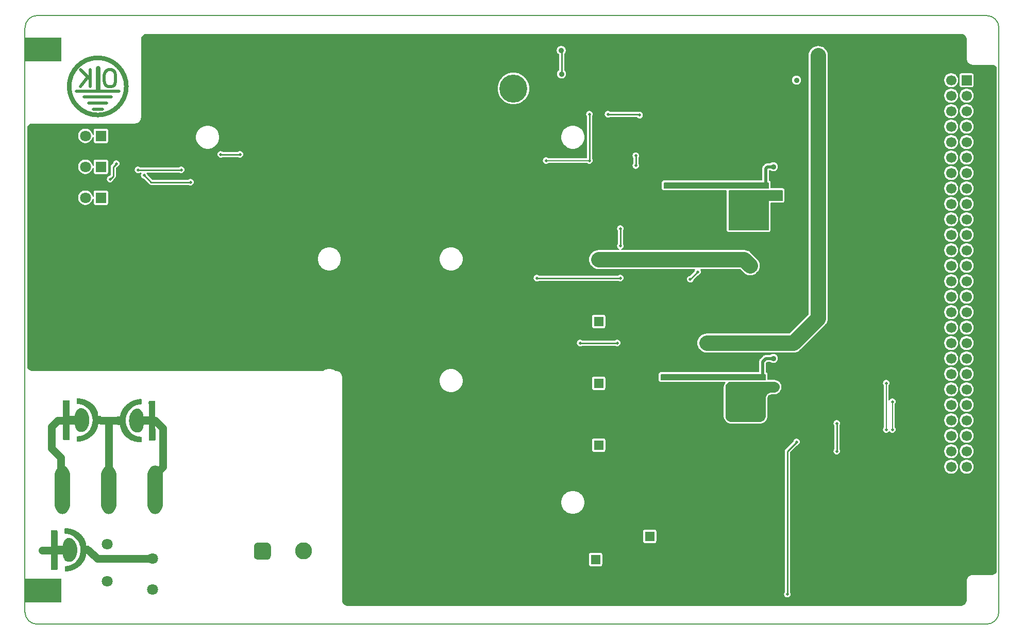
<source format=gbl>
G04 #@! TF.GenerationSoftware,KiCad,Pcbnew,(5.1.5)-3*
G04 #@! TF.CreationDate,2020-04-19T00:38:59+08:00*
G04 #@! TF.ProjectId,HEMAC_POWER,48454d41-435f-4504-9f57-45522e6b6963,rev?*
G04 #@! TF.SameCoordinates,Original*
G04 #@! TF.FileFunction,Copper,L2,Bot*
G04 #@! TF.FilePolarity,Positive*
%FSLAX46Y46*%
G04 Gerber Fmt 4.6, Leading zero omitted, Abs format (unit mm)*
G04 Created by KiCad (PCBNEW (5.1.5)-3) date 2020-04-19 00:38:59*
%MOMM*%
%LPD*%
G04 APERTURE LIST*
%ADD10C,0.200000*%
%ADD11C,0.500000*%
%ADD12C,0.800000*%
%ADD13R,1.600000X1.600000*%
%ADD14C,1.600000*%
%ADD15C,0.100000*%
%ADD16C,1.700000*%
%ADD17R,1.700000X1.700000*%
%ADD18C,1.800000*%
%ADD19R,1.800000X1.800000*%
%ADD20C,2.800000*%
%ADD21C,4.600000*%
%ADD22R,6.000000X4.000000*%
%ADD23O,2.000000X3.000000*%
%ADD24C,0.900000*%
%ADD25C,0.500000*%
%ADD26C,0.700000*%
%ADD27C,1.270000*%
%ADD28C,2.540000*%
%ADD29C,0.508000*%
%ADD30C,0.254000*%
%ADD31C,0.152400*%
G04 APERTURE END LIST*
D10*
X225000000Y-148000000D02*
G75*
G02X223000000Y-150000000I-2000000J0D01*
G01*
X67000000Y-150000000D02*
G75*
G02X65000000Y-148000000I0J2000000D01*
G01*
X65000000Y-52000000D02*
G75*
G02X67000000Y-50000000I2000000J0D01*
G01*
X223000000Y-50000000D02*
G75*
G02X225000000Y-52000000I0J-2000000D01*
G01*
X65000000Y-148000000D02*
X65000000Y-52000000D01*
X223000000Y-150000000D02*
X67000000Y-150000000D01*
X225000000Y-52000000D02*
X225000000Y-148000000D01*
X67000000Y-50000000D02*
X223000000Y-50000000D01*
D11*
X75685333Y-61712666D02*
X75685333Y-58912666D01*
X74085333Y-61712666D02*
X75285333Y-60112666D01*
X74085333Y-58912666D02*
X75685333Y-60512666D01*
X79218666Y-58912666D02*
X78685333Y-58912666D01*
X78418666Y-59046000D01*
X78152000Y-59312666D01*
X78018666Y-59846000D01*
X78018666Y-60779333D01*
X78152000Y-61312666D01*
X78418666Y-61579333D01*
X78685333Y-61712666D01*
X79218666Y-61712666D01*
X79485333Y-61579333D01*
X79752000Y-61312666D01*
X79885333Y-60779333D01*
X79885333Y-59846000D01*
X79752000Y-59312666D01*
X79485333Y-59046000D01*
X79218666Y-58912666D01*
X77702000Y-65396000D02*
X76202000Y-65396000D01*
D12*
X81652000Y-61646000D02*
G75*
G03X81652000Y-61646000I-4700000J0D01*
G01*
X76952000Y-58646000D02*
X76952000Y-62146000D01*
D11*
X80452000Y-62396000D02*
X73452000Y-62396000D01*
X79202000Y-63396000D02*
X74702000Y-63396000D01*
X78452000Y-64396000D02*
X75452000Y-64396000D01*
D13*
X158740000Y-139370000D03*
D14*
X158740000Y-142870000D03*
G04 #@! TA.AperFunction,SMDPad,CuDef*
D15*
G36*
X85866674Y-119804849D02*
G01*
X85866665Y-119804849D01*
X85779203Y-119804829D01*
X85779173Y-119804829D01*
X85703386Y-119804767D01*
X85703332Y-119804767D01*
X85638380Y-119804643D01*
X85638288Y-119804643D01*
X85583334Y-119804437D01*
X85583188Y-119804436D01*
X85537391Y-119804131D01*
X85537158Y-119804129D01*
X85499678Y-119803705D01*
X85499307Y-119803699D01*
X85469307Y-119803137D01*
X85468704Y-119803122D01*
X85445343Y-119802402D01*
X85444335Y-119802361D01*
X85426774Y-119801465D01*
X85425009Y-119801344D01*
X85412409Y-119800253D01*
X85409110Y-119799856D01*
X85400631Y-119798550D01*
X85394035Y-119797072D01*
X85388839Y-119795532D01*
X85375777Y-119789502D01*
X85373023Y-119787710D01*
X85365371Y-119781585D01*
X85356615Y-119770137D01*
X85355465Y-119768073D01*
X85351557Y-119759084D01*
X85349983Y-119752864D01*
X85349939Y-119752627D01*
X85349147Y-119745696D01*
X85348753Y-119736732D01*
X85348716Y-119735563D01*
X85348287Y-119714691D01*
X85348281Y-119714381D01*
X85347821Y-119682312D01*
X85347819Y-119682165D01*
X85347334Y-119639609D01*
X85347333Y-119639520D01*
X85346829Y-119587185D01*
X85346829Y-119587127D01*
X85346309Y-119525725D01*
X85346308Y-119525682D01*
X85345778Y-119455922D01*
X85345778Y-119455886D01*
X85345245Y-119378477D01*
X85345245Y-119378450D01*
X85344711Y-119294104D01*
X85344711Y-119294078D01*
X85344184Y-119203503D01*
X85344184Y-119203481D01*
X85343667Y-119107387D01*
X85343667Y-119107366D01*
X85343167Y-119006464D01*
X85343167Y-119006444D01*
X85342688Y-118901443D01*
X85342687Y-118901424D01*
X85342234Y-118793034D01*
X85342234Y-118793031D01*
X85341550Y-118627042D01*
X85340744Y-118445401D01*
X85340745Y-118445401D01*
X85339927Y-118276041D01*
X85339097Y-118118939D01*
X85338255Y-117974146D01*
X85337403Y-117841698D01*
X85336540Y-117721583D01*
X85336541Y-117721583D01*
X85335668Y-117613978D01*
X85334785Y-117518780D01*
X85333893Y-117436079D01*
X85332992Y-117365926D01*
X85332083Y-117308389D01*
X85331166Y-117263391D01*
X85330816Y-117251115D01*
X85326070Y-117251060D01*
X85289325Y-117250829D01*
X85244283Y-117250685D01*
X85192651Y-117250625D01*
X85135518Y-117250645D01*
X85074032Y-117250738D01*
X85009463Y-117250901D01*
X84943026Y-117251127D01*
X84875891Y-117251412D01*
X84875891Y-117251411D01*
X84809399Y-117251750D01*
X84744636Y-117252136D01*
X84682801Y-117252566D01*
X84682801Y-117252565D01*
X84625283Y-117253032D01*
X84625283Y-117253033D01*
X84573112Y-117253532D01*
X84527556Y-117254059D01*
X84489836Y-117254609D01*
X84479328Y-117254816D01*
X84478023Y-117274226D01*
X84477933Y-117275368D01*
X84475127Y-117306438D01*
X84475069Y-117307044D01*
X84471272Y-117344054D01*
X84471226Y-117344483D01*
X84466749Y-117384701D01*
X84466705Y-117385082D01*
X84461859Y-117425773D01*
X84461808Y-117426191D01*
X84456902Y-117464623D01*
X84456827Y-117465185D01*
X84452173Y-117498624D01*
X84452028Y-117499591D01*
X84447935Y-117525303D01*
X84447401Y-117528133D01*
X84431841Y-117599228D01*
X84431028Y-117602430D01*
X84407865Y-117682518D01*
X84407026Y-117685146D01*
X84377802Y-117768628D01*
X84376901Y-117771006D01*
X84342733Y-117854700D01*
X84341681Y-117857095D01*
X84303687Y-117937818D01*
X84303036Y-117939149D01*
X84300775Y-117943605D01*
X84300227Y-117944656D01*
X84262112Y-118015556D01*
X84260652Y-118018091D01*
X84222423Y-118080197D01*
X84220439Y-118083176D01*
X84179624Y-118139942D01*
X84177391Y-118142820D01*
X84131517Y-118197701D01*
X84129476Y-118199996D01*
X84076070Y-118256449D01*
X84073247Y-118259206D01*
X84008214Y-118317898D01*
X84003956Y-118321337D01*
X83923512Y-118379334D01*
X83918893Y-118382293D01*
X83832038Y-118431436D01*
X83827196Y-118433840D01*
X83735860Y-118473183D01*
X83730650Y-118475092D01*
X83636762Y-118503693D01*
X83630999Y-118505081D01*
X83536489Y-118521993D01*
X83532520Y-118522540D01*
X83511762Y-118524558D01*
X83507835Y-118524785D01*
X83420559Y-118526376D01*
X83414964Y-118526164D01*
X83323612Y-118517568D01*
X83318625Y-118516844D01*
X83225413Y-118498468D01*
X83220770Y-118497319D01*
X83127916Y-118469575D01*
X83123398Y-118467986D01*
X83033118Y-118431281D01*
X83030671Y-118430209D01*
X83020490Y-118425421D01*
X83018802Y-118424588D01*
X82947992Y-118387971D01*
X82944716Y-118386118D01*
X82878871Y-118345517D01*
X82875582Y-118343304D01*
X82812107Y-118296844D01*
X82809238Y-118294578D01*
X82745541Y-118240381D01*
X82743327Y-118238381D01*
X82676814Y-118174570D01*
X82675633Y-118173398D01*
X82651038Y-118148178D01*
X82649651Y-118146697D01*
X82578507Y-118067560D01*
X82576347Y-118064988D01*
X82511906Y-117982822D01*
X82509868Y-117980030D01*
X82450451Y-117892418D01*
X82448718Y-117889675D01*
X82392645Y-117794199D01*
X82391298Y-117791751D01*
X82336890Y-117685992D01*
X82336344Y-117684899D01*
X82334674Y-117681448D01*
X82334554Y-117681199D01*
X82320263Y-117651246D01*
X82319921Y-117650514D01*
X82307464Y-117623281D01*
X82307014Y-117622267D01*
X82295396Y-117595302D01*
X82294953Y-117594240D01*
X82283180Y-117565087D01*
X82282840Y-117564223D01*
X82269916Y-117530426D01*
X82269702Y-117529855D01*
X82254633Y-117488960D01*
X82254519Y-117488648D01*
X82236310Y-117438201D01*
X82236160Y-117437779D01*
X82230273Y-117421001D01*
X82229907Y-117419919D01*
X82212256Y-117365675D01*
X82211871Y-117364436D01*
X82194308Y-117305291D01*
X82193998Y-117304205D01*
X82177681Y-117244331D01*
X82177377Y-117243159D01*
X82163458Y-117186732D01*
X82163094Y-117185143D01*
X82152730Y-117136336D01*
X82152508Y-117135229D01*
X82147710Y-117109821D01*
X82147709Y-117109821D01*
X82141659Y-117078060D01*
X82136387Y-117050658D01*
X82132710Y-117031892D01*
X82132666Y-117031662D01*
X82132349Y-117030003D01*
X82131844Y-117026803D01*
X82129024Y-117004179D01*
X82128737Y-117001111D01*
X82126932Y-116972204D01*
X82126840Y-116969786D01*
X82126430Y-116940426D01*
X82126431Y-116938982D01*
X82127097Y-116894293D01*
X82119036Y-116869483D01*
X82118427Y-116867465D01*
X82114296Y-116852654D01*
X82113283Y-116848264D01*
X82106531Y-116811549D01*
X82105999Y-116807912D01*
X82100794Y-116760056D01*
X82100597Y-116757748D01*
X82096912Y-116698382D01*
X82096840Y-116696821D01*
X82094649Y-116625575D01*
X82094627Y-116624472D01*
X82093902Y-116540977D01*
X82093901Y-116540316D01*
X82094008Y-116516707D01*
X82094030Y-116515433D01*
X82097614Y-116396109D01*
X82097712Y-116394130D01*
X82106124Y-116273577D01*
X82106297Y-116271647D01*
X82119186Y-116153230D01*
X82119450Y-116151191D01*
X82136462Y-116038275D01*
X82136873Y-116035930D01*
X82157656Y-115931881D01*
X82157946Y-115930527D01*
X82159028Y-115925798D01*
X82159027Y-115925798D01*
X82164666Y-115901108D01*
X82170251Y-115876593D01*
X82170371Y-115876079D01*
X82174330Y-115859511D01*
X82174672Y-115858162D01*
X82187204Y-115811504D01*
X82187564Y-115810232D01*
X82203605Y-115756248D01*
X82203901Y-115755289D01*
X82222477Y-115697082D01*
X82222762Y-115696216D01*
X82242895Y-115636886D01*
X82243216Y-115635968D01*
X82263931Y-115578615D01*
X82264332Y-115577545D01*
X82279005Y-115539653D01*
X82279853Y-115537600D01*
X82330543Y-115422198D01*
X82331874Y-115419405D01*
X82390581Y-115305465D01*
X82392058Y-115302801D01*
X82456781Y-115194013D01*
X82458555Y-115191243D01*
X82527298Y-115091300D01*
X82528613Y-115089477D01*
X82535394Y-115080510D01*
X82536436Y-115079179D01*
X82567927Y-115040338D01*
X82569183Y-115038849D01*
X82606278Y-114996574D01*
X82607282Y-114995464D01*
X82647770Y-114952017D01*
X82648707Y-114951039D01*
X82690380Y-114908681D01*
X82691402Y-114907671D01*
X82732050Y-114868663D01*
X82733373Y-114867438D01*
X82770785Y-114834042D01*
X82772886Y-114832269D01*
X82804854Y-114806746D01*
X82806745Y-114805308D01*
X82818891Y-114796522D01*
X82820795Y-114795211D01*
X82919053Y-114730835D01*
X82923001Y-114728499D01*
X83020973Y-114676466D01*
X83025623Y-114674295D01*
X83124077Y-114634337D01*
X83129293Y-114632549D01*
X83228998Y-114604395D01*
X83234522Y-114603167D01*
X83336247Y-114586546D01*
X83341750Y-114585958D01*
X83446265Y-114580600D01*
X83451985Y-114580634D01*
X83525815Y-114585309D01*
X83531564Y-114586009D01*
X83616871Y-114601457D01*
X83622121Y-114602704D01*
X83708843Y-114628310D01*
X83713590Y-114629975D01*
X83799536Y-114665080D01*
X83804030Y-114667182D01*
X83887010Y-114711126D01*
X83890367Y-114713074D01*
X83929962Y-114738157D01*
X83933512Y-114740627D01*
X84017549Y-114804672D01*
X84021924Y-114808424D01*
X84099837Y-114883452D01*
X84103543Y-114887431D01*
X84175167Y-114973253D01*
X84178205Y-114977292D01*
X84243377Y-115073722D01*
X84245798Y-115077691D01*
X84304354Y-115184541D01*
X84305411Y-115186578D01*
X84310291Y-115196542D01*
X84310503Y-115196981D01*
X84326494Y-115230455D01*
X84326798Y-115231103D01*
X84341374Y-115262772D01*
X84341733Y-115263570D01*
X84353455Y-115290259D01*
X84354090Y-115291772D01*
X84361515Y-115310306D01*
X84362146Y-115311966D01*
X84366928Y-115325251D01*
X84376698Y-115352114D01*
X84385173Y-115375110D01*
X84385228Y-115375259D01*
X84387957Y-115382737D01*
X84388303Y-115383717D01*
X84395875Y-115405887D01*
X84396386Y-115407469D01*
X84401866Y-115425446D01*
X84402217Y-115426650D01*
X84404753Y-115435784D01*
X84410784Y-115456699D01*
X84417631Y-115479777D01*
X84418108Y-115481498D01*
X84432357Y-115536674D01*
X84433032Y-115539664D01*
X84446229Y-115607770D01*
X84446613Y-115610027D01*
X84458044Y-115687977D01*
X84458276Y-115689789D01*
X84467736Y-115776166D01*
X84467882Y-115777723D01*
X84473301Y-115847225D01*
X85329225Y-115847225D01*
X85329225Y-115538450D01*
X85329222Y-115525144D01*
X85329155Y-115471034D01*
X85329008Y-115405672D01*
X85328786Y-115330201D01*
X85328494Y-115245759D01*
X85328137Y-115153486D01*
X85327720Y-115054501D01*
X85327721Y-115054501D01*
X85327249Y-114949987D01*
X85326728Y-114841037D01*
X85326161Y-114728799D01*
X85325555Y-114614411D01*
X85324915Y-114499010D01*
X85324245Y-114383729D01*
X85323551Y-114269699D01*
X85323228Y-114217575D01*
X85323228Y-114217566D01*
X85322489Y-114094908D01*
X85322489Y-114094892D01*
X85321858Y-113984122D01*
X85321858Y-113984099D01*
X85321337Y-113884635D01*
X85321337Y-113884603D01*
X85320928Y-113795864D01*
X85320927Y-113795822D01*
X85320632Y-113717226D01*
X85320632Y-113717167D01*
X85320454Y-113648134D01*
X85320454Y-113648056D01*
X85320393Y-113588004D01*
X85320393Y-113587896D01*
X85320452Y-113536244D01*
X85320452Y-113536093D01*
X85320634Y-113492258D01*
X85320636Y-113492048D01*
X85320942Y-113455451D01*
X85320945Y-113455149D01*
X85321376Y-113425208D01*
X85321385Y-113424755D01*
X85321945Y-113400888D01*
X85321966Y-113400182D01*
X85322657Y-113381808D01*
X85322715Y-113380639D01*
X85323537Y-113367178D01*
X85323716Y-113365015D01*
X85324673Y-113355883D01*
X85325401Y-113351143D01*
X85326494Y-113345761D01*
X85329377Y-113336393D01*
X85331795Y-113331415D01*
X85333026Y-113329201D01*
X85338605Y-113321142D01*
X85345650Y-113314327D01*
X85351918Y-113310086D01*
X85351925Y-113310082D01*
X85360871Y-113306076D01*
X85370856Y-113303840D01*
X85378571Y-113302927D01*
X85382218Y-113302631D01*
X85401650Y-113301764D01*
X85402535Y-113301732D01*
X85432703Y-113300921D01*
X85433119Y-113300912D01*
X85473044Y-113300171D01*
X85473293Y-113300167D01*
X85521995Y-113299506D01*
X85522170Y-113299504D01*
X85578671Y-113298934D01*
X85578806Y-113298932D01*
X85642126Y-113298465D01*
X85642241Y-113298465D01*
X85711399Y-113298113D01*
X85711500Y-113298112D01*
X85785519Y-113297885D01*
X85785616Y-113297885D01*
X85863514Y-113297797D01*
X85863560Y-113297797D01*
X86341555Y-113297700D01*
X86351310Y-113298659D01*
X86360690Y-113301502D01*
X86369335Y-113306121D01*
X86376913Y-113312337D01*
X86383133Y-113319913D01*
X86388301Y-113329931D01*
X86394312Y-113345741D01*
X86396805Y-113354762D01*
X86397497Y-113358656D01*
X86398144Y-113363891D01*
X86399291Y-113380175D01*
X86399379Y-113381782D01*
X86400430Y-113409332D01*
X86400451Y-113409998D01*
X86401391Y-113447900D01*
X86401399Y-113448279D01*
X86402214Y-113495619D01*
X86402217Y-113495876D01*
X86402892Y-113551743D01*
X86402894Y-113551937D01*
X86403415Y-113615417D01*
X86403416Y-113615577D01*
X86403767Y-113685757D01*
X86403768Y-113685896D01*
X86403937Y-113761862D01*
X86403937Y-113761900D01*
X86404026Y-113822734D01*
X86404206Y-113891488D01*
X86404460Y-113956899D01*
X86404459Y-113956899D01*
X86404778Y-114017550D01*
X86405153Y-114072337D01*
X86405572Y-114119525D01*
X86406029Y-114158274D01*
X86406505Y-114186455D01*
X86406999Y-114203502D01*
X86407108Y-114206821D01*
X86407127Y-114207574D01*
X86407433Y-114224866D01*
X86407438Y-114225172D01*
X86407775Y-114254268D01*
X86407776Y-114254392D01*
X86408142Y-114294654D01*
X86408143Y-114294725D01*
X86408533Y-114345517D01*
X86408533Y-114345562D01*
X86408945Y-114406247D01*
X86408945Y-114406279D01*
X86409375Y-114476219D01*
X86409375Y-114476243D01*
X86409820Y-114554801D01*
X86409820Y-114554821D01*
X86410276Y-114641360D01*
X86410276Y-114641376D01*
X86410740Y-114735259D01*
X86410740Y-114735272D01*
X86411210Y-114835862D01*
X86411211Y-114835875D01*
X86411682Y-114942534D01*
X86411682Y-114942545D01*
X86412152Y-115054637D01*
X86412152Y-115054648D01*
X86412617Y-115171536D01*
X86412617Y-115171546D01*
X86413074Y-115292592D01*
X86413074Y-115292602D01*
X86413519Y-115417169D01*
X86413519Y-115417179D01*
X86413949Y-115544631D01*
X86413949Y-115544635D01*
X86414056Y-115577130D01*
X86414485Y-115705926D01*
X86414916Y-115832649D01*
X86415346Y-115956590D01*
X86415773Y-116077041D01*
X86416194Y-116193294D01*
X86416440Y-116260000D01*
X86600000Y-116260000D01*
X86600000Y-116760000D01*
X86418417Y-116760000D01*
X86418430Y-116762968D01*
X86418728Y-116829991D01*
X86418727Y-116829991D01*
X86418998Y-116887143D01*
X86419237Y-116933716D01*
X86419442Y-116968922D01*
X86419610Y-116992240D01*
X86419610Y-116992273D01*
X86419694Y-117005120D01*
X86419695Y-117005231D01*
X86419810Y-117031896D01*
X86419810Y-117031947D01*
X86419934Y-117069510D01*
X86419934Y-117069536D01*
X86420067Y-117117283D01*
X86420067Y-117117299D01*
X86420208Y-117174514D01*
X86420208Y-117174526D01*
X86420355Y-117240495D01*
X86420355Y-117240503D01*
X86420508Y-117314509D01*
X86420508Y-117314515D01*
X86420666Y-117395844D01*
X86420666Y-117395849D01*
X86420827Y-117483786D01*
X86420827Y-117483790D01*
X86420992Y-117577620D01*
X86420992Y-117577624D01*
X86421158Y-117676632D01*
X86421158Y-117676635D01*
X86421325Y-117780105D01*
X86421325Y-117780108D01*
X86421493Y-117887325D01*
X86421493Y-117887328D01*
X86421659Y-117997578D01*
X86421659Y-117997580D01*
X86421824Y-118110147D01*
X86421824Y-118110149D01*
X86421985Y-118224318D01*
X86421985Y-118224320D01*
X86422143Y-118339376D01*
X86422143Y-118339378D01*
X86422297Y-118454606D01*
X86422297Y-118454609D01*
X86422444Y-118569294D01*
X86422444Y-118569296D01*
X86422585Y-118682722D01*
X86422585Y-118682724D01*
X86422719Y-118794177D01*
X86422719Y-118794180D01*
X86422844Y-118902944D01*
X86422844Y-118902946D01*
X86422959Y-119008307D01*
X86422959Y-119008310D01*
X86423064Y-119109552D01*
X86423064Y-119109555D01*
X86423158Y-119205964D01*
X86423158Y-119205968D01*
X86423239Y-119296827D01*
X86423239Y-119296832D01*
X86423307Y-119381427D01*
X86423307Y-119381432D01*
X86423361Y-119459049D01*
X86423361Y-119459056D01*
X86423400Y-119528978D01*
X86423400Y-119528987D01*
X86423423Y-119590499D01*
X86423423Y-119590512D01*
X86423429Y-119642900D01*
X86423429Y-119642921D01*
X86423416Y-119685470D01*
X86423416Y-119685503D01*
X86423385Y-119717497D01*
X86423385Y-119717572D01*
X86423334Y-119738296D01*
X86423332Y-119738585D01*
X86423260Y-119747324D01*
X86422219Y-119757070D01*
X86419297Y-119766426D01*
X86414605Y-119775032D01*
X86411293Y-119779372D01*
X86410553Y-119780239D01*
X86403489Y-119787035D01*
X86395236Y-119792322D01*
X86385545Y-119796053D01*
X86380285Y-119797472D01*
X86372865Y-119798883D01*
X86361957Y-119800113D01*
X86359393Y-119800336D01*
X86342132Y-119801387D01*
X86340909Y-119801446D01*
X86316589Y-119802330D01*
X86315909Y-119802350D01*
X86283824Y-119803079D01*
X86283409Y-119803087D01*
X86242856Y-119803672D01*
X86242590Y-119803675D01*
X86192862Y-119804128D01*
X86192685Y-119804129D01*
X86133079Y-119804461D01*
X86132960Y-119804462D01*
X86062769Y-119804685D01*
X86062687Y-119804685D01*
X85981206Y-119804810D01*
X85981150Y-119804810D01*
X85887674Y-119804850D01*
X85887651Y-119804850D01*
X85866674Y-119804849D01*
G37*
G04 #@! TD.AperFunction*
G04 #@! TA.AperFunction,SMDPad,CuDef*
G36*
X84062740Y-120125077D02*
G01*
X84028412Y-120124572D01*
X84027915Y-120124562D01*
X83987579Y-120123568D01*
X83987203Y-120123557D01*
X83942712Y-120122125D01*
X83942375Y-120122113D01*
X83895579Y-120120291D01*
X83895235Y-120120277D01*
X83847987Y-120118112D01*
X83847601Y-120118092D01*
X83801750Y-120115635D01*
X83800718Y-120115569D01*
X83700208Y-120108096D01*
X83698394Y-120107928D01*
X83571958Y-120093881D01*
X83570004Y-120093625D01*
X83440260Y-120074009D01*
X83438446Y-120073701D01*
X83303549Y-120048195D01*
X83301931Y-120047861D01*
X83160035Y-120016143D01*
X83158644Y-120015811D01*
X83007902Y-119977560D01*
X83007223Y-119977383D01*
X83003528Y-119976390D01*
X83003101Y-119976273D01*
X82970420Y-119967179D01*
X82969904Y-119967032D01*
X82932147Y-119956088D01*
X82931779Y-119955980D01*
X82891830Y-119944067D01*
X82891500Y-119943967D01*
X82852242Y-119931965D01*
X82851873Y-119931851D01*
X82816191Y-119920640D01*
X82815663Y-119920471D01*
X82786440Y-119910932D01*
X82785376Y-119910571D01*
X82765496Y-119903584D01*
X82764126Y-119903080D01*
X82709132Y-119881928D01*
X82708520Y-119881688D01*
X82607822Y-119841430D01*
X82606804Y-119841010D01*
X82514374Y-119801676D01*
X82513161Y-119801141D01*
X82426279Y-119761415D01*
X82424964Y-119760790D01*
X82340910Y-119719357D01*
X82339617Y-119718696D01*
X82255673Y-119674241D01*
X82254520Y-119673611D01*
X82167966Y-119624819D01*
X82167030Y-119624278D01*
X82075147Y-119569833D01*
X82074605Y-119569508D01*
X82025358Y-119539479D01*
X82024830Y-119539152D01*
X81964961Y-119501617D01*
X81964073Y-119501047D01*
X81911221Y-119466338D01*
X81910071Y-119465560D01*
X81861783Y-119431892D01*
X81860504Y-119430970D01*
X81814329Y-119396562D01*
X81813114Y-119395627D01*
X81766601Y-119358696D01*
X81765612Y-119357890D01*
X81716311Y-119316652D01*
X81715622Y-119316065D01*
X81661081Y-119268740D01*
X81660902Y-119268584D01*
X81651409Y-119260268D01*
X81624070Y-119236603D01*
X81598695Y-119215026D01*
X81578167Y-119197961D01*
X81564634Y-119187212D01*
X81563036Y-119185987D01*
X81560937Y-119184286D01*
X81542284Y-119168313D01*
X81540602Y-119166806D01*
X81515425Y-119143194D01*
X81514580Y-119142382D01*
X81484500Y-119112817D01*
X81483945Y-119112263D01*
X81450584Y-119078427D01*
X81450146Y-119077977D01*
X81415126Y-119041555D01*
X81414723Y-119041131D01*
X81379665Y-119003806D01*
X81379240Y-119003348D01*
X81345767Y-118966805D01*
X81345254Y-118966236D01*
X81314986Y-118932158D01*
X81314273Y-118931337D01*
X81288832Y-118901408D01*
X81288275Y-118900742D01*
X81251440Y-118855851D01*
X81251217Y-118855577D01*
X81218594Y-118815243D01*
X81218202Y-118814752D01*
X81190316Y-118779373D01*
X81189766Y-118778662D01*
X81164818Y-118745814D01*
X81164199Y-118744981D01*
X81140390Y-118712242D01*
X81139828Y-118711454D01*
X81115359Y-118676402D01*
X81114950Y-118675806D01*
X81088023Y-118636019D01*
X81087782Y-118635660D01*
X81056599Y-118588715D01*
X81056534Y-118588617D01*
X81052785Y-118582944D01*
X81034263Y-118554980D01*
X81017535Y-118529819D01*
X81004543Y-118510379D01*
X80996854Y-118499005D01*
X80996187Y-118498032D01*
X80995177Y-118496498D01*
X80987295Y-118484043D01*
X80984259Y-118478498D01*
X80981015Y-118471566D01*
X80980795Y-118470942D01*
X80980766Y-118470955D01*
X80978057Y-118464991D01*
X80970661Y-118450627D01*
X80959081Y-118428908D01*
X80944749Y-118402598D01*
X80943024Y-118399436D01*
X80942532Y-118398512D01*
X80925963Y-118366577D01*
X80925457Y-118365574D01*
X80905689Y-118325285D01*
X80905382Y-118324649D01*
X80883692Y-118278816D01*
X80883460Y-118278318D01*
X80861127Y-118229754D01*
X80860916Y-118229289D01*
X80839217Y-118180805D01*
X80838988Y-118180286D01*
X80819201Y-118134694D01*
X80818905Y-118133996D01*
X80802308Y-118094107D01*
X80801836Y-118092931D01*
X80789705Y-118061557D01*
X80789008Y-118059640D01*
X80760781Y-117976731D01*
X80760082Y-117974511D01*
X80720508Y-117837716D01*
X80719828Y-117835099D01*
X80687455Y-117695273D01*
X80686922Y-117692655D01*
X80662307Y-117552682D01*
X80661900Y-117549919D01*
X80645602Y-117412685D01*
X80645332Y-117409604D01*
X80637907Y-117277991D01*
X80637840Y-117276271D01*
X80637652Y-117267701D01*
X80436321Y-117266362D01*
X80186398Y-117264700D01*
X80176650Y-117263674D01*
X80167289Y-117260767D01*
X80158676Y-117256089D01*
X80151140Y-117249820D01*
X80144973Y-117242202D01*
X80140410Y-117233528D01*
X80137627Y-117224129D01*
X80136730Y-117214527D01*
X80138314Y-116760000D01*
X79950000Y-116760000D01*
X79950000Y-116260000D01*
X80140055Y-116260000D01*
X80141275Y-115909751D01*
X80142270Y-115900000D01*
X80145148Y-115890630D01*
X80149799Y-115882002D01*
X80156043Y-115874447D01*
X80163642Y-115868255D01*
X80172302Y-115863665D01*
X80181691Y-115860852D01*
X80191622Y-115859926D01*
X80429747Y-115861578D01*
X80434521Y-115861610D01*
X80488147Y-115861823D01*
X80537450Y-115861760D01*
X80581377Y-115861444D01*
X80618269Y-115860897D01*
X80636249Y-115860422D01*
X80636472Y-115859096D01*
X80639871Y-115828352D01*
X80640617Y-115820210D01*
X80640771Y-115818761D01*
X80656098Y-115692141D01*
X80656474Y-115689590D01*
X80678530Y-115562655D01*
X80679019Y-115560206D01*
X80707178Y-115435454D01*
X80707804Y-115432976D01*
X80741439Y-115312907D01*
X80742261Y-115310260D01*
X80780746Y-115197372D01*
X80781871Y-115194387D01*
X80824581Y-115091180D01*
X80825112Y-115089944D01*
X80831875Y-115074770D01*
X80837268Y-115061798D01*
X80839129Y-115056170D01*
X80839224Y-115056201D01*
X80840060Y-115053087D01*
X80843970Y-115042905D01*
X80845094Y-115040216D01*
X80853604Y-115021410D01*
X80854013Y-115020528D01*
X80866048Y-114995252D01*
X80866286Y-114994760D01*
X80880774Y-114965169D01*
X80880952Y-114964808D01*
X80896817Y-114933055D01*
X80896986Y-114932721D01*
X80913154Y-114900959D01*
X80913351Y-114900575D01*
X80928750Y-114870959D01*
X80929033Y-114870424D01*
X80942588Y-114845108D01*
X80943114Y-114844149D01*
X80953751Y-114825286D01*
X80954200Y-114824508D01*
X80960341Y-114814062D01*
X80971689Y-114794392D01*
X80978896Y-114781420D01*
X80980555Y-114777992D01*
X80981466Y-114775732D01*
X80984177Y-114770064D01*
X80991786Y-114756430D01*
X80992629Y-114754977D01*
X81005852Y-114733049D01*
X81006241Y-114732415D01*
X81024231Y-114703561D01*
X81024486Y-114703157D01*
X81046400Y-114668746D01*
X81046602Y-114668431D01*
X81071592Y-114629831D01*
X81071840Y-114629453D01*
X81078733Y-114619014D01*
X81079197Y-114618323D01*
X81103870Y-114582277D01*
X81104328Y-114581620D01*
X81133917Y-114539844D01*
X81134251Y-114539378D01*
X81166755Y-114494584D01*
X81167049Y-114494183D01*
X81200466Y-114449082D01*
X81200777Y-114448666D01*
X81233107Y-114405967D01*
X81233506Y-114405447D01*
X81262746Y-114367862D01*
X81263385Y-114367059D01*
X81287534Y-114337299D01*
X81288248Y-114336438D01*
X81339518Y-114276069D01*
X81340051Y-114275452D01*
X81387189Y-114221748D01*
X81387950Y-114220901D01*
X81432505Y-114172412D01*
X81433431Y-114171430D01*
X81477871Y-114125613D01*
X81478832Y-114124649D01*
X81525628Y-114078960D01*
X81526470Y-114078158D01*
X81578091Y-114030051D01*
X81578715Y-114029479D01*
X81637628Y-113976411D01*
X81637859Y-113976203D01*
X81653962Y-113961878D01*
X81653987Y-113961856D01*
X81697417Y-113923273D01*
X81697489Y-113923210D01*
X81733024Y-113891762D01*
X81733158Y-113891643D01*
X81761979Y-113866321D01*
X81762218Y-113866113D01*
X81785507Y-113845911D01*
X81785895Y-113845578D01*
X81804834Y-113829486D01*
X81805420Y-113828996D01*
X81821188Y-113816008D01*
X81821972Y-113815375D01*
X81835752Y-113804483D01*
X81836610Y-113803820D01*
X81849582Y-113794016D01*
X81850287Y-113793492D01*
X81863633Y-113783769D01*
X81863957Y-113783535D01*
X81868572Y-113780229D01*
X81868962Y-113779953D01*
X81898465Y-113759242D01*
X81898880Y-113758954D01*
X81935195Y-113734005D01*
X81935464Y-113733821D01*
X81976670Y-113705905D01*
X81976874Y-113705768D01*
X82021051Y-113676155D01*
X82021228Y-113676037D01*
X82066457Y-113645997D01*
X82066632Y-113645881D01*
X82110994Y-113616684D01*
X82111191Y-113616555D01*
X82152766Y-113589472D01*
X82153021Y-113589307D01*
X82189889Y-113565608D01*
X82190281Y-113565359D01*
X82220523Y-113546314D01*
X82221294Y-113545838D01*
X82242990Y-113532718D01*
X82243861Y-113532203D01*
X82261623Y-113521947D01*
X82261935Y-113521768D01*
X82315165Y-113491540D01*
X82315603Y-113491294D01*
X82368345Y-113462041D01*
X82368794Y-113461795D01*
X82418968Y-113434634D01*
X82419489Y-113434356D01*
X82465018Y-113410400D01*
X82465728Y-113410034D01*
X82504534Y-113390401D01*
X82505720Y-113389820D01*
X82535725Y-113375622D01*
X82536718Y-113375166D01*
X82541490Y-113373034D01*
X82573699Y-113358509D01*
X82607041Y-113343289D01*
X82635482Y-113330127D01*
X82641265Y-113327437D01*
X82641726Y-113327225D01*
X82662772Y-113317694D01*
X82663775Y-113317253D01*
X82679420Y-113310577D01*
X82682578Y-113309354D01*
X82689789Y-113306839D01*
X82690381Y-113306701D01*
X82696634Y-113304422D01*
X82711179Y-113298176D01*
X82731657Y-113288844D01*
X82736752Y-113286511D01*
X82738075Y-113285928D01*
X82768163Y-113273190D01*
X82769373Y-113272697D01*
X82808661Y-113257262D01*
X82809387Y-113256983D01*
X82855459Y-113239705D01*
X82855987Y-113239510D01*
X82906430Y-113221238D01*
X82906882Y-113221077D01*
X82959281Y-113202663D01*
X82959727Y-113202509D01*
X83011667Y-113184805D01*
X83012171Y-113184636D01*
X83061239Y-113168492D01*
X83061901Y-113168279D01*
X83105681Y-113154546D01*
X83106711Y-113154235D01*
X83142790Y-113143765D01*
X83143687Y-113143514D01*
X83219045Y-113123159D01*
X83219349Y-113123078D01*
X83296147Y-113102852D01*
X83296656Y-113102720D01*
X83365513Y-113085358D01*
X83366236Y-113085182D01*
X83429401Y-113070251D01*
X83430319Y-113070043D01*
X83490041Y-113057108D01*
X83491088Y-113056893D01*
X83549617Y-113045521D01*
X83550683Y-113045326D01*
X83610268Y-113035083D01*
X83611234Y-113034926D01*
X83674125Y-113025378D01*
X83674908Y-113025266D01*
X83743354Y-113015980D01*
X83743921Y-113015906D01*
X83820172Y-113006448D01*
X83820535Y-113006405D01*
X83906840Y-112996340D01*
X83907560Y-112996261D01*
X83938304Y-112993126D01*
X83939305Y-112993034D01*
X83973117Y-112990272D01*
X83973993Y-112990208D01*
X84007037Y-112988092D01*
X84007958Y-112988042D01*
X84037858Y-112986681D01*
X84039105Y-112986640D01*
X84063487Y-112986139D01*
X84065930Y-112986148D01*
X84082417Y-112986615D01*
X84093036Y-112988065D01*
X84099254Y-112989607D01*
X84108490Y-112992887D01*
X84116909Y-112997907D01*
X84124188Y-113004472D01*
X84130045Y-113012331D01*
X84134256Y-113021182D01*
X84136660Y-113030684D01*
X84137191Y-113036471D01*
X84137202Y-113036801D01*
X84137225Y-113037780D01*
X84137348Y-113046732D01*
X84137350Y-113046849D01*
X84137582Y-113067199D01*
X84137582Y-113067229D01*
X84137913Y-113097899D01*
X84137913Y-113097914D01*
X84138332Y-113137826D01*
X84138332Y-113137837D01*
X84138826Y-113185913D01*
X84138826Y-113185919D01*
X84139386Y-113241081D01*
X84139386Y-113241087D01*
X84140000Y-113302257D01*
X84140001Y-113302263D01*
X84140657Y-113368363D01*
X84140657Y-113368367D01*
X84141346Y-113438318D01*
X84141346Y-113438329D01*
X84141703Y-113475416D01*
X84141703Y-113475451D01*
X84142393Y-113552819D01*
X84142394Y-113552895D01*
X84142882Y-113618828D01*
X84142882Y-113618950D01*
X84143157Y-113674328D01*
X84143158Y-113674521D01*
X84143208Y-113720228D01*
X84143207Y-113720534D01*
X84143022Y-113757451D01*
X84143017Y-113757943D01*
X84142586Y-113786953D01*
X84142568Y-113787774D01*
X84141880Y-113809758D01*
X84141813Y-113811206D01*
X84140857Y-113827048D01*
X84140611Y-113829828D01*
X84139377Y-113840409D01*
X84138270Y-113846548D01*
X84136746Y-113852750D01*
X84133485Y-113861994D01*
X84129655Y-113868759D01*
X84127831Y-113871466D01*
X84121584Y-113879018D01*
X84113983Y-113885207D01*
X84108262Y-113888477D01*
X84107525Y-113888836D01*
X84094686Y-113893058D01*
X84083453Y-113895127D01*
X84078458Y-113895789D01*
X84057652Y-113897485D01*
X84055674Y-113897607D01*
X84027984Y-113898762D01*
X84026601Y-113898800D01*
X83994863Y-113899245D01*
X83959062Y-113899890D01*
X83894632Y-113903273D01*
X83824639Y-113909251D01*
X83753471Y-113917435D01*
X83685125Y-113927474D01*
X83678450Y-113928578D01*
X83678446Y-113928579D01*
X83646355Y-113933882D01*
X83646341Y-113933884D01*
X83615006Y-113939053D01*
X83614990Y-113939056D01*
X83590689Y-113943056D01*
X83576942Y-113945553D01*
X83547999Y-113951793D01*
X83522125Y-113958438D01*
X83508376Y-113962317D01*
X83507647Y-113962517D01*
X83486239Y-113968209D01*
X83484956Y-113968532D01*
X83469915Y-113972108D01*
X83448010Y-113977403D01*
X83417018Y-113986117D01*
X83379435Y-113997481D01*
X83338791Y-114010381D01*
X83298113Y-114023836D01*
X83260604Y-114036808D01*
X83229717Y-114048146D01*
X83207954Y-114057019D01*
X83202914Y-114059234D01*
X83202370Y-114059470D01*
X83183755Y-114067387D01*
X83183441Y-114067519D01*
X83158671Y-114077855D01*
X83158444Y-114077949D01*
X83131745Y-114088936D01*
X83108072Y-114099194D01*
X83072113Y-114115953D01*
X83029759Y-114136591D01*
X82984014Y-114159594D01*
X82937724Y-114183511D01*
X82893628Y-114206941D01*
X82854691Y-114228360D01*
X82823644Y-114246347D01*
X82786406Y-114269402D01*
X82690501Y-114333876D01*
X82594213Y-114405417D01*
X82499870Y-114482070D01*
X82410149Y-114561609D01*
X82327708Y-114641785D01*
X82254671Y-114720861D01*
X82247148Y-114729564D01*
X82149581Y-114847434D01*
X82062094Y-114962723D01*
X81984888Y-115075020D01*
X81918485Y-115183490D01*
X81863267Y-115287490D01*
X81787489Y-115453948D01*
X81720678Y-115625910D01*
X81677975Y-115759388D01*
X81555211Y-115759388D01*
X81548881Y-115759183D01*
X81548546Y-115781340D01*
X81555211Y-115759388D01*
X81677975Y-115759388D01*
X81665669Y-115797851D01*
X81622092Y-115970878D01*
X81589499Y-116146608D01*
X81586045Y-116170941D01*
X81578537Y-116238319D01*
X81572445Y-116314322D01*
X81567866Y-116396152D01*
X81564912Y-116480598D01*
X81563669Y-116564856D01*
X81564220Y-116645684D01*
X81566636Y-116720114D01*
X81570949Y-116784867D01*
X81586076Y-116916117D01*
X81616790Y-117092069D01*
X81657265Y-117260000D01*
X81535099Y-117260000D01*
X81530001Y-117239766D01*
X81529745Y-117238698D01*
X81527030Y-117226827D01*
X81526667Y-117225341D01*
X81526142Y-117260000D01*
X81535099Y-117260000D01*
X81657265Y-117260000D01*
X81659316Y-117268506D01*
X81713424Y-117444618D01*
X81778841Y-117619397D01*
X81855512Y-117792343D01*
X81875298Y-117832601D01*
X81898357Y-117876428D01*
X81922993Y-117919593D01*
X81951461Y-117966012D01*
X81985768Y-118019131D01*
X82040512Y-118100197D01*
X82130628Y-118223980D01*
X82221902Y-118337109D01*
X82315833Y-118441309D01*
X82413849Y-118538167D01*
X82517374Y-118629224D01*
X82628246Y-118716313D01*
X82677178Y-118752203D01*
X82740873Y-118796912D01*
X82800904Y-118836286D01*
X82860890Y-118872615D01*
X82924505Y-118908176D01*
X82995044Y-118945011D01*
X83084039Y-118988050D01*
X83227666Y-119048827D01*
X83372604Y-119099892D01*
X83517422Y-119140851D01*
X83660386Y-119171213D01*
X83800805Y-119190662D01*
X83812509Y-119191830D01*
X83812538Y-119191833D01*
X83851900Y-119195785D01*
X83851933Y-119195788D01*
X83892764Y-119199915D01*
X83892805Y-119199920D01*
X83927849Y-119203491D01*
X83935400Y-119204218D01*
X83972404Y-119206931D01*
X84012486Y-119208833D01*
X84048283Y-119209551D01*
X84059224Y-119209584D01*
X84060252Y-119209598D01*
X84086433Y-119210215D01*
X84090218Y-119210448D01*
X84106739Y-119212096D01*
X84117477Y-119214378D01*
X84126602Y-119217396D01*
X84135561Y-119221371D01*
X84143573Y-119227018D01*
X84149089Y-119232592D01*
X84153084Y-119237319D01*
X84158647Y-119245390D01*
X84163382Y-119257383D01*
X84163484Y-119257788D01*
X84164879Y-119266548D01*
X84165554Y-119276304D01*
X84165651Y-119278256D01*
X84166286Y-119299434D01*
X84166299Y-119300004D01*
X84166884Y-119331490D01*
X84166889Y-119331776D01*
X84167412Y-119372458D01*
X84167414Y-119372638D01*
X84167866Y-119421402D01*
X84167867Y-119421533D01*
X84168237Y-119477264D01*
X84168237Y-119477370D01*
X84168515Y-119538956D01*
X84168516Y-119539051D01*
X84168690Y-119605379D01*
X84168690Y-119605467D01*
X84168750Y-119675422D01*
X84168750Y-119675486D01*
X84168728Y-119728785D01*
X84168728Y-119728854D01*
X84168586Y-119807711D01*
X84168586Y-119807832D01*
X84168303Y-119875035D01*
X84168301Y-119875213D01*
X84167907Y-119925877D01*
X84167864Y-119931413D01*
X84167862Y-119931681D01*
X84167260Y-119977534D01*
X84167252Y-119977955D01*
X84166473Y-120014112D01*
X84166453Y-120014823D01*
X84165483Y-120041937D01*
X84165417Y-120043270D01*
X84164246Y-120061993D01*
X84163951Y-120065126D01*
X84162566Y-120076112D01*
X84159169Y-120088953D01*
X84157557Y-120092854D01*
X84152944Y-120101502D01*
X84146732Y-120109085D01*
X84139161Y-120115309D01*
X84130520Y-120119937D01*
X84118558Y-120123236D01*
X84113913Y-120123913D01*
X84108536Y-120124402D01*
X84091778Y-120125017D01*
X84090003Y-120125051D01*
X84063534Y-120125082D01*
X84062740Y-120125077D01*
G37*
G04 #@! TD.AperFunction*
G04 #@! TA.AperFunction,SMDPad,CuDef*
G36*
X71793326Y-113215151D02*
G01*
X71793335Y-113215151D01*
X71880797Y-113215171D01*
X71880827Y-113215171D01*
X71956614Y-113215233D01*
X71956668Y-113215233D01*
X72021620Y-113215357D01*
X72021712Y-113215357D01*
X72076666Y-113215563D01*
X72076812Y-113215564D01*
X72122609Y-113215869D01*
X72122842Y-113215871D01*
X72160322Y-113216295D01*
X72160693Y-113216301D01*
X72190693Y-113216863D01*
X72191296Y-113216878D01*
X72214657Y-113217598D01*
X72215665Y-113217639D01*
X72233226Y-113218535D01*
X72234991Y-113218656D01*
X72247591Y-113219747D01*
X72250890Y-113220144D01*
X72259369Y-113221450D01*
X72265965Y-113222928D01*
X72271161Y-113224468D01*
X72284223Y-113230498D01*
X72286977Y-113232290D01*
X72294629Y-113238415D01*
X72303385Y-113249863D01*
X72304535Y-113251927D01*
X72308443Y-113260916D01*
X72310017Y-113267136D01*
X72310061Y-113267373D01*
X72310853Y-113274304D01*
X72311247Y-113283268D01*
X72311284Y-113284437D01*
X72311713Y-113305309D01*
X72311719Y-113305619D01*
X72312179Y-113337688D01*
X72312181Y-113337835D01*
X72312666Y-113380391D01*
X72312667Y-113380480D01*
X72313171Y-113432815D01*
X72313171Y-113432873D01*
X72313691Y-113494275D01*
X72313692Y-113494318D01*
X72314222Y-113564078D01*
X72314222Y-113564114D01*
X72314755Y-113641523D01*
X72314755Y-113641550D01*
X72315289Y-113725896D01*
X72315289Y-113725922D01*
X72315816Y-113816497D01*
X72315816Y-113816519D01*
X72316333Y-113912613D01*
X72316333Y-113912634D01*
X72316833Y-114013536D01*
X72316833Y-114013556D01*
X72317312Y-114118557D01*
X72317313Y-114118576D01*
X72317766Y-114226966D01*
X72317766Y-114226969D01*
X72318450Y-114392958D01*
X72319256Y-114574599D01*
X72319255Y-114574599D01*
X72320073Y-114743959D01*
X72320903Y-114901061D01*
X72321745Y-115045854D01*
X72322597Y-115178302D01*
X72323460Y-115298417D01*
X72323459Y-115298417D01*
X72324332Y-115406022D01*
X72325215Y-115501220D01*
X72326107Y-115583921D01*
X72327008Y-115654074D01*
X72327917Y-115711611D01*
X72328834Y-115756609D01*
X72329184Y-115768885D01*
X72333930Y-115768940D01*
X72370675Y-115769171D01*
X72415717Y-115769315D01*
X72467349Y-115769375D01*
X72524482Y-115769355D01*
X72585968Y-115769262D01*
X72650537Y-115769099D01*
X72716974Y-115768873D01*
X72784109Y-115768588D01*
X72784109Y-115768589D01*
X72850601Y-115768250D01*
X72915364Y-115767864D01*
X72977199Y-115767434D01*
X72977199Y-115767435D01*
X73034717Y-115766968D01*
X73034717Y-115766967D01*
X73086888Y-115766468D01*
X73132444Y-115765941D01*
X73170164Y-115765391D01*
X73180672Y-115765184D01*
X73181977Y-115745774D01*
X73182067Y-115744632D01*
X73184873Y-115713562D01*
X73184931Y-115712956D01*
X73188728Y-115675946D01*
X73188774Y-115675517D01*
X73193251Y-115635299D01*
X73193295Y-115634918D01*
X73198141Y-115594227D01*
X73198192Y-115593809D01*
X73203098Y-115555377D01*
X73203173Y-115554815D01*
X73207827Y-115521376D01*
X73207972Y-115520409D01*
X73212065Y-115494697D01*
X73212599Y-115491867D01*
X73228159Y-115420772D01*
X73228972Y-115417570D01*
X73252135Y-115337482D01*
X73252974Y-115334854D01*
X73282198Y-115251372D01*
X73283099Y-115248994D01*
X73317267Y-115165300D01*
X73318319Y-115162905D01*
X73356313Y-115082182D01*
X73356964Y-115080851D01*
X73359225Y-115076395D01*
X73359773Y-115075344D01*
X73397888Y-115004444D01*
X73399348Y-115001909D01*
X73437577Y-114939803D01*
X73439561Y-114936824D01*
X73480376Y-114880058D01*
X73482609Y-114877180D01*
X73528483Y-114822299D01*
X73530524Y-114820004D01*
X73583930Y-114763551D01*
X73586753Y-114760794D01*
X73651786Y-114702102D01*
X73656044Y-114698663D01*
X73736488Y-114640666D01*
X73741107Y-114637707D01*
X73827962Y-114588564D01*
X73832804Y-114586160D01*
X73924140Y-114546817D01*
X73929350Y-114544908D01*
X74023238Y-114516307D01*
X74029001Y-114514919D01*
X74123511Y-114498007D01*
X74127480Y-114497460D01*
X74148238Y-114495442D01*
X74152165Y-114495215D01*
X74239441Y-114493624D01*
X74245036Y-114493836D01*
X74336388Y-114502432D01*
X74341375Y-114503156D01*
X74434587Y-114521532D01*
X74439230Y-114522681D01*
X74532084Y-114550425D01*
X74536602Y-114552014D01*
X74626882Y-114588719D01*
X74629329Y-114589791D01*
X74639510Y-114594579D01*
X74641198Y-114595412D01*
X74712008Y-114632029D01*
X74715284Y-114633882D01*
X74781129Y-114674483D01*
X74784418Y-114676696D01*
X74847893Y-114723156D01*
X74850762Y-114725422D01*
X74914459Y-114779619D01*
X74916673Y-114781619D01*
X74983186Y-114845430D01*
X74984367Y-114846602D01*
X75008962Y-114871822D01*
X75010349Y-114873303D01*
X75081493Y-114952440D01*
X75083653Y-114955012D01*
X75148094Y-115037178D01*
X75150132Y-115039970D01*
X75209549Y-115127582D01*
X75211282Y-115130325D01*
X75267355Y-115225801D01*
X75268702Y-115228249D01*
X75323110Y-115334008D01*
X75323656Y-115335101D01*
X75325326Y-115338552D01*
X75325446Y-115338801D01*
X75339737Y-115368754D01*
X75340079Y-115369486D01*
X75352536Y-115396719D01*
X75352986Y-115397733D01*
X75364604Y-115424698D01*
X75365047Y-115425760D01*
X75376820Y-115454913D01*
X75377160Y-115455777D01*
X75390084Y-115489574D01*
X75390298Y-115490145D01*
X75405367Y-115531040D01*
X75405481Y-115531352D01*
X75423690Y-115581799D01*
X75423840Y-115582221D01*
X75429727Y-115598999D01*
X75430093Y-115600081D01*
X75447744Y-115654325D01*
X75448129Y-115655564D01*
X75465692Y-115714709D01*
X75466002Y-115715795D01*
X75482319Y-115775669D01*
X75482623Y-115776841D01*
X75496542Y-115833268D01*
X75496906Y-115834857D01*
X75507270Y-115883664D01*
X75507492Y-115884771D01*
X75512290Y-115910179D01*
X75512291Y-115910179D01*
X75518341Y-115941940D01*
X75523613Y-115969342D01*
X75527290Y-115988108D01*
X75527334Y-115988338D01*
X75527651Y-115989997D01*
X75528156Y-115993197D01*
X75530976Y-116015821D01*
X75531263Y-116018889D01*
X75533068Y-116047796D01*
X75533160Y-116050214D01*
X75533570Y-116079574D01*
X75533569Y-116081018D01*
X75532903Y-116125707D01*
X75540964Y-116150517D01*
X75541573Y-116152535D01*
X75545704Y-116167346D01*
X75546717Y-116171736D01*
X75553469Y-116208451D01*
X75554001Y-116212088D01*
X75559206Y-116259944D01*
X75559403Y-116262252D01*
X75563088Y-116321618D01*
X75563160Y-116323179D01*
X75565351Y-116394425D01*
X75565373Y-116395528D01*
X75566098Y-116479023D01*
X75566099Y-116479684D01*
X75565992Y-116503293D01*
X75565970Y-116504567D01*
X75562386Y-116623891D01*
X75562288Y-116625870D01*
X75553876Y-116746423D01*
X75553703Y-116748353D01*
X75540814Y-116866770D01*
X75540550Y-116868809D01*
X75523538Y-116981725D01*
X75523127Y-116984070D01*
X75502344Y-117088119D01*
X75502054Y-117089473D01*
X75500972Y-117094202D01*
X75500973Y-117094202D01*
X75495334Y-117118892D01*
X75489749Y-117143407D01*
X75489629Y-117143921D01*
X75485670Y-117160489D01*
X75485328Y-117161838D01*
X75472796Y-117208496D01*
X75472436Y-117209768D01*
X75456395Y-117263752D01*
X75456099Y-117264711D01*
X75437523Y-117322918D01*
X75437238Y-117323784D01*
X75417105Y-117383114D01*
X75416784Y-117384032D01*
X75396069Y-117441385D01*
X75395668Y-117442455D01*
X75380995Y-117480347D01*
X75380147Y-117482400D01*
X75329457Y-117597802D01*
X75328126Y-117600595D01*
X75269419Y-117714535D01*
X75267942Y-117717199D01*
X75203219Y-117825987D01*
X75201445Y-117828757D01*
X75132702Y-117928700D01*
X75131387Y-117930523D01*
X75124606Y-117939490D01*
X75123564Y-117940821D01*
X75092073Y-117979662D01*
X75090817Y-117981151D01*
X75053722Y-118023426D01*
X75052718Y-118024536D01*
X75012230Y-118067983D01*
X75011293Y-118068961D01*
X74969620Y-118111319D01*
X74968598Y-118112329D01*
X74927950Y-118151337D01*
X74926627Y-118152562D01*
X74889215Y-118185958D01*
X74887114Y-118187731D01*
X74855146Y-118213254D01*
X74853255Y-118214692D01*
X74841109Y-118223478D01*
X74839205Y-118224789D01*
X74740947Y-118289165D01*
X74736999Y-118291501D01*
X74639027Y-118343534D01*
X74634377Y-118345705D01*
X74535923Y-118385663D01*
X74530707Y-118387451D01*
X74431002Y-118415605D01*
X74425478Y-118416833D01*
X74323753Y-118433454D01*
X74318250Y-118434042D01*
X74213735Y-118439400D01*
X74208015Y-118439366D01*
X74134185Y-118434691D01*
X74128436Y-118433991D01*
X74043129Y-118418543D01*
X74037879Y-118417296D01*
X73951157Y-118391690D01*
X73946410Y-118390025D01*
X73860464Y-118354920D01*
X73855970Y-118352818D01*
X73772990Y-118308874D01*
X73769633Y-118306926D01*
X73730038Y-118281843D01*
X73726488Y-118279373D01*
X73642451Y-118215328D01*
X73638076Y-118211576D01*
X73560163Y-118136548D01*
X73556457Y-118132569D01*
X73484833Y-118046747D01*
X73481795Y-118042708D01*
X73416623Y-117946278D01*
X73414202Y-117942309D01*
X73355646Y-117835459D01*
X73354589Y-117833422D01*
X73349709Y-117823458D01*
X73349497Y-117823019D01*
X73333506Y-117789545D01*
X73333202Y-117788897D01*
X73318626Y-117757228D01*
X73318267Y-117756430D01*
X73306545Y-117729741D01*
X73305910Y-117728228D01*
X73298485Y-117709694D01*
X73297854Y-117708034D01*
X73293072Y-117694749D01*
X73283302Y-117667886D01*
X73274827Y-117644890D01*
X73274772Y-117644741D01*
X73272043Y-117637263D01*
X73271697Y-117636283D01*
X73264125Y-117614113D01*
X73263614Y-117612531D01*
X73258134Y-117594554D01*
X73257783Y-117593350D01*
X73255247Y-117584216D01*
X73249216Y-117563301D01*
X73242369Y-117540223D01*
X73241892Y-117538502D01*
X73227643Y-117483326D01*
X73226968Y-117480336D01*
X73213771Y-117412230D01*
X73213387Y-117409973D01*
X73201956Y-117332023D01*
X73201724Y-117330211D01*
X73192264Y-117243834D01*
X73192118Y-117242277D01*
X73186699Y-117172775D01*
X72330775Y-117172775D01*
X72330775Y-117481550D01*
X72330778Y-117494856D01*
X72330845Y-117548966D01*
X72330992Y-117614328D01*
X72331214Y-117689799D01*
X72331506Y-117774241D01*
X72331863Y-117866514D01*
X72332280Y-117965499D01*
X72332279Y-117965499D01*
X72332751Y-118070013D01*
X72333272Y-118178963D01*
X72333839Y-118291201D01*
X72334445Y-118405589D01*
X72335085Y-118520990D01*
X72335755Y-118636271D01*
X72336449Y-118750301D01*
X72336772Y-118802425D01*
X72336772Y-118802434D01*
X72337511Y-118925092D01*
X72337511Y-118925108D01*
X72338142Y-119035878D01*
X72338142Y-119035901D01*
X72338663Y-119135365D01*
X72338663Y-119135397D01*
X72339072Y-119224136D01*
X72339073Y-119224178D01*
X72339368Y-119302774D01*
X72339368Y-119302833D01*
X72339546Y-119371866D01*
X72339546Y-119371944D01*
X72339607Y-119431996D01*
X72339607Y-119432104D01*
X72339548Y-119483756D01*
X72339548Y-119483907D01*
X72339366Y-119527742D01*
X72339364Y-119527952D01*
X72339058Y-119564549D01*
X72339055Y-119564851D01*
X72338624Y-119594792D01*
X72338615Y-119595245D01*
X72338055Y-119619112D01*
X72338034Y-119619818D01*
X72337343Y-119638192D01*
X72337285Y-119639361D01*
X72336463Y-119652822D01*
X72336284Y-119654985D01*
X72335327Y-119664117D01*
X72334599Y-119668857D01*
X72333506Y-119674239D01*
X72330623Y-119683607D01*
X72328205Y-119688585D01*
X72326974Y-119690799D01*
X72321395Y-119698858D01*
X72314350Y-119705673D01*
X72308082Y-119709914D01*
X72308075Y-119709918D01*
X72299129Y-119713924D01*
X72289144Y-119716160D01*
X72281429Y-119717073D01*
X72277782Y-119717369D01*
X72258350Y-119718236D01*
X72257465Y-119718268D01*
X72227297Y-119719079D01*
X72226881Y-119719088D01*
X72186956Y-119719829D01*
X72186707Y-119719833D01*
X72138005Y-119720494D01*
X72137830Y-119720496D01*
X72081329Y-119721066D01*
X72081194Y-119721068D01*
X72017874Y-119721535D01*
X72017759Y-119721535D01*
X71948601Y-119721887D01*
X71948500Y-119721888D01*
X71874481Y-119722115D01*
X71874384Y-119722115D01*
X71796486Y-119722203D01*
X71796440Y-119722203D01*
X71318445Y-119722300D01*
X71308690Y-119721341D01*
X71299310Y-119718498D01*
X71290665Y-119713879D01*
X71283087Y-119707663D01*
X71276867Y-119700087D01*
X71271699Y-119690069D01*
X71265688Y-119674259D01*
X71263195Y-119665238D01*
X71262503Y-119661344D01*
X71261856Y-119656109D01*
X71260709Y-119639825D01*
X71260621Y-119638218D01*
X71259570Y-119610668D01*
X71259549Y-119610002D01*
X71258609Y-119572100D01*
X71258601Y-119571721D01*
X71257786Y-119524381D01*
X71257783Y-119524124D01*
X71257108Y-119468257D01*
X71257106Y-119468063D01*
X71256585Y-119404583D01*
X71256584Y-119404423D01*
X71256233Y-119334243D01*
X71256232Y-119334104D01*
X71256063Y-119258138D01*
X71256063Y-119258100D01*
X71255974Y-119197266D01*
X71255794Y-119128512D01*
X71255540Y-119063101D01*
X71255541Y-119063101D01*
X71255222Y-119002450D01*
X71254847Y-118947663D01*
X71254428Y-118900475D01*
X71253971Y-118861726D01*
X71253495Y-118833545D01*
X71253001Y-118816498D01*
X71252892Y-118813179D01*
X71252873Y-118812426D01*
X71252567Y-118795134D01*
X71252562Y-118794828D01*
X71252225Y-118765732D01*
X71252224Y-118765608D01*
X71251858Y-118725346D01*
X71251857Y-118725275D01*
X71251467Y-118674483D01*
X71251467Y-118674438D01*
X71251055Y-118613753D01*
X71251055Y-118613721D01*
X71250625Y-118543781D01*
X71250625Y-118543757D01*
X71250180Y-118465199D01*
X71250180Y-118465179D01*
X71249724Y-118378640D01*
X71249724Y-118378624D01*
X71249260Y-118284741D01*
X71249260Y-118284728D01*
X71248790Y-118184138D01*
X71248789Y-118184125D01*
X71248318Y-118077466D01*
X71248318Y-118077455D01*
X71247848Y-117965363D01*
X71247848Y-117965352D01*
X71247383Y-117848464D01*
X71247383Y-117848454D01*
X71246926Y-117727408D01*
X71246926Y-117727398D01*
X71246481Y-117602831D01*
X71246481Y-117602821D01*
X71246051Y-117475369D01*
X71246051Y-117475365D01*
X71245944Y-117442870D01*
X71245515Y-117314074D01*
X71245084Y-117187351D01*
X71244654Y-117063410D01*
X71244227Y-116942959D01*
X71243806Y-116826706D01*
X71243560Y-116760000D01*
X71060000Y-116760000D01*
X71060000Y-116260000D01*
X71241583Y-116260000D01*
X71241570Y-116257032D01*
X71241272Y-116190009D01*
X71241273Y-116190009D01*
X71241002Y-116132857D01*
X71240763Y-116086284D01*
X71240558Y-116051078D01*
X71240390Y-116027760D01*
X71240390Y-116027727D01*
X71240306Y-116014880D01*
X71240305Y-116014769D01*
X71240190Y-115988104D01*
X71240190Y-115988053D01*
X71240066Y-115950490D01*
X71240066Y-115950464D01*
X71239933Y-115902717D01*
X71239933Y-115902701D01*
X71239792Y-115845486D01*
X71239792Y-115845474D01*
X71239645Y-115779505D01*
X71239645Y-115779497D01*
X71239492Y-115705491D01*
X71239492Y-115705485D01*
X71239334Y-115624156D01*
X71239334Y-115624151D01*
X71239173Y-115536214D01*
X71239173Y-115536210D01*
X71239008Y-115442380D01*
X71239008Y-115442376D01*
X71238842Y-115343368D01*
X71238842Y-115343365D01*
X71238675Y-115239895D01*
X71238675Y-115239892D01*
X71238507Y-115132675D01*
X71238507Y-115132672D01*
X71238341Y-115022422D01*
X71238341Y-115022420D01*
X71238176Y-114909853D01*
X71238176Y-114909851D01*
X71238015Y-114795682D01*
X71238015Y-114795680D01*
X71237857Y-114680624D01*
X71237857Y-114680622D01*
X71237703Y-114565394D01*
X71237703Y-114565391D01*
X71237556Y-114450706D01*
X71237556Y-114450704D01*
X71237415Y-114337278D01*
X71237415Y-114337276D01*
X71237281Y-114225823D01*
X71237281Y-114225820D01*
X71237156Y-114117056D01*
X71237156Y-114117054D01*
X71237041Y-114011693D01*
X71237041Y-114011690D01*
X71236936Y-113910448D01*
X71236936Y-113910445D01*
X71236842Y-113814036D01*
X71236842Y-113814032D01*
X71236761Y-113723173D01*
X71236761Y-113723168D01*
X71236693Y-113638573D01*
X71236693Y-113638568D01*
X71236639Y-113560951D01*
X71236639Y-113560944D01*
X71236600Y-113491022D01*
X71236600Y-113491013D01*
X71236577Y-113429501D01*
X71236577Y-113429488D01*
X71236571Y-113377100D01*
X71236571Y-113377079D01*
X71236584Y-113334530D01*
X71236584Y-113334497D01*
X71236615Y-113302503D01*
X71236615Y-113302428D01*
X71236666Y-113281704D01*
X71236668Y-113281415D01*
X71236740Y-113272676D01*
X71237781Y-113262930D01*
X71240703Y-113253574D01*
X71245395Y-113244968D01*
X71248707Y-113240628D01*
X71249447Y-113239761D01*
X71256511Y-113232965D01*
X71264764Y-113227678D01*
X71274455Y-113223947D01*
X71279715Y-113222528D01*
X71287135Y-113221117D01*
X71298043Y-113219887D01*
X71300607Y-113219664D01*
X71317868Y-113218613D01*
X71319091Y-113218554D01*
X71343411Y-113217670D01*
X71344091Y-113217650D01*
X71376176Y-113216921D01*
X71376591Y-113216913D01*
X71417144Y-113216328D01*
X71417410Y-113216325D01*
X71467138Y-113215872D01*
X71467315Y-113215871D01*
X71526921Y-113215539D01*
X71527040Y-113215538D01*
X71597231Y-113215315D01*
X71597313Y-113215315D01*
X71678794Y-113215190D01*
X71678850Y-113215190D01*
X71772326Y-113215150D01*
X71772349Y-113215150D01*
X71793326Y-113215151D01*
G37*
G04 #@! TD.AperFunction*
G04 #@! TA.AperFunction,SMDPad,CuDef*
G36*
X73597260Y-112894923D02*
G01*
X73631588Y-112895428D01*
X73632085Y-112895438D01*
X73672421Y-112896432D01*
X73672797Y-112896443D01*
X73717288Y-112897875D01*
X73717625Y-112897887D01*
X73764421Y-112899709D01*
X73764765Y-112899723D01*
X73812013Y-112901888D01*
X73812399Y-112901908D01*
X73858250Y-112904365D01*
X73859282Y-112904431D01*
X73959792Y-112911904D01*
X73961606Y-112912072D01*
X74088042Y-112926119D01*
X74089996Y-112926375D01*
X74219740Y-112945991D01*
X74221554Y-112946299D01*
X74356451Y-112971805D01*
X74358069Y-112972139D01*
X74499965Y-113003857D01*
X74501356Y-113004189D01*
X74652098Y-113042440D01*
X74652777Y-113042617D01*
X74656472Y-113043610D01*
X74656899Y-113043727D01*
X74689580Y-113052821D01*
X74690096Y-113052968D01*
X74727853Y-113063912D01*
X74728221Y-113064020D01*
X74768170Y-113075933D01*
X74768500Y-113076033D01*
X74807758Y-113088035D01*
X74808127Y-113088149D01*
X74843809Y-113099360D01*
X74844337Y-113099529D01*
X74873560Y-113109068D01*
X74874624Y-113109429D01*
X74894504Y-113116416D01*
X74895874Y-113116920D01*
X74950868Y-113138072D01*
X74951480Y-113138312D01*
X75052178Y-113178570D01*
X75053196Y-113178990D01*
X75145626Y-113218324D01*
X75146839Y-113218859D01*
X75233721Y-113258585D01*
X75235036Y-113259210D01*
X75319090Y-113300643D01*
X75320383Y-113301304D01*
X75404327Y-113345759D01*
X75405480Y-113346389D01*
X75492034Y-113395181D01*
X75492970Y-113395722D01*
X75584853Y-113450167D01*
X75585395Y-113450492D01*
X75634642Y-113480521D01*
X75635170Y-113480848D01*
X75695039Y-113518383D01*
X75695927Y-113518953D01*
X75748779Y-113553662D01*
X75749929Y-113554440D01*
X75798217Y-113588108D01*
X75799496Y-113589030D01*
X75845671Y-113623438D01*
X75846886Y-113624373D01*
X75893399Y-113661304D01*
X75894388Y-113662110D01*
X75943689Y-113703348D01*
X75944378Y-113703935D01*
X75998919Y-113751260D01*
X75999098Y-113751416D01*
X76008591Y-113759732D01*
X76035930Y-113783397D01*
X76061305Y-113804974D01*
X76081833Y-113822039D01*
X76095366Y-113832788D01*
X76096964Y-113834013D01*
X76099063Y-113835714D01*
X76117716Y-113851687D01*
X76119398Y-113853194D01*
X76144575Y-113876806D01*
X76145420Y-113877618D01*
X76175500Y-113907183D01*
X76176055Y-113907737D01*
X76209416Y-113941573D01*
X76209854Y-113942023D01*
X76244874Y-113978445D01*
X76245277Y-113978869D01*
X76280335Y-114016194D01*
X76280760Y-114016652D01*
X76314233Y-114053195D01*
X76314746Y-114053764D01*
X76345014Y-114087842D01*
X76345727Y-114088663D01*
X76371168Y-114118592D01*
X76371725Y-114119258D01*
X76408560Y-114164149D01*
X76408783Y-114164423D01*
X76441406Y-114204757D01*
X76441798Y-114205248D01*
X76469684Y-114240627D01*
X76470234Y-114241338D01*
X76495182Y-114274186D01*
X76495801Y-114275019D01*
X76519610Y-114307758D01*
X76520172Y-114308546D01*
X76544641Y-114343598D01*
X76545050Y-114344194D01*
X76571977Y-114383981D01*
X76572218Y-114384340D01*
X76603401Y-114431285D01*
X76603466Y-114431383D01*
X76607215Y-114437056D01*
X76625737Y-114465020D01*
X76642465Y-114490181D01*
X76655457Y-114509621D01*
X76663146Y-114520995D01*
X76663813Y-114521968D01*
X76664823Y-114523502D01*
X76672705Y-114535957D01*
X76675741Y-114541502D01*
X76678985Y-114548434D01*
X76679205Y-114549058D01*
X76679234Y-114549045D01*
X76681943Y-114555009D01*
X76689339Y-114569373D01*
X76700919Y-114591092D01*
X76715251Y-114617402D01*
X76716976Y-114620564D01*
X76717468Y-114621488D01*
X76734037Y-114653423D01*
X76734543Y-114654426D01*
X76754311Y-114694715D01*
X76754618Y-114695351D01*
X76776308Y-114741184D01*
X76776540Y-114741682D01*
X76798873Y-114790246D01*
X76799084Y-114790711D01*
X76820783Y-114839195D01*
X76821012Y-114839714D01*
X76840799Y-114885306D01*
X76841095Y-114886004D01*
X76857692Y-114925893D01*
X76858164Y-114927069D01*
X76870295Y-114958443D01*
X76870992Y-114960360D01*
X76899219Y-115043269D01*
X76899918Y-115045489D01*
X76939492Y-115182284D01*
X76940172Y-115184901D01*
X76972545Y-115324727D01*
X76973078Y-115327345D01*
X76997693Y-115467318D01*
X76998100Y-115470081D01*
X77014398Y-115607315D01*
X77014668Y-115610396D01*
X77022093Y-115742009D01*
X77022160Y-115743729D01*
X77022348Y-115752299D01*
X77223679Y-115753638D01*
X77473602Y-115755300D01*
X77483350Y-115756326D01*
X77492711Y-115759233D01*
X77501324Y-115763911D01*
X77508860Y-115770180D01*
X77515027Y-115777798D01*
X77519590Y-115786472D01*
X77522373Y-115795871D01*
X77523270Y-115805473D01*
X77521686Y-116260000D01*
X77710000Y-116260000D01*
X77710000Y-116760000D01*
X77519945Y-116760000D01*
X77518725Y-117110249D01*
X77517730Y-117120000D01*
X77514852Y-117129370D01*
X77510201Y-117137998D01*
X77503957Y-117145553D01*
X77496358Y-117151745D01*
X77487698Y-117156335D01*
X77478309Y-117159148D01*
X77468378Y-117160074D01*
X77230253Y-117158422D01*
X77225479Y-117158390D01*
X77171853Y-117158177D01*
X77122550Y-117158240D01*
X77078623Y-117158556D01*
X77041731Y-117159103D01*
X77023751Y-117159578D01*
X77023528Y-117160904D01*
X77020129Y-117191648D01*
X77019383Y-117199790D01*
X77019229Y-117201239D01*
X77003902Y-117327859D01*
X77003526Y-117330410D01*
X76981470Y-117457345D01*
X76980981Y-117459794D01*
X76952822Y-117584546D01*
X76952196Y-117587024D01*
X76918561Y-117707093D01*
X76917739Y-117709740D01*
X76879254Y-117822628D01*
X76878129Y-117825613D01*
X76835419Y-117928820D01*
X76834888Y-117930056D01*
X76828125Y-117945230D01*
X76822732Y-117958202D01*
X76820871Y-117963830D01*
X76820776Y-117963799D01*
X76819940Y-117966913D01*
X76816030Y-117977095D01*
X76814906Y-117979784D01*
X76806396Y-117998590D01*
X76805987Y-117999472D01*
X76793952Y-118024748D01*
X76793714Y-118025240D01*
X76779226Y-118054831D01*
X76779048Y-118055192D01*
X76763183Y-118086945D01*
X76763014Y-118087279D01*
X76746846Y-118119041D01*
X76746649Y-118119425D01*
X76731250Y-118149041D01*
X76730967Y-118149576D01*
X76717412Y-118174892D01*
X76716886Y-118175851D01*
X76706249Y-118194714D01*
X76705800Y-118195492D01*
X76699659Y-118205938D01*
X76688311Y-118225608D01*
X76681104Y-118238580D01*
X76679445Y-118242008D01*
X76678534Y-118244268D01*
X76675823Y-118249936D01*
X76668214Y-118263570D01*
X76667371Y-118265023D01*
X76654148Y-118286951D01*
X76653759Y-118287585D01*
X76635769Y-118316439D01*
X76635514Y-118316843D01*
X76613600Y-118351254D01*
X76613398Y-118351569D01*
X76588408Y-118390169D01*
X76588160Y-118390547D01*
X76581267Y-118400986D01*
X76580803Y-118401677D01*
X76556130Y-118437723D01*
X76555672Y-118438380D01*
X76526083Y-118480156D01*
X76525749Y-118480622D01*
X76493245Y-118525416D01*
X76492951Y-118525817D01*
X76459534Y-118570918D01*
X76459223Y-118571334D01*
X76426893Y-118614033D01*
X76426494Y-118614553D01*
X76397254Y-118652138D01*
X76396615Y-118652941D01*
X76372466Y-118682701D01*
X76371752Y-118683562D01*
X76320482Y-118743931D01*
X76319949Y-118744548D01*
X76272811Y-118798252D01*
X76272050Y-118799099D01*
X76227495Y-118847588D01*
X76226569Y-118848570D01*
X76182129Y-118894387D01*
X76181168Y-118895351D01*
X76134372Y-118941040D01*
X76133530Y-118941842D01*
X76081909Y-118989949D01*
X76081285Y-118990521D01*
X76022372Y-119043589D01*
X76022141Y-119043797D01*
X76006038Y-119058122D01*
X76006013Y-119058144D01*
X75962583Y-119096727D01*
X75962511Y-119096790D01*
X75926976Y-119128238D01*
X75926842Y-119128357D01*
X75898021Y-119153679D01*
X75897782Y-119153887D01*
X75874493Y-119174089D01*
X75874105Y-119174422D01*
X75855166Y-119190514D01*
X75854580Y-119191004D01*
X75838812Y-119203992D01*
X75838028Y-119204625D01*
X75824248Y-119215517D01*
X75823390Y-119216180D01*
X75810418Y-119225984D01*
X75809713Y-119226508D01*
X75796367Y-119236231D01*
X75796043Y-119236465D01*
X75791428Y-119239771D01*
X75791038Y-119240047D01*
X75761535Y-119260758D01*
X75761120Y-119261046D01*
X75724805Y-119285995D01*
X75724536Y-119286179D01*
X75683330Y-119314095D01*
X75683126Y-119314232D01*
X75638949Y-119343845D01*
X75638772Y-119343963D01*
X75593543Y-119374003D01*
X75593368Y-119374119D01*
X75549006Y-119403316D01*
X75548809Y-119403445D01*
X75507234Y-119430528D01*
X75506979Y-119430693D01*
X75470111Y-119454392D01*
X75469719Y-119454641D01*
X75439477Y-119473686D01*
X75438706Y-119474162D01*
X75417010Y-119487282D01*
X75416139Y-119487797D01*
X75398377Y-119498053D01*
X75398065Y-119498232D01*
X75344835Y-119528460D01*
X75344397Y-119528706D01*
X75291655Y-119557959D01*
X75291206Y-119558205D01*
X75241032Y-119585366D01*
X75240511Y-119585644D01*
X75194982Y-119609600D01*
X75194272Y-119609966D01*
X75155466Y-119629599D01*
X75154280Y-119630180D01*
X75124275Y-119644378D01*
X75123282Y-119644834D01*
X75118510Y-119646966D01*
X75086301Y-119661491D01*
X75052959Y-119676711D01*
X75024518Y-119689873D01*
X75018735Y-119692563D01*
X75018274Y-119692775D01*
X74997228Y-119702306D01*
X74996225Y-119702747D01*
X74980580Y-119709423D01*
X74977422Y-119710646D01*
X74970211Y-119713161D01*
X74969619Y-119713299D01*
X74963366Y-119715578D01*
X74948821Y-119721824D01*
X74928343Y-119731156D01*
X74923248Y-119733489D01*
X74921925Y-119734072D01*
X74891837Y-119746810D01*
X74890627Y-119747303D01*
X74851339Y-119762738D01*
X74850613Y-119763017D01*
X74804541Y-119780295D01*
X74804013Y-119780490D01*
X74753570Y-119798762D01*
X74753118Y-119798923D01*
X74700719Y-119817337D01*
X74700273Y-119817491D01*
X74648333Y-119835195D01*
X74647829Y-119835364D01*
X74598761Y-119851508D01*
X74598099Y-119851721D01*
X74554319Y-119865454D01*
X74553289Y-119865765D01*
X74517210Y-119876235D01*
X74516313Y-119876486D01*
X74440955Y-119896841D01*
X74440651Y-119896922D01*
X74363853Y-119917148D01*
X74363344Y-119917280D01*
X74294487Y-119934642D01*
X74293764Y-119934818D01*
X74230599Y-119949749D01*
X74229681Y-119949957D01*
X74169959Y-119962892D01*
X74168912Y-119963107D01*
X74110383Y-119974479D01*
X74109317Y-119974674D01*
X74049732Y-119984917D01*
X74048766Y-119985074D01*
X73985875Y-119994622D01*
X73985092Y-119994734D01*
X73916646Y-120004020D01*
X73916079Y-120004094D01*
X73839828Y-120013552D01*
X73839465Y-120013595D01*
X73753160Y-120023660D01*
X73752440Y-120023739D01*
X73721696Y-120026874D01*
X73720695Y-120026966D01*
X73686883Y-120029728D01*
X73686007Y-120029792D01*
X73652963Y-120031908D01*
X73652042Y-120031958D01*
X73622142Y-120033319D01*
X73620895Y-120033360D01*
X73596513Y-120033861D01*
X73594070Y-120033852D01*
X73577583Y-120033385D01*
X73566964Y-120031935D01*
X73560746Y-120030393D01*
X73551510Y-120027113D01*
X73543091Y-120022093D01*
X73535812Y-120015528D01*
X73529955Y-120007669D01*
X73525744Y-119998818D01*
X73523340Y-119989316D01*
X73522809Y-119983529D01*
X73522798Y-119983199D01*
X73522775Y-119982220D01*
X73522652Y-119973268D01*
X73522650Y-119973151D01*
X73522418Y-119952801D01*
X73522418Y-119952771D01*
X73522087Y-119922101D01*
X73522087Y-119922086D01*
X73521668Y-119882174D01*
X73521668Y-119882163D01*
X73521174Y-119834087D01*
X73521174Y-119834081D01*
X73520614Y-119778919D01*
X73520614Y-119778913D01*
X73520000Y-119717743D01*
X73519999Y-119717737D01*
X73519343Y-119651637D01*
X73519343Y-119651633D01*
X73518654Y-119581682D01*
X73518654Y-119581671D01*
X73518297Y-119544584D01*
X73518297Y-119544549D01*
X73517607Y-119467181D01*
X73517606Y-119467105D01*
X73517118Y-119401172D01*
X73517118Y-119401050D01*
X73516843Y-119345672D01*
X73516842Y-119345479D01*
X73516792Y-119299772D01*
X73516793Y-119299466D01*
X73516978Y-119262549D01*
X73516983Y-119262057D01*
X73517414Y-119233047D01*
X73517432Y-119232226D01*
X73518120Y-119210242D01*
X73518187Y-119208794D01*
X73519143Y-119192952D01*
X73519389Y-119190172D01*
X73520623Y-119179591D01*
X73521730Y-119173452D01*
X73523254Y-119167250D01*
X73526515Y-119158006D01*
X73530345Y-119151241D01*
X73532169Y-119148534D01*
X73538416Y-119140982D01*
X73546017Y-119134793D01*
X73551738Y-119131523D01*
X73552475Y-119131164D01*
X73565314Y-119126942D01*
X73576547Y-119124873D01*
X73581542Y-119124211D01*
X73602348Y-119122515D01*
X73604326Y-119122393D01*
X73632016Y-119121238D01*
X73633399Y-119121200D01*
X73665137Y-119120755D01*
X73700938Y-119120110D01*
X73765368Y-119116727D01*
X73835361Y-119110749D01*
X73906529Y-119102565D01*
X73974875Y-119092526D01*
X73981550Y-119091422D01*
X73981554Y-119091421D01*
X74013645Y-119086118D01*
X74013659Y-119086116D01*
X74044994Y-119080947D01*
X74045010Y-119080944D01*
X74069311Y-119076944D01*
X74083058Y-119074447D01*
X74112001Y-119068207D01*
X74137875Y-119061562D01*
X74151624Y-119057683D01*
X74152353Y-119057483D01*
X74173761Y-119051791D01*
X74175044Y-119051468D01*
X74190085Y-119047892D01*
X74211990Y-119042597D01*
X74242982Y-119033883D01*
X74280565Y-119022519D01*
X74321209Y-119009619D01*
X74361887Y-118996164D01*
X74399396Y-118983192D01*
X74430283Y-118971854D01*
X74452046Y-118962981D01*
X74457086Y-118960766D01*
X74457630Y-118960530D01*
X74476245Y-118952613D01*
X74476559Y-118952481D01*
X74501329Y-118942145D01*
X74501556Y-118942051D01*
X74528255Y-118931064D01*
X74551928Y-118920806D01*
X74587887Y-118904047D01*
X74630241Y-118883409D01*
X74675986Y-118860406D01*
X74722276Y-118836489D01*
X74766372Y-118813059D01*
X74805309Y-118791640D01*
X74836356Y-118773653D01*
X74873594Y-118750598D01*
X74969499Y-118686124D01*
X75065787Y-118614583D01*
X75160130Y-118537930D01*
X75249851Y-118458391D01*
X75332292Y-118378215D01*
X75405329Y-118299139D01*
X75412852Y-118290436D01*
X75510419Y-118172566D01*
X75597906Y-118057277D01*
X75675112Y-117944980D01*
X75741515Y-117836510D01*
X75796733Y-117732510D01*
X75872511Y-117566052D01*
X75939322Y-117394090D01*
X75982025Y-117260612D01*
X76104789Y-117260612D01*
X76111119Y-117260817D01*
X76111454Y-117238660D01*
X76104789Y-117260612D01*
X75982025Y-117260612D01*
X75994331Y-117222149D01*
X76037908Y-117049122D01*
X76070501Y-116873392D01*
X76073955Y-116849059D01*
X76081463Y-116781681D01*
X76087555Y-116705678D01*
X76092134Y-116623848D01*
X76095088Y-116539402D01*
X76096331Y-116455144D01*
X76095780Y-116374316D01*
X76093364Y-116299886D01*
X76089051Y-116235133D01*
X76073924Y-116103883D01*
X76043210Y-115927931D01*
X76002735Y-115760000D01*
X76124901Y-115760000D01*
X76129999Y-115780234D01*
X76130255Y-115781302D01*
X76132970Y-115793173D01*
X76133333Y-115794659D01*
X76133858Y-115760000D01*
X76124901Y-115760000D01*
X76002735Y-115760000D01*
X76000684Y-115751494D01*
X75946576Y-115575382D01*
X75881159Y-115400603D01*
X75804488Y-115227657D01*
X75784702Y-115187399D01*
X75761643Y-115143572D01*
X75737007Y-115100407D01*
X75708539Y-115053988D01*
X75674232Y-115000869D01*
X75619488Y-114919803D01*
X75529372Y-114796020D01*
X75438098Y-114682891D01*
X75344167Y-114578691D01*
X75246151Y-114481833D01*
X75142626Y-114390776D01*
X75031754Y-114303687D01*
X74982822Y-114267797D01*
X74919127Y-114223088D01*
X74859096Y-114183714D01*
X74799110Y-114147385D01*
X74735495Y-114111824D01*
X74664956Y-114074989D01*
X74575961Y-114031950D01*
X74432334Y-113971173D01*
X74287396Y-113920108D01*
X74142578Y-113879149D01*
X73999614Y-113848787D01*
X73859195Y-113829338D01*
X73847491Y-113828170D01*
X73847462Y-113828167D01*
X73808100Y-113824215D01*
X73808067Y-113824212D01*
X73767236Y-113820085D01*
X73767195Y-113820080D01*
X73732151Y-113816509D01*
X73724600Y-113815782D01*
X73687596Y-113813069D01*
X73647514Y-113811167D01*
X73611717Y-113810449D01*
X73600776Y-113810416D01*
X73599748Y-113810402D01*
X73573567Y-113809785D01*
X73569782Y-113809552D01*
X73553261Y-113807904D01*
X73542523Y-113805622D01*
X73533398Y-113802604D01*
X73524439Y-113798629D01*
X73516427Y-113792982D01*
X73510911Y-113787408D01*
X73506916Y-113782681D01*
X73501353Y-113774610D01*
X73496618Y-113762617D01*
X73496516Y-113762212D01*
X73495121Y-113753452D01*
X73494446Y-113743696D01*
X73494349Y-113741744D01*
X73493714Y-113720566D01*
X73493701Y-113719996D01*
X73493116Y-113688510D01*
X73493111Y-113688224D01*
X73492588Y-113647542D01*
X73492586Y-113647362D01*
X73492134Y-113598598D01*
X73492133Y-113598467D01*
X73491763Y-113542736D01*
X73491763Y-113542630D01*
X73491485Y-113481044D01*
X73491484Y-113480949D01*
X73491310Y-113414621D01*
X73491310Y-113414533D01*
X73491250Y-113344578D01*
X73491250Y-113344514D01*
X73491272Y-113291215D01*
X73491272Y-113291146D01*
X73491414Y-113212289D01*
X73491414Y-113212168D01*
X73491697Y-113144965D01*
X73491699Y-113144787D01*
X73492093Y-113094123D01*
X73492136Y-113088587D01*
X73492138Y-113088319D01*
X73492740Y-113042466D01*
X73492748Y-113042045D01*
X73493527Y-113005888D01*
X73493547Y-113005177D01*
X73494517Y-112978063D01*
X73494583Y-112976730D01*
X73495754Y-112958007D01*
X73496049Y-112954874D01*
X73497434Y-112943888D01*
X73500831Y-112931047D01*
X73502443Y-112927146D01*
X73507056Y-112918498D01*
X73513268Y-112910915D01*
X73520839Y-112904691D01*
X73529480Y-112900063D01*
X73541442Y-112896764D01*
X73546087Y-112896087D01*
X73551464Y-112895598D01*
X73568222Y-112894983D01*
X73569997Y-112894949D01*
X73596466Y-112894918D01*
X73597260Y-112894923D01*
G37*
G04 #@! TD.AperFunction*
G04 #@! TA.AperFunction,SMDPad,CuDef*
G36*
X69815326Y-134551151D02*
G01*
X69815335Y-134551151D01*
X69902797Y-134551171D01*
X69902827Y-134551171D01*
X69978614Y-134551233D01*
X69978668Y-134551233D01*
X70043620Y-134551357D01*
X70043712Y-134551357D01*
X70098666Y-134551563D01*
X70098812Y-134551564D01*
X70144609Y-134551869D01*
X70144842Y-134551871D01*
X70182322Y-134552295D01*
X70182693Y-134552301D01*
X70212693Y-134552863D01*
X70213296Y-134552878D01*
X70236657Y-134553598D01*
X70237665Y-134553639D01*
X70255226Y-134554535D01*
X70256991Y-134554656D01*
X70269591Y-134555747D01*
X70272890Y-134556144D01*
X70281369Y-134557450D01*
X70287965Y-134558928D01*
X70293161Y-134560468D01*
X70306223Y-134566498D01*
X70308977Y-134568290D01*
X70316629Y-134574415D01*
X70325385Y-134585863D01*
X70326535Y-134587927D01*
X70330443Y-134596916D01*
X70332017Y-134603136D01*
X70332061Y-134603373D01*
X70332853Y-134610304D01*
X70333247Y-134619268D01*
X70333284Y-134620437D01*
X70333713Y-134641309D01*
X70333719Y-134641619D01*
X70334179Y-134673688D01*
X70334181Y-134673835D01*
X70334666Y-134716391D01*
X70334667Y-134716480D01*
X70335171Y-134768815D01*
X70335171Y-134768873D01*
X70335691Y-134830275D01*
X70335692Y-134830318D01*
X70336222Y-134900078D01*
X70336222Y-134900114D01*
X70336755Y-134977523D01*
X70336755Y-134977550D01*
X70337289Y-135061896D01*
X70337289Y-135061922D01*
X70337816Y-135152497D01*
X70337816Y-135152519D01*
X70338333Y-135248613D01*
X70338333Y-135248634D01*
X70338833Y-135349536D01*
X70338833Y-135349556D01*
X70339312Y-135454557D01*
X70339313Y-135454576D01*
X70339766Y-135562966D01*
X70339766Y-135562969D01*
X70340450Y-135728958D01*
X70341256Y-135910599D01*
X70341255Y-135910599D01*
X70342073Y-136079959D01*
X70342903Y-136237061D01*
X70343745Y-136381854D01*
X70344597Y-136514302D01*
X70345460Y-136634417D01*
X70345459Y-136634417D01*
X70346332Y-136742022D01*
X70347215Y-136837220D01*
X70348107Y-136919921D01*
X70349008Y-136990074D01*
X70349917Y-137047611D01*
X70350834Y-137092609D01*
X70351184Y-137104885D01*
X70355930Y-137104940D01*
X70392675Y-137105171D01*
X70437717Y-137105315D01*
X70489349Y-137105375D01*
X70546482Y-137105355D01*
X70607968Y-137105262D01*
X70672537Y-137105099D01*
X70738974Y-137104873D01*
X70806109Y-137104588D01*
X70806109Y-137104589D01*
X70872601Y-137104250D01*
X70937364Y-137103864D01*
X70999199Y-137103434D01*
X70999199Y-137103435D01*
X71056717Y-137102968D01*
X71056717Y-137102967D01*
X71108888Y-137102468D01*
X71154444Y-137101941D01*
X71192164Y-137101391D01*
X71202672Y-137101184D01*
X71203977Y-137081774D01*
X71204067Y-137080632D01*
X71206873Y-137049562D01*
X71206931Y-137048956D01*
X71210728Y-137011946D01*
X71210774Y-137011517D01*
X71215251Y-136971299D01*
X71215295Y-136970918D01*
X71220141Y-136930227D01*
X71220192Y-136929809D01*
X71225098Y-136891377D01*
X71225173Y-136890815D01*
X71229827Y-136857376D01*
X71229972Y-136856409D01*
X71234065Y-136830697D01*
X71234599Y-136827867D01*
X71250159Y-136756772D01*
X71250972Y-136753570D01*
X71274135Y-136673482D01*
X71274974Y-136670854D01*
X71304198Y-136587372D01*
X71305099Y-136584994D01*
X71339267Y-136501300D01*
X71340319Y-136498905D01*
X71378313Y-136418182D01*
X71378964Y-136416851D01*
X71381225Y-136412395D01*
X71381773Y-136411344D01*
X71419888Y-136340444D01*
X71421348Y-136337909D01*
X71459577Y-136275803D01*
X71461561Y-136272824D01*
X71502376Y-136216058D01*
X71504609Y-136213180D01*
X71550483Y-136158299D01*
X71552524Y-136156004D01*
X71605930Y-136099551D01*
X71608753Y-136096794D01*
X71673786Y-136038102D01*
X71678044Y-136034663D01*
X71758488Y-135976666D01*
X71763107Y-135973707D01*
X71849962Y-135924564D01*
X71854804Y-135922160D01*
X71946140Y-135882817D01*
X71951350Y-135880908D01*
X72045238Y-135852307D01*
X72051001Y-135850919D01*
X72145511Y-135834007D01*
X72149480Y-135833460D01*
X72170238Y-135831442D01*
X72174165Y-135831215D01*
X72261441Y-135829624D01*
X72267036Y-135829836D01*
X72358388Y-135838432D01*
X72363375Y-135839156D01*
X72456587Y-135857532D01*
X72461230Y-135858681D01*
X72554084Y-135886425D01*
X72558602Y-135888014D01*
X72648882Y-135924719D01*
X72651329Y-135925791D01*
X72661510Y-135930579D01*
X72663198Y-135931412D01*
X72734008Y-135968029D01*
X72737284Y-135969882D01*
X72803129Y-136010483D01*
X72806418Y-136012696D01*
X72869893Y-136059156D01*
X72872762Y-136061422D01*
X72936459Y-136115619D01*
X72938673Y-136117619D01*
X73005186Y-136181430D01*
X73006367Y-136182602D01*
X73030962Y-136207822D01*
X73032349Y-136209303D01*
X73103493Y-136288440D01*
X73105653Y-136291012D01*
X73170094Y-136373178D01*
X73172132Y-136375970D01*
X73231549Y-136463582D01*
X73233282Y-136466325D01*
X73289355Y-136561801D01*
X73290702Y-136564249D01*
X73345110Y-136670008D01*
X73345656Y-136671101D01*
X73347326Y-136674552D01*
X73347446Y-136674801D01*
X73361737Y-136704754D01*
X73362079Y-136705486D01*
X73374536Y-136732719D01*
X73374986Y-136733733D01*
X73386604Y-136760698D01*
X73387047Y-136761760D01*
X73398820Y-136790913D01*
X73399160Y-136791777D01*
X73412084Y-136825574D01*
X73412298Y-136826145D01*
X73427367Y-136867040D01*
X73427481Y-136867352D01*
X73445690Y-136917799D01*
X73445840Y-136918221D01*
X73451727Y-136934999D01*
X73452093Y-136936081D01*
X73469744Y-136990325D01*
X73470129Y-136991564D01*
X73487692Y-137050709D01*
X73488002Y-137051795D01*
X73504319Y-137111669D01*
X73504623Y-137112841D01*
X73518542Y-137169268D01*
X73518906Y-137170857D01*
X73529270Y-137219664D01*
X73529492Y-137220771D01*
X73534290Y-137246179D01*
X73534291Y-137246179D01*
X73540341Y-137277940D01*
X73545613Y-137305342D01*
X73549290Y-137324108D01*
X73549334Y-137324338D01*
X73549651Y-137325997D01*
X73550156Y-137329197D01*
X73552976Y-137351821D01*
X73553263Y-137354889D01*
X73555068Y-137383796D01*
X73555160Y-137386214D01*
X73555570Y-137415574D01*
X73555569Y-137417018D01*
X73554903Y-137461707D01*
X73562964Y-137486517D01*
X73563573Y-137488535D01*
X73567704Y-137503346D01*
X73568717Y-137507736D01*
X73575469Y-137544451D01*
X73576001Y-137548088D01*
X73581206Y-137595944D01*
X73581403Y-137598252D01*
X73585088Y-137657618D01*
X73585160Y-137659179D01*
X73587351Y-137730425D01*
X73587373Y-137731528D01*
X73588098Y-137815023D01*
X73588099Y-137815684D01*
X73587992Y-137839293D01*
X73587970Y-137840567D01*
X73584386Y-137959891D01*
X73584288Y-137961870D01*
X73575876Y-138082423D01*
X73575703Y-138084353D01*
X73562814Y-138202770D01*
X73562550Y-138204809D01*
X73545538Y-138317725D01*
X73545127Y-138320070D01*
X73524344Y-138424119D01*
X73524054Y-138425473D01*
X73522972Y-138430202D01*
X73522973Y-138430202D01*
X73517334Y-138454892D01*
X73511749Y-138479407D01*
X73511629Y-138479921D01*
X73507670Y-138496489D01*
X73507328Y-138497838D01*
X73494796Y-138544496D01*
X73494436Y-138545768D01*
X73478395Y-138599752D01*
X73478099Y-138600711D01*
X73459523Y-138658918D01*
X73459238Y-138659784D01*
X73439105Y-138719114D01*
X73438784Y-138720032D01*
X73418069Y-138777385D01*
X73417668Y-138778455D01*
X73402995Y-138816347D01*
X73402147Y-138818400D01*
X73351457Y-138933802D01*
X73350126Y-138936595D01*
X73291419Y-139050535D01*
X73289942Y-139053199D01*
X73225219Y-139161987D01*
X73223445Y-139164757D01*
X73154702Y-139264700D01*
X73153387Y-139266523D01*
X73146606Y-139275490D01*
X73145564Y-139276821D01*
X73114073Y-139315662D01*
X73112817Y-139317151D01*
X73075722Y-139359426D01*
X73074718Y-139360536D01*
X73034230Y-139403983D01*
X73033293Y-139404961D01*
X72991620Y-139447319D01*
X72990598Y-139448329D01*
X72949950Y-139487337D01*
X72948627Y-139488562D01*
X72911215Y-139521958D01*
X72909114Y-139523731D01*
X72877146Y-139549254D01*
X72875255Y-139550692D01*
X72863109Y-139559478D01*
X72861205Y-139560789D01*
X72762947Y-139625165D01*
X72758999Y-139627501D01*
X72661027Y-139679534D01*
X72656377Y-139681705D01*
X72557923Y-139721663D01*
X72552707Y-139723451D01*
X72453002Y-139751605D01*
X72447478Y-139752833D01*
X72345753Y-139769454D01*
X72340250Y-139770042D01*
X72235735Y-139775400D01*
X72230015Y-139775366D01*
X72156185Y-139770691D01*
X72150436Y-139769991D01*
X72065129Y-139754543D01*
X72059879Y-139753296D01*
X71973157Y-139727690D01*
X71968410Y-139726025D01*
X71882464Y-139690920D01*
X71877970Y-139688818D01*
X71794990Y-139644874D01*
X71791633Y-139642926D01*
X71752038Y-139617843D01*
X71748488Y-139615373D01*
X71664451Y-139551328D01*
X71660076Y-139547576D01*
X71582163Y-139472548D01*
X71578457Y-139468569D01*
X71506833Y-139382747D01*
X71503795Y-139378708D01*
X71438623Y-139282278D01*
X71436202Y-139278309D01*
X71377646Y-139171459D01*
X71376589Y-139169422D01*
X71371709Y-139159458D01*
X71371497Y-139159019D01*
X71355506Y-139125545D01*
X71355202Y-139124897D01*
X71340626Y-139093228D01*
X71340267Y-139092430D01*
X71328545Y-139065741D01*
X71327910Y-139064228D01*
X71320485Y-139045694D01*
X71319854Y-139044034D01*
X71315072Y-139030749D01*
X71305302Y-139003886D01*
X71296827Y-138980890D01*
X71296772Y-138980741D01*
X71294043Y-138973263D01*
X71293697Y-138972283D01*
X71286125Y-138950113D01*
X71285614Y-138948531D01*
X71280134Y-138930554D01*
X71279783Y-138929350D01*
X71277247Y-138920216D01*
X71271216Y-138899301D01*
X71264369Y-138876223D01*
X71263892Y-138874502D01*
X71249643Y-138819326D01*
X71248968Y-138816336D01*
X71235771Y-138748230D01*
X71235387Y-138745973D01*
X71223956Y-138668023D01*
X71223724Y-138666211D01*
X71214264Y-138579834D01*
X71214118Y-138578277D01*
X71208699Y-138508775D01*
X70352775Y-138508775D01*
X70352775Y-138817550D01*
X70352778Y-138830856D01*
X70352845Y-138884966D01*
X70352992Y-138950328D01*
X70353214Y-139025799D01*
X70353506Y-139110241D01*
X70353863Y-139202514D01*
X70354280Y-139301499D01*
X70354279Y-139301499D01*
X70354751Y-139406013D01*
X70355272Y-139514963D01*
X70355839Y-139627201D01*
X70356445Y-139741589D01*
X70357085Y-139856990D01*
X70357755Y-139972271D01*
X70358449Y-140086301D01*
X70358772Y-140138425D01*
X70358772Y-140138434D01*
X70359511Y-140261092D01*
X70359511Y-140261108D01*
X70360142Y-140371878D01*
X70360142Y-140371901D01*
X70360663Y-140471365D01*
X70360663Y-140471397D01*
X70361072Y-140560136D01*
X70361073Y-140560178D01*
X70361368Y-140638774D01*
X70361368Y-140638833D01*
X70361546Y-140707866D01*
X70361546Y-140707944D01*
X70361607Y-140767996D01*
X70361607Y-140768104D01*
X70361548Y-140819756D01*
X70361548Y-140819907D01*
X70361366Y-140863742D01*
X70361364Y-140863952D01*
X70361058Y-140900549D01*
X70361055Y-140900851D01*
X70360624Y-140930792D01*
X70360615Y-140931245D01*
X70360055Y-140955112D01*
X70360034Y-140955818D01*
X70359343Y-140974192D01*
X70359285Y-140975361D01*
X70358463Y-140988822D01*
X70358284Y-140990985D01*
X70357327Y-141000117D01*
X70356599Y-141004857D01*
X70355506Y-141010239D01*
X70352623Y-141019607D01*
X70350205Y-141024585D01*
X70348974Y-141026799D01*
X70343395Y-141034858D01*
X70336350Y-141041673D01*
X70330082Y-141045914D01*
X70330075Y-141045918D01*
X70321129Y-141049924D01*
X70311144Y-141052160D01*
X70303429Y-141053073D01*
X70299782Y-141053369D01*
X70280350Y-141054236D01*
X70279465Y-141054268D01*
X70249297Y-141055079D01*
X70248881Y-141055088D01*
X70208956Y-141055829D01*
X70208707Y-141055833D01*
X70160005Y-141056494D01*
X70159830Y-141056496D01*
X70103329Y-141057066D01*
X70103194Y-141057068D01*
X70039874Y-141057535D01*
X70039759Y-141057535D01*
X69970601Y-141057887D01*
X69970500Y-141057888D01*
X69896481Y-141058115D01*
X69896384Y-141058115D01*
X69818486Y-141058203D01*
X69818440Y-141058203D01*
X69340445Y-141058300D01*
X69330690Y-141057341D01*
X69321310Y-141054498D01*
X69312665Y-141049879D01*
X69305087Y-141043663D01*
X69298867Y-141036087D01*
X69293699Y-141026069D01*
X69287688Y-141010259D01*
X69285195Y-141001238D01*
X69284503Y-140997344D01*
X69283856Y-140992109D01*
X69282709Y-140975825D01*
X69282621Y-140974218D01*
X69281570Y-140946668D01*
X69281549Y-140946002D01*
X69280609Y-140908100D01*
X69280601Y-140907721D01*
X69279786Y-140860381D01*
X69279783Y-140860124D01*
X69279108Y-140804257D01*
X69279106Y-140804063D01*
X69278585Y-140740583D01*
X69278584Y-140740423D01*
X69278233Y-140670243D01*
X69278232Y-140670104D01*
X69278063Y-140594138D01*
X69278063Y-140594100D01*
X69277974Y-140533266D01*
X69277794Y-140464512D01*
X69277540Y-140399101D01*
X69277541Y-140399101D01*
X69277222Y-140338450D01*
X69276847Y-140283663D01*
X69276428Y-140236475D01*
X69275971Y-140197726D01*
X69275495Y-140169545D01*
X69275001Y-140152498D01*
X69274892Y-140149179D01*
X69274873Y-140148426D01*
X69274567Y-140131134D01*
X69274562Y-140130828D01*
X69274225Y-140101732D01*
X69274224Y-140101608D01*
X69273858Y-140061346D01*
X69273857Y-140061275D01*
X69273467Y-140010483D01*
X69273467Y-140010438D01*
X69273055Y-139949753D01*
X69273055Y-139949721D01*
X69272625Y-139879781D01*
X69272625Y-139879757D01*
X69272180Y-139801199D01*
X69272180Y-139801179D01*
X69271724Y-139714640D01*
X69271724Y-139714624D01*
X69271260Y-139620741D01*
X69271260Y-139620728D01*
X69270790Y-139520138D01*
X69270789Y-139520125D01*
X69270318Y-139413466D01*
X69270318Y-139413455D01*
X69269848Y-139301363D01*
X69269848Y-139301352D01*
X69269383Y-139184464D01*
X69269383Y-139184454D01*
X69268926Y-139063408D01*
X69268926Y-139063398D01*
X69268481Y-138938831D01*
X69268481Y-138938821D01*
X69268051Y-138811369D01*
X69268051Y-138811365D01*
X69267944Y-138778870D01*
X69267515Y-138650074D01*
X69267084Y-138523351D01*
X69266654Y-138399410D01*
X69266227Y-138278959D01*
X69265806Y-138162706D01*
X69265560Y-138096000D01*
X69082000Y-138096000D01*
X69082000Y-137596000D01*
X69263583Y-137596000D01*
X69263570Y-137593032D01*
X69263272Y-137526009D01*
X69263273Y-137526009D01*
X69263002Y-137468857D01*
X69262763Y-137422284D01*
X69262558Y-137387078D01*
X69262390Y-137363760D01*
X69262390Y-137363727D01*
X69262306Y-137350880D01*
X69262305Y-137350769D01*
X69262190Y-137324104D01*
X69262190Y-137324053D01*
X69262066Y-137286490D01*
X69262066Y-137286464D01*
X69261933Y-137238717D01*
X69261933Y-137238701D01*
X69261792Y-137181486D01*
X69261792Y-137181474D01*
X69261645Y-137115505D01*
X69261645Y-137115497D01*
X69261492Y-137041491D01*
X69261492Y-137041485D01*
X69261334Y-136960156D01*
X69261334Y-136960151D01*
X69261173Y-136872214D01*
X69261173Y-136872210D01*
X69261008Y-136778380D01*
X69261008Y-136778376D01*
X69260842Y-136679368D01*
X69260842Y-136679365D01*
X69260675Y-136575895D01*
X69260675Y-136575892D01*
X69260507Y-136468675D01*
X69260507Y-136468672D01*
X69260341Y-136358422D01*
X69260341Y-136358420D01*
X69260176Y-136245853D01*
X69260176Y-136245851D01*
X69260015Y-136131682D01*
X69260015Y-136131680D01*
X69259857Y-136016624D01*
X69259857Y-136016622D01*
X69259703Y-135901394D01*
X69259703Y-135901391D01*
X69259556Y-135786706D01*
X69259556Y-135786704D01*
X69259415Y-135673278D01*
X69259415Y-135673276D01*
X69259281Y-135561823D01*
X69259281Y-135561820D01*
X69259156Y-135453056D01*
X69259156Y-135453054D01*
X69259041Y-135347693D01*
X69259041Y-135347690D01*
X69258936Y-135246448D01*
X69258936Y-135246445D01*
X69258842Y-135150036D01*
X69258842Y-135150032D01*
X69258761Y-135059173D01*
X69258761Y-135059168D01*
X69258693Y-134974573D01*
X69258693Y-134974568D01*
X69258639Y-134896951D01*
X69258639Y-134896944D01*
X69258600Y-134827022D01*
X69258600Y-134827013D01*
X69258577Y-134765501D01*
X69258577Y-134765488D01*
X69258571Y-134713100D01*
X69258571Y-134713079D01*
X69258584Y-134670530D01*
X69258584Y-134670497D01*
X69258615Y-134638503D01*
X69258615Y-134638428D01*
X69258666Y-134617704D01*
X69258668Y-134617415D01*
X69258740Y-134608676D01*
X69259781Y-134598930D01*
X69262703Y-134589574D01*
X69267395Y-134580968D01*
X69270707Y-134576628D01*
X69271447Y-134575761D01*
X69278511Y-134568965D01*
X69286764Y-134563678D01*
X69296455Y-134559947D01*
X69301715Y-134558528D01*
X69309135Y-134557117D01*
X69320043Y-134555887D01*
X69322607Y-134555664D01*
X69339868Y-134554613D01*
X69341091Y-134554554D01*
X69365411Y-134553670D01*
X69366091Y-134553650D01*
X69398176Y-134552921D01*
X69398591Y-134552913D01*
X69439144Y-134552328D01*
X69439410Y-134552325D01*
X69489138Y-134551872D01*
X69489315Y-134551871D01*
X69548921Y-134551539D01*
X69549040Y-134551538D01*
X69619231Y-134551315D01*
X69619313Y-134551315D01*
X69700794Y-134551190D01*
X69700850Y-134551190D01*
X69794326Y-134551150D01*
X69794349Y-134551150D01*
X69815326Y-134551151D01*
G37*
G04 #@! TD.AperFunction*
G04 #@! TA.AperFunction,SMDPad,CuDef*
G36*
X71619260Y-134230923D02*
G01*
X71653588Y-134231428D01*
X71654085Y-134231438D01*
X71694421Y-134232432D01*
X71694797Y-134232443D01*
X71739288Y-134233875D01*
X71739625Y-134233887D01*
X71786421Y-134235709D01*
X71786765Y-134235723D01*
X71834013Y-134237888D01*
X71834399Y-134237908D01*
X71880250Y-134240365D01*
X71881282Y-134240431D01*
X71981792Y-134247904D01*
X71983606Y-134248072D01*
X72110042Y-134262119D01*
X72111996Y-134262375D01*
X72241740Y-134281991D01*
X72243554Y-134282299D01*
X72378451Y-134307805D01*
X72380069Y-134308139D01*
X72521965Y-134339857D01*
X72523356Y-134340189D01*
X72674098Y-134378440D01*
X72674777Y-134378617D01*
X72678472Y-134379610D01*
X72678899Y-134379727D01*
X72711580Y-134388821D01*
X72712096Y-134388968D01*
X72749853Y-134399912D01*
X72750221Y-134400020D01*
X72790170Y-134411933D01*
X72790500Y-134412033D01*
X72829758Y-134424035D01*
X72830127Y-134424149D01*
X72865809Y-134435360D01*
X72866337Y-134435529D01*
X72895560Y-134445068D01*
X72896624Y-134445429D01*
X72916504Y-134452416D01*
X72917874Y-134452920D01*
X72972868Y-134474072D01*
X72973480Y-134474312D01*
X73074178Y-134514570D01*
X73075196Y-134514990D01*
X73167626Y-134554324D01*
X73168839Y-134554859D01*
X73255721Y-134594585D01*
X73257036Y-134595210D01*
X73341090Y-134636643D01*
X73342383Y-134637304D01*
X73426327Y-134681759D01*
X73427480Y-134682389D01*
X73514034Y-134731181D01*
X73514970Y-134731722D01*
X73606853Y-134786167D01*
X73607395Y-134786492D01*
X73656642Y-134816521D01*
X73657170Y-134816848D01*
X73717039Y-134854383D01*
X73717927Y-134854953D01*
X73770779Y-134889662D01*
X73771929Y-134890440D01*
X73820217Y-134924108D01*
X73821496Y-134925030D01*
X73867671Y-134959438D01*
X73868886Y-134960373D01*
X73915399Y-134997304D01*
X73916388Y-134998110D01*
X73965689Y-135039348D01*
X73966378Y-135039935D01*
X74020919Y-135087260D01*
X74021098Y-135087416D01*
X74030591Y-135095732D01*
X74057930Y-135119397D01*
X74083305Y-135140974D01*
X74103833Y-135158039D01*
X74117366Y-135168788D01*
X74118964Y-135170013D01*
X74121063Y-135171714D01*
X74139716Y-135187687D01*
X74141398Y-135189194D01*
X74166575Y-135212806D01*
X74167420Y-135213618D01*
X74197500Y-135243183D01*
X74198055Y-135243737D01*
X74231416Y-135277573D01*
X74231854Y-135278023D01*
X74266874Y-135314445D01*
X74267277Y-135314869D01*
X74302335Y-135352194D01*
X74302760Y-135352652D01*
X74336233Y-135389195D01*
X74336746Y-135389764D01*
X74367014Y-135423842D01*
X74367727Y-135424663D01*
X74393168Y-135454592D01*
X74393725Y-135455258D01*
X74430560Y-135500149D01*
X74430783Y-135500423D01*
X74463406Y-135540757D01*
X74463798Y-135541248D01*
X74491684Y-135576627D01*
X74492234Y-135577338D01*
X74517182Y-135610186D01*
X74517801Y-135611019D01*
X74541610Y-135643758D01*
X74542172Y-135644546D01*
X74566641Y-135679598D01*
X74567050Y-135680194D01*
X74593977Y-135719981D01*
X74594218Y-135720340D01*
X74625401Y-135767285D01*
X74625466Y-135767383D01*
X74629215Y-135773056D01*
X74647737Y-135801020D01*
X74664465Y-135826181D01*
X74677457Y-135845621D01*
X74685146Y-135856995D01*
X74685813Y-135857968D01*
X74686823Y-135859502D01*
X74694705Y-135871957D01*
X74697741Y-135877502D01*
X74700985Y-135884434D01*
X74701205Y-135885058D01*
X74701234Y-135885045D01*
X74703943Y-135891009D01*
X74711339Y-135905373D01*
X74722919Y-135927092D01*
X74737251Y-135953402D01*
X74738976Y-135956564D01*
X74739468Y-135957488D01*
X74756037Y-135989423D01*
X74756543Y-135990426D01*
X74776311Y-136030715D01*
X74776618Y-136031351D01*
X74798308Y-136077184D01*
X74798540Y-136077682D01*
X74820873Y-136126246D01*
X74821084Y-136126711D01*
X74842783Y-136175195D01*
X74843012Y-136175714D01*
X74862799Y-136221306D01*
X74863095Y-136222004D01*
X74879692Y-136261893D01*
X74880164Y-136263069D01*
X74892295Y-136294443D01*
X74892992Y-136296360D01*
X74921219Y-136379269D01*
X74921918Y-136381489D01*
X74961492Y-136518284D01*
X74962172Y-136520901D01*
X74994545Y-136660727D01*
X74995078Y-136663345D01*
X75019693Y-136803318D01*
X75020100Y-136806081D01*
X75036398Y-136943315D01*
X75036668Y-136946396D01*
X75044093Y-137078009D01*
X75044160Y-137079729D01*
X75044348Y-137088299D01*
X75245679Y-137089638D01*
X75495602Y-137091300D01*
X75505350Y-137092326D01*
X75514711Y-137095233D01*
X75523324Y-137099911D01*
X75530860Y-137106180D01*
X75537027Y-137113798D01*
X75541590Y-137122472D01*
X75544373Y-137131871D01*
X75545270Y-137141473D01*
X75543686Y-137596000D01*
X75732000Y-137596000D01*
X75732000Y-138096000D01*
X75541945Y-138096000D01*
X75540725Y-138446249D01*
X75539730Y-138456000D01*
X75536852Y-138465370D01*
X75532201Y-138473998D01*
X75525957Y-138481553D01*
X75518358Y-138487745D01*
X75509698Y-138492335D01*
X75500309Y-138495148D01*
X75490378Y-138496074D01*
X75252253Y-138494422D01*
X75247479Y-138494390D01*
X75193853Y-138494177D01*
X75144550Y-138494240D01*
X75100623Y-138494556D01*
X75063731Y-138495103D01*
X75045751Y-138495578D01*
X75045528Y-138496904D01*
X75042129Y-138527648D01*
X75041383Y-138535790D01*
X75041229Y-138537239D01*
X75025902Y-138663859D01*
X75025526Y-138666410D01*
X75003470Y-138793345D01*
X75002981Y-138795794D01*
X74974822Y-138920546D01*
X74974196Y-138923024D01*
X74940561Y-139043093D01*
X74939739Y-139045740D01*
X74901254Y-139158628D01*
X74900129Y-139161613D01*
X74857419Y-139264820D01*
X74856888Y-139266056D01*
X74850125Y-139281230D01*
X74844732Y-139294202D01*
X74842871Y-139299830D01*
X74842776Y-139299799D01*
X74841940Y-139302913D01*
X74838030Y-139313095D01*
X74836906Y-139315784D01*
X74828396Y-139334590D01*
X74827987Y-139335472D01*
X74815952Y-139360748D01*
X74815714Y-139361240D01*
X74801226Y-139390831D01*
X74801048Y-139391192D01*
X74785183Y-139422945D01*
X74785014Y-139423279D01*
X74768846Y-139455041D01*
X74768649Y-139455425D01*
X74753250Y-139485041D01*
X74752967Y-139485576D01*
X74739412Y-139510892D01*
X74738886Y-139511851D01*
X74728249Y-139530714D01*
X74727800Y-139531492D01*
X74721659Y-139541938D01*
X74710311Y-139561608D01*
X74703104Y-139574580D01*
X74701445Y-139578008D01*
X74700534Y-139580268D01*
X74697823Y-139585936D01*
X74690214Y-139599570D01*
X74689371Y-139601023D01*
X74676148Y-139622951D01*
X74675759Y-139623585D01*
X74657769Y-139652439D01*
X74657514Y-139652843D01*
X74635600Y-139687254D01*
X74635398Y-139687569D01*
X74610408Y-139726169D01*
X74610160Y-139726547D01*
X74603267Y-139736986D01*
X74602803Y-139737677D01*
X74578130Y-139773723D01*
X74577672Y-139774380D01*
X74548083Y-139816156D01*
X74547749Y-139816622D01*
X74515245Y-139861416D01*
X74514951Y-139861817D01*
X74481534Y-139906918D01*
X74481223Y-139907334D01*
X74448893Y-139950033D01*
X74448494Y-139950553D01*
X74419254Y-139988138D01*
X74418615Y-139988941D01*
X74394466Y-140018701D01*
X74393752Y-140019562D01*
X74342482Y-140079931D01*
X74341949Y-140080548D01*
X74294811Y-140134252D01*
X74294050Y-140135099D01*
X74249495Y-140183588D01*
X74248569Y-140184570D01*
X74204129Y-140230387D01*
X74203168Y-140231351D01*
X74156372Y-140277040D01*
X74155530Y-140277842D01*
X74103909Y-140325949D01*
X74103285Y-140326521D01*
X74044372Y-140379589D01*
X74044141Y-140379797D01*
X74028038Y-140394122D01*
X74028013Y-140394144D01*
X73984583Y-140432727D01*
X73984511Y-140432790D01*
X73948976Y-140464238D01*
X73948842Y-140464357D01*
X73920021Y-140489679D01*
X73919782Y-140489887D01*
X73896493Y-140510089D01*
X73896105Y-140510422D01*
X73877166Y-140526514D01*
X73876580Y-140527004D01*
X73860812Y-140539992D01*
X73860028Y-140540625D01*
X73846248Y-140551517D01*
X73845390Y-140552180D01*
X73832418Y-140561984D01*
X73831713Y-140562508D01*
X73818367Y-140572231D01*
X73818043Y-140572465D01*
X73813428Y-140575771D01*
X73813038Y-140576047D01*
X73783535Y-140596758D01*
X73783120Y-140597046D01*
X73746805Y-140621995D01*
X73746536Y-140622179D01*
X73705330Y-140650095D01*
X73705126Y-140650232D01*
X73660949Y-140679845D01*
X73660772Y-140679963D01*
X73615543Y-140710003D01*
X73615368Y-140710119D01*
X73571006Y-140739316D01*
X73570809Y-140739445D01*
X73529234Y-140766528D01*
X73528979Y-140766693D01*
X73492111Y-140790392D01*
X73491719Y-140790641D01*
X73461477Y-140809686D01*
X73460706Y-140810162D01*
X73439010Y-140823282D01*
X73438139Y-140823797D01*
X73420377Y-140834053D01*
X73420065Y-140834232D01*
X73366835Y-140864460D01*
X73366397Y-140864706D01*
X73313655Y-140893959D01*
X73313206Y-140894205D01*
X73263032Y-140921366D01*
X73262511Y-140921644D01*
X73216982Y-140945600D01*
X73216272Y-140945966D01*
X73177466Y-140965599D01*
X73176280Y-140966180D01*
X73146275Y-140980378D01*
X73145282Y-140980834D01*
X73140510Y-140982966D01*
X73108301Y-140997491D01*
X73074959Y-141012711D01*
X73046518Y-141025873D01*
X73040735Y-141028563D01*
X73040274Y-141028775D01*
X73019228Y-141038306D01*
X73018225Y-141038747D01*
X73002580Y-141045423D01*
X72999422Y-141046646D01*
X72992211Y-141049161D01*
X72991619Y-141049299D01*
X72985366Y-141051578D01*
X72970821Y-141057824D01*
X72950343Y-141067156D01*
X72945248Y-141069489D01*
X72943925Y-141070072D01*
X72913837Y-141082810D01*
X72912627Y-141083303D01*
X72873339Y-141098738D01*
X72872613Y-141099017D01*
X72826541Y-141116295D01*
X72826013Y-141116490D01*
X72775570Y-141134762D01*
X72775118Y-141134923D01*
X72722719Y-141153337D01*
X72722273Y-141153491D01*
X72670333Y-141171195D01*
X72669829Y-141171364D01*
X72620761Y-141187508D01*
X72620099Y-141187721D01*
X72576319Y-141201454D01*
X72575289Y-141201765D01*
X72539210Y-141212235D01*
X72538313Y-141212486D01*
X72462955Y-141232841D01*
X72462651Y-141232922D01*
X72385853Y-141253148D01*
X72385344Y-141253280D01*
X72316487Y-141270642D01*
X72315764Y-141270818D01*
X72252599Y-141285749D01*
X72251681Y-141285957D01*
X72191959Y-141298892D01*
X72190912Y-141299107D01*
X72132383Y-141310479D01*
X72131317Y-141310674D01*
X72071732Y-141320917D01*
X72070766Y-141321074D01*
X72007875Y-141330622D01*
X72007092Y-141330734D01*
X71938646Y-141340020D01*
X71938079Y-141340094D01*
X71861828Y-141349552D01*
X71861465Y-141349595D01*
X71775160Y-141359660D01*
X71774440Y-141359739D01*
X71743696Y-141362874D01*
X71742695Y-141362966D01*
X71708883Y-141365728D01*
X71708007Y-141365792D01*
X71674963Y-141367908D01*
X71674042Y-141367958D01*
X71644142Y-141369319D01*
X71642895Y-141369360D01*
X71618513Y-141369861D01*
X71616070Y-141369852D01*
X71599583Y-141369385D01*
X71588964Y-141367935D01*
X71582746Y-141366393D01*
X71573510Y-141363113D01*
X71565091Y-141358093D01*
X71557812Y-141351528D01*
X71551955Y-141343669D01*
X71547744Y-141334818D01*
X71545340Y-141325316D01*
X71544809Y-141319529D01*
X71544798Y-141319199D01*
X71544775Y-141318220D01*
X71544652Y-141309268D01*
X71544650Y-141309151D01*
X71544418Y-141288801D01*
X71544418Y-141288771D01*
X71544087Y-141258101D01*
X71544087Y-141258086D01*
X71543668Y-141218174D01*
X71543668Y-141218163D01*
X71543174Y-141170087D01*
X71543174Y-141170081D01*
X71542614Y-141114919D01*
X71542614Y-141114913D01*
X71542000Y-141053743D01*
X71541999Y-141053737D01*
X71541343Y-140987637D01*
X71541343Y-140987633D01*
X71540654Y-140917682D01*
X71540654Y-140917671D01*
X71540297Y-140880584D01*
X71540297Y-140880549D01*
X71539607Y-140803181D01*
X71539606Y-140803105D01*
X71539118Y-140737172D01*
X71539118Y-140737050D01*
X71538843Y-140681672D01*
X71538842Y-140681479D01*
X71538792Y-140635772D01*
X71538793Y-140635466D01*
X71538978Y-140598549D01*
X71538983Y-140598057D01*
X71539414Y-140569047D01*
X71539432Y-140568226D01*
X71540120Y-140546242D01*
X71540187Y-140544794D01*
X71541143Y-140528952D01*
X71541389Y-140526172D01*
X71542623Y-140515591D01*
X71543730Y-140509452D01*
X71545254Y-140503250D01*
X71548515Y-140494006D01*
X71552345Y-140487241D01*
X71554169Y-140484534D01*
X71560416Y-140476982D01*
X71568017Y-140470793D01*
X71573738Y-140467523D01*
X71574475Y-140467164D01*
X71587314Y-140462942D01*
X71598547Y-140460873D01*
X71603542Y-140460211D01*
X71624348Y-140458515D01*
X71626326Y-140458393D01*
X71654016Y-140457238D01*
X71655399Y-140457200D01*
X71687137Y-140456755D01*
X71722938Y-140456110D01*
X71787368Y-140452727D01*
X71857361Y-140446749D01*
X71928529Y-140438565D01*
X71996875Y-140428526D01*
X72003550Y-140427422D01*
X72003554Y-140427421D01*
X72035645Y-140422118D01*
X72035659Y-140422116D01*
X72066994Y-140416947D01*
X72067010Y-140416944D01*
X72091311Y-140412944D01*
X72105058Y-140410447D01*
X72134001Y-140404207D01*
X72159875Y-140397562D01*
X72173624Y-140393683D01*
X72174353Y-140393483D01*
X72195761Y-140387791D01*
X72197044Y-140387468D01*
X72212085Y-140383892D01*
X72233990Y-140378597D01*
X72264982Y-140369883D01*
X72302565Y-140358519D01*
X72343209Y-140345619D01*
X72383887Y-140332164D01*
X72421396Y-140319192D01*
X72452283Y-140307854D01*
X72474046Y-140298981D01*
X72479086Y-140296766D01*
X72479630Y-140296530D01*
X72498245Y-140288613D01*
X72498559Y-140288481D01*
X72523329Y-140278145D01*
X72523556Y-140278051D01*
X72550255Y-140267064D01*
X72573928Y-140256806D01*
X72609887Y-140240047D01*
X72652241Y-140219409D01*
X72697986Y-140196406D01*
X72744276Y-140172489D01*
X72788372Y-140149059D01*
X72827309Y-140127640D01*
X72858356Y-140109653D01*
X72895594Y-140086598D01*
X72991499Y-140022124D01*
X73087787Y-139950583D01*
X73182130Y-139873930D01*
X73271851Y-139794391D01*
X73354292Y-139714215D01*
X73427329Y-139635139D01*
X73434852Y-139626436D01*
X73532419Y-139508566D01*
X73619906Y-139393277D01*
X73697112Y-139280980D01*
X73763515Y-139172510D01*
X73818733Y-139068510D01*
X73894511Y-138902052D01*
X73961322Y-138730090D01*
X74004025Y-138596612D01*
X74126789Y-138596612D01*
X74133119Y-138596817D01*
X74133454Y-138574660D01*
X74126789Y-138596612D01*
X74004025Y-138596612D01*
X74016331Y-138558149D01*
X74059908Y-138385122D01*
X74092501Y-138209392D01*
X74095955Y-138185059D01*
X74103463Y-138117681D01*
X74109555Y-138041678D01*
X74114134Y-137959848D01*
X74117088Y-137875402D01*
X74118331Y-137791144D01*
X74117780Y-137710316D01*
X74115364Y-137635886D01*
X74111051Y-137571133D01*
X74095924Y-137439883D01*
X74065210Y-137263931D01*
X74024735Y-137096000D01*
X74146901Y-137096000D01*
X74151999Y-137116234D01*
X74152255Y-137117302D01*
X74154970Y-137129173D01*
X74155333Y-137130659D01*
X74155858Y-137096000D01*
X74146901Y-137096000D01*
X74024735Y-137096000D01*
X74022684Y-137087494D01*
X73968576Y-136911382D01*
X73903159Y-136736603D01*
X73826488Y-136563657D01*
X73806702Y-136523399D01*
X73783643Y-136479572D01*
X73759007Y-136436407D01*
X73730539Y-136389988D01*
X73696232Y-136336869D01*
X73641488Y-136255803D01*
X73551372Y-136132020D01*
X73460098Y-136018891D01*
X73366167Y-135914691D01*
X73268151Y-135817833D01*
X73164626Y-135726776D01*
X73053754Y-135639687D01*
X73004822Y-135603797D01*
X72941127Y-135559088D01*
X72881096Y-135519714D01*
X72821110Y-135483385D01*
X72757495Y-135447824D01*
X72686956Y-135410989D01*
X72597961Y-135367950D01*
X72454334Y-135307173D01*
X72309396Y-135256108D01*
X72164578Y-135215149D01*
X72021614Y-135184787D01*
X71881195Y-135165338D01*
X71869491Y-135164170D01*
X71869462Y-135164167D01*
X71830100Y-135160215D01*
X71830067Y-135160212D01*
X71789236Y-135156085D01*
X71789195Y-135156080D01*
X71754151Y-135152509D01*
X71746600Y-135151782D01*
X71709596Y-135149069D01*
X71669514Y-135147167D01*
X71633717Y-135146449D01*
X71622776Y-135146416D01*
X71621748Y-135146402D01*
X71595567Y-135145785D01*
X71591782Y-135145552D01*
X71575261Y-135143904D01*
X71564523Y-135141622D01*
X71555398Y-135138604D01*
X71546439Y-135134629D01*
X71538427Y-135128982D01*
X71532911Y-135123408D01*
X71528916Y-135118681D01*
X71523353Y-135110610D01*
X71518618Y-135098617D01*
X71518516Y-135098212D01*
X71517121Y-135089452D01*
X71516446Y-135079696D01*
X71516349Y-135077744D01*
X71515714Y-135056566D01*
X71515701Y-135055996D01*
X71515116Y-135024510D01*
X71515111Y-135024224D01*
X71514588Y-134983542D01*
X71514586Y-134983362D01*
X71514134Y-134934598D01*
X71514133Y-134934467D01*
X71513763Y-134878736D01*
X71513763Y-134878630D01*
X71513485Y-134817044D01*
X71513484Y-134816949D01*
X71513310Y-134750621D01*
X71513310Y-134750533D01*
X71513250Y-134680578D01*
X71513250Y-134680514D01*
X71513272Y-134627215D01*
X71513272Y-134627146D01*
X71513414Y-134548289D01*
X71513414Y-134548168D01*
X71513697Y-134480965D01*
X71513699Y-134480787D01*
X71514093Y-134430123D01*
X71514136Y-134424587D01*
X71514138Y-134424319D01*
X71514740Y-134378466D01*
X71514748Y-134378045D01*
X71515527Y-134341888D01*
X71515547Y-134341177D01*
X71516517Y-134314063D01*
X71516583Y-134312730D01*
X71517754Y-134294007D01*
X71518049Y-134290874D01*
X71519434Y-134279888D01*
X71522831Y-134267047D01*
X71524443Y-134263146D01*
X71529056Y-134254498D01*
X71535268Y-134246915D01*
X71542839Y-134240691D01*
X71551480Y-134236063D01*
X71563442Y-134232764D01*
X71568087Y-134232087D01*
X71573464Y-134231598D01*
X71590222Y-134230983D01*
X71591997Y-134230949D01*
X71618466Y-134230918D01*
X71619260Y-134230923D01*
G37*
G04 #@! TD.AperFunction*
D16*
X217160000Y-139370000D03*
X219700000Y-139370000D03*
X217160000Y-136830000D03*
X219700000Y-136830000D03*
X217160000Y-134290000D03*
X219700000Y-134290000D03*
X217160000Y-131750000D03*
X219700000Y-131750000D03*
X217160000Y-129210000D03*
X219700000Y-129210000D03*
X217160000Y-126670000D03*
X219700000Y-126670000D03*
X217160000Y-124130000D03*
X219700000Y-124130000D03*
X217160000Y-121590000D03*
X219700000Y-121590000D03*
X217160000Y-119050000D03*
X219700000Y-119050000D03*
X217160000Y-116510000D03*
X219700000Y-116510000D03*
X217160000Y-113970000D03*
X219700000Y-113970000D03*
X217160000Y-111430000D03*
X219700000Y-111430000D03*
X217160000Y-108890000D03*
X219700000Y-108890000D03*
X217160000Y-106350000D03*
X219700000Y-106350000D03*
X217160000Y-103810000D03*
X219700000Y-103810000D03*
X217160000Y-101270000D03*
X219700000Y-101270000D03*
X217160000Y-98730000D03*
X219700000Y-98730000D03*
X217160000Y-96190000D03*
X219700000Y-96190000D03*
X217160000Y-93650000D03*
X219700000Y-93650000D03*
X217160000Y-91110000D03*
X219700000Y-91110000D03*
X217160000Y-88570000D03*
X219700000Y-88570000D03*
X217160000Y-86030000D03*
X219700000Y-86030000D03*
X217160000Y-83490000D03*
X219700000Y-83490000D03*
X217160000Y-80950000D03*
X219700000Y-80950000D03*
X217160000Y-78410000D03*
X219700000Y-78410000D03*
X217160000Y-75870000D03*
X219700000Y-75870000D03*
X217160000Y-73330000D03*
X219700000Y-73330000D03*
X217160000Y-70790000D03*
X219700000Y-70790000D03*
X217160000Y-68250000D03*
X219700000Y-68250000D03*
X217160000Y-65710000D03*
X219700000Y-65710000D03*
X217160000Y-63170000D03*
X219700000Y-63170000D03*
X217160000Y-60630000D03*
D17*
X219700000Y-60630000D03*
D18*
X74920000Y-69774000D03*
D19*
X77460000Y-69774000D03*
D18*
X74920000Y-74854000D03*
D19*
X77460000Y-74854000D03*
X77460000Y-79934000D03*
D18*
X74920000Y-79934000D03*
G04 #@! TA.AperFunction,ComponentPad*
D15*
G36*
X104768612Y-136603371D02*
G01*
X104836563Y-136613450D01*
X104903199Y-136630142D01*
X104967878Y-136653284D01*
X105029978Y-136682655D01*
X105088899Y-136717971D01*
X105144075Y-136758893D01*
X105194975Y-136805025D01*
X105241107Y-136855925D01*
X105282029Y-136911101D01*
X105317345Y-136970022D01*
X105346716Y-137032122D01*
X105369858Y-137096801D01*
X105386550Y-137163437D01*
X105396629Y-137231388D01*
X105400000Y-137300000D01*
X105400000Y-138700000D01*
X105396629Y-138768612D01*
X105386550Y-138836563D01*
X105369858Y-138903199D01*
X105346716Y-138967878D01*
X105317345Y-139029978D01*
X105282029Y-139088899D01*
X105241107Y-139144075D01*
X105194975Y-139194975D01*
X105144075Y-139241107D01*
X105088899Y-139282029D01*
X105029978Y-139317345D01*
X104967878Y-139346716D01*
X104903199Y-139369858D01*
X104836563Y-139386550D01*
X104768612Y-139396629D01*
X104700000Y-139400000D01*
X103300000Y-139400000D01*
X103231388Y-139396629D01*
X103163437Y-139386550D01*
X103096801Y-139369858D01*
X103032122Y-139346716D01*
X102970022Y-139317345D01*
X102911101Y-139282029D01*
X102855925Y-139241107D01*
X102805025Y-139194975D01*
X102758893Y-139144075D01*
X102717971Y-139088899D01*
X102682655Y-139029978D01*
X102653284Y-138967878D01*
X102630142Y-138903199D01*
X102613450Y-138836563D01*
X102603371Y-138768612D01*
X102600000Y-138700000D01*
X102600000Y-137300000D01*
X102603371Y-137231388D01*
X102613450Y-137163437D01*
X102630142Y-137096801D01*
X102653284Y-137032122D01*
X102682655Y-136970022D01*
X102717971Y-136911101D01*
X102758893Y-136855925D01*
X102805025Y-136805025D01*
X102855925Y-136758893D01*
X102911101Y-136717971D01*
X102970022Y-136682655D01*
X103032122Y-136653284D01*
X103096801Y-136630142D01*
X103163437Y-136613450D01*
X103231388Y-136603371D01*
X103300000Y-136600000D01*
X104700000Y-136600000D01*
X104768612Y-136603371D01*
G37*
G04 #@! TD.AperFunction*
D20*
X110750000Y-138000000D03*
D21*
X139750000Y-62000000D03*
X145250000Y-62000000D03*
D18*
X85976000Y-144326000D03*
X78476000Y-142926000D03*
D22*
X68000000Y-144450000D03*
X68000000Y-55550000D03*
D23*
X78730000Y-130440000D03*
X78730000Y-125440000D03*
X86350000Y-125440000D03*
X86350000Y-130440000D03*
X71110000Y-125440000D03*
X71110000Y-130440000D03*
D18*
X78476000Y-136830000D03*
X85976000Y-139230000D03*
D14*
X155748000Y-120574000D03*
D13*
X159248000Y-120574000D03*
X159248000Y-110414000D03*
D14*
X155748000Y-110414000D03*
X155748000Y-100254000D03*
D13*
X159248000Y-100254000D03*
D14*
X167630000Y-132060000D03*
D13*
X167630000Y-135560000D03*
X159248000Y-90094000D03*
D14*
X155748000Y-90094000D03*
D24*
X191760000Y-60630000D03*
X67808000Y-137846000D03*
X222240000Y-59360000D03*
X153660000Y-136830000D03*
X156200000Y-139370000D03*
X157470000Y-136830000D03*
X151120000Y-134290000D03*
X160010000Y-134290000D03*
X148580000Y-131750000D03*
X147310000Y-130480000D03*
X147310000Y-127940000D03*
X147310000Y-125400000D03*
X147310000Y-122860000D03*
X147310000Y-120320000D03*
X149850000Y-122860000D03*
X152390000Y-125400000D03*
X153660000Y-126670000D03*
X152390000Y-129210000D03*
X152390000Y-131750000D03*
X149850000Y-130480000D03*
X149850000Y-127940000D03*
X149850000Y-125400000D03*
X147310000Y-117780000D03*
X147310000Y-115240000D03*
X147310000Y-112700000D03*
X147310000Y-110160000D03*
X147310000Y-107620000D03*
X147310000Y-105080000D03*
X147310000Y-102540000D03*
X147310000Y-100000000D03*
X147310000Y-97460000D03*
X147310000Y-94920000D03*
X147310000Y-92380000D03*
X147310000Y-89840000D03*
X147310000Y-87300000D03*
X147310000Y-84760000D03*
X147310000Y-82220000D03*
X147310000Y-79680000D03*
X147310000Y-77140000D03*
X147310000Y-74600000D03*
X147310000Y-72060000D03*
X147310000Y-69520000D03*
X147310000Y-66980000D03*
X199380000Y-83490000D03*
X199380000Y-86030000D03*
X199380000Y-88570000D03*
X199380000Y-91110000D03*
X199380000Y-93650000D03*
X199380000Y-96190000D03*
X199380000Y-98730000D03*
X199380000Y-101270000D03*
X199380000Y-103810000D03*
X199380000Y-106350000D03*
X199380000Y-108890000D03*
X199380000Y-111430000D03*
X199380000Y-112954000D03*
X198110000Y-113970000D03*
X198110000Y-111430000D03*
X198110000Y-108890000D03*
X198110000Y-106350000D03*
X198110000Y-103810000D03*
X198110000Y-101270000D03*
X198110000Y-98730000D03*
X198110000Y-96190000D03*
X198110000Y-93650000D03*
X198110000Y-91110000D03*
X198110000Y-88570000D03*
X198110000Y-86030000D03*
X198110000Y-83490000D03*
X198110000Y-80950000D03*
X199380000Y-78410000D03*
X199380000Y-75870000D03*
X199380000Y-73330000D03*
X199380000Y-70790000D03*
X198110000Y-70790000D03*
X198110000Y-73330000D03*
X198110000Y-75870000D03*
X198110000Y-78410000D03*
X198110000Y-122860000D03*
X198110000Y-125400000D03*
X198110000Y-127940000D03*
X198110000Y-130480000D03*
X199380000Y-130480000D03*
X199380000Y-127940000D03*
X199380000Y-125400000D03*
X199380000Y-122860000D03*
X208270000Y-122860000D03*
X208270000Y-125400000D03*
X208270000Y-127940000D03*
X208270000Y-130480000D03*
X207000000Y-130480000D03*
X207000000Y-127940000D03*
X207000000Y-125400000D03*
X207000000Y-122860000D03*
X203190000Y-122860000D03*
X203190000Y-125400000D03*
X203190000Y-127940000D03*
X203190000Y-130480000D03*
X198110000Y-135560000D03*
X198110000Y-138100000D03*
X198110000Y-140640000D03*
X199380000Y-135560000D03*
X199380000Y-138100000D03*
X199380000Y-140640000D03*
X203190000Y-135560000D03*
X203190000Y-138100000D03*
X203190000Y-140640000D03*
X207000000Y-135560000D03*
X207000000Y-138100000D03*
X207000000Y-140640000D03*
X208270000Y-135560000D03*
X208270000Y-138100000D03*
X208270000Y-140640000D03*
X214620000Y-141910000D03*
X215890000Y-141910000D03*
X214620000Y-143180000D03*
X213350000Y-143180000D03*
X195570000Y-138100000D03*
X193030000Y-138100000D03*
X191760000Y-138100000D03*
X187950000Y-138100000D03*
X186680000Y-138100000D03*
X185410000Y-138100000D03*
X184140000Y-138100000D03*
X182870000Y-138100000D03*
X194300000Y-138100000D03*
X195570000Y-136830000D03*
X194300000Y-136830000D03*
X191760000Y-136830000D03*
X193030000Y-136830000D03*
X187950000Y-136830000D03*
X186680000Y-136830000D03*
X185410000Y-136830000D03*
X184140000Y-136830000D03*
X182870000Y-136830000D03*
X172710000Y-138100000D03*
X172710000Y-139370000D03*
X173980000Y-141910000D03*
X173980000Y-143180000D03*
X170170000Y-138100000D03*
X168900000Y-138100000D03*
X167630000Y-138100000D03*
X166360000Y-138100000D03*
X165090000Y-138100000D03*
X163820000Y-138100000D03*
X163820000Y-139370000D03*
X165090000Y-139370000D03*
X85588000Y-55042000D03*
X85588000Y-58598000D03*
X85588000Y-62154000D03*
X85588000Y-65710000D03*
X87620000Y-64186000D03*
X80112133Y-77789867D03*
D25*
X159248000Y-54195000D03*
X161280000Y-54195000D03*
X157216000Y-54195000D03*
X164836000Y-60122000D03*
X164717800Y-69774000D03*
X164717800Y-67742000D03*
X159248000Y-75870000D03*
X159248000Y-77902000D03*
X154676000Y-80950000D03*
X163820000Y-88062000D03*
X164328000Y-92126000D03*
X164328000Y-95174000D03*
X164328000Y-99238000D03*
X171948000Y-97206000D03*
X170424000Y-94666000D03*
X171948000Y-88062000D03*
X184648000Y-95174000D03*
X184648000Y-99238000D03*
X185664000Y-99238000D03*
X184648000Y-101778000D03*
X183632000Y-106350000D03*
X180584000Y-106858000D03*
X183124000Y-106858000D03*
X191760000Y-117526000D03*
X187696000Y-117018000D03*
D24*
X199380000Y-80950000D03*
X223510000Y-59360000D03*
X222240000Y-61900000D03*
X223510000Y-61900000D03*
X222240000Y-64440000D03*
X223510000Y-64440000D03*
X222240000Y-66980000D03*
X223510000Y-66980000D03*
X222240000Y-69520000D03*
X223510000Y-69520000D03*
X222240000Y-72060000D03*
X223510000Y-72060000D03*
X222240000Y-74600000D03*
X223510000Y-74600000D03*
X222240000Y-77140000D03*
X223510000Y-77140000D03*
X222240000Y-79680000D03*
X223510000Y-79680000D03*
X222240000Y-82220000D03*
X223510000Y-82220000D03*
X222240000Y-84760000D03*
X223510000Y-84760000D03*
X222240000Y-87300000D03*
X223510000Y-87300000D03*
X222240000Y-89840000D03*
X223510000Y-89840000D03*
X222240000Y-92380000D03*
X223510000Y-92380000D03*
X222240000Y-94920000D03*
X223510000Y-94920000D03*
X222240000Y-97460000D03*
X223510000Y-97460000D03*
X222240000Y-100000000D03*
X223510000Y-100000000D03*
X222240000Y-102540000D03*
X223510000Y-102540000D03*
X222240000Y-105080000D03*
X223510000Y-105080000D03*
X222240000Y-107620000D03*
X223510000Y-107620000D03*
X222240000Y-110160000D03*
X223510000Y-110160000D03*
X222240000Y-112700000D03*
X223510000Y-112700000D03*
X222240000Y-115240000D03*
X223510000Y-115240000D03*
X222240000Y-117780000D03*
X223510000Y-117780000D03*
X222240000Y-120320000D03*
X223510000Y-120320000D03*
X222240000Y-122860000D03*
X223510000Y-122860000D03*
X222240000Y-125400000D03*
X223510000Y-125400000D03*
X222240000Y-127940000D03*
X223510000Y-127940000D03*
X222240000Y-130480000D03*
X223510000Y-130480000D03*
X222240000Y-133020000D03*
X223510000Y-133020000D03*
X222240000Y-135560000D03*
X223510000Y-135560000D03*
X222240000Y-138100000D03*
X223510000Y-138100000D03*
X222240000Y-140640000D03*
X223510000Y-140640000D03*
X184140000Y-58090000D03*
X184140000Y-59360000D03*
X184140000Y-60630000D03*
X182870000Y-60630000D03*
X182870000Y-59360000D03*
X182870000Y-58090000D03*
X181600000Y-59360000D03*
X180330000Y-60630000D03*
X181600000Y-60630000D03*
X180330000Y-61900000D03*
X180330000Y-63170000D03*
X180330000Y-64440000D03*
X180330000Y-65710000D03*
X181600000Y-65710000D03*
X181600000Y-64440000D03*
X181600000Y-63170000D03*
X181600000Y-61900000D03*
X182870000Y-61900000D03*
X182870000Y-63170000D03*
X182870000Y-64440000D03*
X182870000Y-65710000D03*
X218430000Y-54280000D03*
X218430000Y-55550000D03*
X218430000Y-56820000D03*
X218430000Y-58090000D03*
X217160000Y-58090000D03*
X217160000Y-56820000D03*
X217160000Y-55550000D03*
X217160000Y-54280000D03*
X215890000Y-54280000D03*
X215890000Y-55550000D03*
X215890000Y-56820000D03*
X215890000Y-58090000D03*
X214620000Y-58090000D03*
X214620000Y-56820000D03*
X214620000Y-55550000D03*
X214620000Y-54280000D03*
X214620000Y-59360000D03*
X213350000Y-59360000D03*
X212080000Y-59360000D03*
X210810000Y-59360000D03*
X209540000Y-59360000D03*
X208270000Y-59360000D03*
X207000000Y-59360000D03*
X207000000Y-58090000D03*
X207000000Y-56820000D03*
X207000000Y-55550000D03*
X207000000Y-54280000D03*
X205730000Y-54280000D03*
X205730000Y-55550000D03*
X205730000Y-56820000D03*
X204460000Y-56820000D03*
X204460000Y-55550000D03*
X204460000Y-54280000D03*
X203190000Y-54280000D03*
X203190000Y-55550000D03*
X203190000Y-56820000D03*
X201920000Y-56820000D03*
X201920000Y-55550000D03*
X201920000Y-54280000D03*
X200650000Y-54280000D03*
X200650000Y-55550000D03*
X200650000Y-56820000D03*
X199380000Y-56820000D03*
X199380000Y-55550000D03*
X199380000Y-54280000D03*
X198110000Y-54280000D03*
X198110000Y-55550000D03*
X198110000Y-56820000D03*
X191760000Y-54280000D03*
X193030000Y-54280000D03*
X194300000Y-54280000D03*
X195570000Y-54280000D03*
X196840000Y-54280000D03*
X191760000Y-55550000D03*
X191760000Y-56820000D03*
X193030000Y-56820000D03*
X193030000Y-55550000D03*
X185410000Y-58090000D03*
X186680000Y-58090000D03*
X187950000Y-58090000D03*
X189220000Y-58090000D03*
X185410000Y-59360000D03*
X186680000Y-59360000D03*
X187950000Y-59360000D03*
X189220000Y-59360000D03*
X190490000Y-59360000D03*
X190490000Y-58090000D03*
X191760000Y-58090000D03*
X191760000Y-59360000D03*
X185410000Y-60630000D03*
X186680000Y-60630000D03*
X187950000Y-60630000D03*
X189220000Y-60630000D03*
X190490000Y-60630000D03*
X180330000Y-66980000D03*
X181600000Y-66980000D03*
X182870000Y-66980000D03*
X182870000Y-68250000D03*
X181600000Y-68250000D03*
X180330000Y-68250000D03*
X180330000Y-69520000D03*
X181600000Y-69520000D03*
X182870000Y-69520000D03*
X184140000Y-69520000D03*
X185410000Y-69520000D03*
X186680000Y-69520000D03*
X187950000Y-69520000D03*
X189220000Y-69520000D03*
X190490000Y-69520000D03*
X191760000Y-69520000D03*
X193030000Y-69520000D03*
X193030000Y-70790000D03*
X185410000Y-70790000D03*
X186680000Y-70790000D03*
X187950000Y-70790000D03*
X189220000Y-70790000D03*
X190490000Y-70790000D03*
X191760000Y-70790000D03*
X191760000Y-68250000D03*
X184140000Y-68250000D03*
X185410000Y-68250000D03*
X186680000Y-68250000D03*
X187950000Y-68250000D03*
X189220000Y-68250000D03*
X190490000Y-68250000D03*
X190490000Y-66980000D03*
X190490000Y-65710000D03*
X189220000Y-65710000D03*
X187950000Y-65710000D03*
X186680000Y-65710000D03*
X185410000Y-65710000D03*
X184140000Y-65710000D03*
X184140000Y-66980000D03*
X185410000Y-66980000D03*
X186680000Y-66980000D03*
X187950000Y-66980000D03*
X189220000Y-66980000D03*
X191760000Y-65710000D03*
X191760000Y-66980000D03*
X179060000Y-54534000D03*
X176520000Y-54534000D03*
X173980000Y-54534000D03*
X171440000Y-54534000D03*
X168900000Y-54534000D03*
X167630000Y-55550000D03*
X167630000Y-58090000D03*
X167630000Y-60630000D03*
X167630000Y-63170000D03*
X167630000Y-65710000D03*
X167630000Y-68250000D03*
X167630000Y-70790000D03*
X170170000Y-68250000D03*
X170170000Y-65710000D03*
X170170000Y-63170000D03*
X172710000Y-63170000D03*
X172710000Y-65710000D03*
X172710000Y-68250000D03*
X175250000Y-68250000D03*
X175250000Y-65710000D03*
X175250000Y-63170000D03*
X175250000Y-60630000D03*
X175250000Y-58090000D03*
X175250000Y-55550000D03*
X172710000Y-58090000D03*
X172710000Y-60630000D03*
X170170000Y-58090000D03*
X170170000Y-60630000D03*
X170170000Y-55550000D03*
X172710000Y-55550000D03*
X167630000Y-119050000D03*
X165090000Y-119050000D03*
X162550000Y-119050000D03*
X170170000Y-119050000D03*
X172710000Y-119050000D03*
X175250000Y-119050000D03*
X177790000Y-119050000D03*
X162550000Y-121590000D03*
X165090000Y-121590000D03*
X167630000Y-121590000D03*
X170170000Y-121590000D03*
X172710000Y-121590000D03*
X172710000Y-124130000D03*
X170170000Y-124130000D03*
X167630000Y-124130000D03*
X165090000Y-124130000D03*
X162550000Y-124130000D03*
X175250000Y-124130000D03*
X177790000Y-124130000D03*
X180330000Y-124130000D03*
X175250000Y-121590000D03*
X177790000Y-121590000D03*
X162550000Y-116510000D03*
X162550000Y-113970000D03*
X162550000Y-111430000D03*
X162550000Y-108890000D03*
X162550000Y-106350000D03*
X165090000Y-106350000D03*
X165090000Y-108890000D03*
X165090000Y-111430000D03*
X165090000Y-113970000D03*
X165090000Y-116510000D03*
X152390000Y-117780000D03*
X152390000Y-115240000D03*
X152390000Y-112700000D03*
X152390000Y-110160000D03*
X152390000Y-107620000D03*
X152390000Y-105080000D03*
X154930000Y-105080000D03*
X154930000Y-107620000D03*
X154930000Y-112700000D03*
X154930000Y-115240000D03*
X154930000Y-117780000D03*
X154930000Y-102540000D03*
X154930000Y-97460000D03*
X153660000Y-97460000D03*
X153660000Y-100000000D03*
X153660000Y-94920000D03*
X154930000Y-94920000D03*
X156200000Y-94920000D03*
X156200000Y-97460000D03*
X153660000Y-91110000D03*
X153660000Y-88570000D03*
X153660000Y-86030000D03*
X156200000Y-86030000D03*
X156200000Y-88570000D03*
X153660000Y-82220000D03*
X153660000Y-79680000D03*
X153660000Y-77140000D03*
X154168000Y-75108000D03*
X156200000Y-75108000D03*
X156200000Y-77140000D03*
X153660000Y-65710000D03*
X153660000Y-63170000D03*
X154168000Y-60630000D03*
X156200000Y-60630000D03*
X155946000Y-63170000D03*
X155946000Y-65710000D03*
X147310000Y-136830000D03*
X147310000Y-139370000D03*
X147310000Y-141910000D03*
X149850000Y-141910000D03*
X149850000Y-139370000D03*
X152390000Y-141910000D03*
X151120000Y-66980000D03*
X151120000Y-69520000D03*
X151120000Y-72060000D03*
X151120000Y-64440000D03*
X151120000Y-61900000D03*
X214620000Y-69520000D03*
X195316000Y-56566000D03*
X177028000Y-103810000D03*
D26*
X169916000Y-109398000D03*
X170932000Y-109398000D03*
X171948000Y-109398000D03*
X172964000Y-109398000D03*
X173980000Y-109398000D03*
X185156000Y-109398000D03*
X186172000Y-109398000D03*
D24*
X187950000Y-106350000D03*
D26*
X186680000Y-77902000D03*
X185664000Y-77902000D03*
X170424000Y-77902000D03*
X171440000Y-77902000D03*
X172456000Y-77902000D03*
X173472000Y-77902000D03*
X174488000Y-77902000D03*
D24*
X187950000Y-74854000D03*
X182108000Y-112446000D03*
X183632000Y-112446000D03*
X185156000Y-112446000D03*
X185664000Y-113462000D03*
X184140000Y-113462000D03*
X181092000Y-113462000D03*
X184648000Y-111430000D03*
X185664000Y-111430000D03*
X186680000Y-111430000D03*
X182616000Y-113462000D03*
X180584000Y-112446000D03*
X183124000Y-80950000D03*
X184648000Y-80950000D03*
X186172000Y-80950000D03*
X182108000Y-81966000D03*
X183632000Y-81966000D03*
X185156000Y-81966000D03*
X186680000Y-81966000D03*
X185664000Y-79426000D03*
X187188000Y-79426000D03*
X181600000Y-80950000D03*
X153152000Y-59614000D03*
X184648000Y-90602000D03*
X153094086Y-55739790D03*
X181346000Y-90856000D03*
X181346000Y-89332000D03*
X182616000Y-89332000D03*
X182616000Y-90856000D03*
X183632000Y-91618000D03*
X183886000Y-89840000D03*
D25*
X165344000Y-74642000D03*
X165344000Y-73034000D03*
X160772000Y-66218000D03*
X165970210Y-66363586D03*
X157724000Y-66218000D03*
X157724000Y-73838000D03*
X206492000Y-110414000D03*
X206492000Y-118034000D03*
X150611992Y-73838000D03*
X198364000Y-117018000D03*
X198364000Y-121590000D03*
X100320000Y-72822000D03*
X97153790Y-72822000D03*
X207508000Y-113462000D03*
X207508000Y-118034000D03*
X80000000Y-74346000D03*
X78984000Y-76886000D03*
X190236000Y-145076200D03*
X191760000Y-120066000D03*
X92192000Y-77394000D03*
X149088000Y-93142000D03*
X84572000Y-76259790D03*
X162803998Y-93142000D03*
X162804000Y-87850000D03*
X162804000Y-85014000D03*
X83556000Y-75362000D03*
X90668000Y-75362000D03*
X156200000Y-103810000D03*
X162296000Y-103810000D03*
X174299202Y-93330798D03*
X175504000Y-92126000D03*
D27*
X70348000Y-116510000D02*
X71310000Y-116510000D01*
X70856000Y-125186000D02*
X70856000Y-122606000D01*
X71110000Y-125440000D02*
X70856000Y-125186000D01*
X69332000Y-121082000D02*
X69332000Y-117526000D01*
X69332000Y-117526000D02*
X70348000Y-116510000D01*
X70856000Y-122606000D02*
X69332000Y-121082000D01*
X69332000Y-137846000D02*
X67808000Y-137846000D01*
D28*
X71110000Y-125440000D02*
X71110000Y-130440000D01*
X191252000Y-103810000D02*
X177028000Y-103810000D01*
X195316000Y-56566000D02*
X195316000Y-99746000D01*
X195316000Y-99746000D02*
X191252000Y-103810000D01*
D29*
X187950000Y-106350000D02*
X186680000Y-106350000D01*
X186172000Y-106858000D02*
X186172000Y-109398000D01*
X186680000Y-106350000D02*
X186172000Y-106858000D01*
X186680000Y-75108000D02*
X186680000Y-77902000D01*
X186934000Y-74854000D02*
X186680000Y-75108000D01*
X187950000Y-74854000D02*
X186934000Y-74854000D01*
D28*
X159248000Y-90094000D02*
X183124000Y-90094000D01*
X183124000Y-90094000D02*
X184140000Y-91110000D01*
D30*
X153152000Y-59614000D02*
X153152000Y-55797704D01*
X153152000Y-55797704D02*
X153094086Y-55739790D01*
X165344000Y-74642000D02*
X165344000Y-73034000D01*
X160772000Y-66218000D02*
X165824624Y-66218000D01*
X165824624Y-66218000D02*
X165970210Y-66363586D01*
X157724000Y-66218000D02*
X157724000Y-73838000D01*
D31*
X206492000Y-110414000D02*
X206492000Y-118034000D01*
X157724000Y-73838000D02*
X150611992Y-73838000D01*
D30*
X198364000Y-117018000D02*
X198364000Y-121590000D01*
X100320000Y-72822000D02*
X97153790Y-72822000D01*
D31*
X207508000Y-113462000D02*
X207508000Y-118034000D01*
D30*
X190236000Y-145076200D02*
X190236000Y-121590000D01*
X190236000Y-121590000D02*
X191760000Y-120066000D01*
X79492000Y-76378000D02*
X78984000Y-76886000D01*
X80000000Y-74346000D02*
X79492000Y-74854000D01*
X79492000Y-74854000D02*
X79492000Y-76378000D01*
X85706210Y-77394000D02*
X84572000Y-76259790D01*
X92192000Y-77394000D02*
X85706210Y-77394000D01*
X149088000Y-93142000D02*
X162803998Y-93142000D01*
X162804000Y-87850000D02*
X162804000Y-85014000D01*
X83556000Y-75362000D02*
X90668000Y-75362000D01*
X156200000Y-103810000D02*
X162296000Y-103810000D01*
X174299202Y-93330798D02*
X175504000Y-92126000D01*
D27*
X76866000Y-139230000D02*
X75482000Y-137846000D01*
X85976000Y-139230000D02*
X76866000Y-139230000D01*
X87620000Y-124170000D02*
X86350000Y-125440000D01*
X86350000Y-116510000D02*
X87620000Y-117780000D01*
X87620000Y-117780000D02*
X87620000Y-124170000D01*
D28*
X86350000Y-125440000D02*
X86350000Y-130440000D01*
D27*
X78730000Y-116764000D02*
X78730000Y-125440000D01*
X78984000Y-116510000D02*
X78730000Y-116764000D01*
X78984000Y-116510000D02*
X80200000Y-116510000D01*
X77460000Y-116510000D02*
X78984000Y-116510000D01*
D28*
X78730000Y-125440000D02*
X78730000Y-130440000D01*
D31*
G36*
X186603800Y-109829800D02*
G01*
X169484200Y-109829800D01*
X169484200Y-108966200D01*
X186603800Y-108966200D01*
X186603800Y-109829800D01*
G37*
X186603800Y-109829800D02*
X169484200Y-109829800D01*
X169484200Y-108966200D01*
X186603800Y-108966200D01*
X186603800Y-109829800D01*
G36*
X187111800Y-78333800D02*
G01*
X169992200Y-78333800D01*
X169992200Y-77470200D01*
X187111800Y-77470200D01*
X187111800Y-78333800D01*
G37*
X187111800Y-78333800D02*
X169992200Y-78333800D01*
X169992200Y-77470200D01*
X187111800Y-77470200D01*
X187111800Y-78333800D01*
G36*
X218880152Y-53104312D02*
G01*
X219053384Y-53156861D01*
X219213029Y-53242193D01*
X219352965Y-53357035D01*
X219467807Y-53496971D01*
X219553139Y-53656616D01*
X219605688Y-53829848D01*
X219623800Y-54013743D01*
X219623800Y-57090000D01*
X219624167Y-57097469D01*
X219643382Y-57292559D01*
X219646296Y-57307209D01*
X219703201Y-57494802D01*
X219708918Y-57508603D01*
X219801328Y-57681490D01*
X219809627Y-57693911D01*
X219933990Y-57845448D01*
X219944552Y-57856010D01*
X220096089Y-57980373D01*
X220108510Y-57988672D01*
X220281397Y-58081082D01*
X220295198Y-58086799D01*
X220482791Y-58143704D01*
X220497441Y-58146618D01*
X220692531Y-58165833D01*
X220700000Y-58166200D01*
X223776257Y-58166200D01*
X223960152Y-58184312D01*
X224133384Y-58236861D01*
X224293029Y-58322193D01*
X224432965Y-58437035D01*
X224523800Y-58547718D01*
X224523801Y-141452281D01*
X224432965Y-141562965D01*
X224293029Y-141677807D01*
X224133384Y-141763139D01*
X223960152Y-141815688D01*
X223776257Y-141833800D01*
X220700000Y-141833800D01*
X220692531Y-141834167D01*
X220497441Y-141853382D01*
X220482791Y-141856296D01*
X220295198Y-141913201D01*
X220281397Y-141918918D01*
X220108510Y-142011328D01*
X220096089Y-142019627D01*
X219944552Y-142143990D01*
X219933990Y-142154552D01*
X219809627Y-142306089D01*
X219801328Y-142318510D01*
X219708918Y-142491397D01*
X219703201Y-142505198D01*
X219646296Y-142692791D01*
X219643382Y-142707441D01*
X219624167Y-142902531D01*
X219623800Y-142910000D01*
X219623800Y-145986257D01*
X219605688Y-146170152D01*
X219553139Y-146343384D01*
X219467807Y-146503029D01*
X219352965Y-146642965D01*
X219213029Y-146757807D01*
X219053384Y-146843139D01*
X218880152Y-146895688D01*
X218696257Y-146913800D01*
X118087743Y-146913800D01*
X117903848Y-146895688D01*
X117730616Y-146843139D01*
X117570971Y-146757807D01*
X117431035Y-146642965D01*
X117316193Y-146503029D01*
X117230861Y-146343384D01*
X117178312Y-146170152D01*
X117160200Y-145986257D01*
X117160200Y-145014525D01*
X189609800Y-145014525D01*
X189609800Y-145137875D01*
X189633864Y-145258856D01*
X189681069Y-145372817D01*
X189749599Y-145475379D01*
X189836821Y-145562601D01*
X189939383Y-145631131D01*
X190053344Y-145678336D01*
X190174325Y-145702400D01*
X190297675Y-145702400D01*
X190418656Y-145678336D01*
X190532617Y-145631131D01*
X190635179Y-145562601D01*
X190722401Y-145475379D01*
X190790931Y-145372817D01*
X190838136Y-145258856D01*
X190862200Y-145137875D01*
X190862200Y-145014525D01*
X190838136Y-144893544D01*
X190790931Y-144779583D01*
X190739200Y-144702162D01*
X190739200Y-124009230D01*
X215933800Y-124009230D01*
X215933800Y-124250770D01*
X215980922Y-124487669D01*
X216073356Y-124710823D01*
X216207548Y-124911657D01*
X216378343Y-125082452D01*
X216579177Y-125216644D01*
X216802331Y-125309078D01*
X217039230Y-125356200D01*
X217280770Y-125356200D01*
X217517669Y-125309078D01*
X217740823Y-125216644D01*
X217941657Y-125082452D01*
X218112452Y-124911657D01*
X218246644Y-124710823D01*
X218339078Y-124487669D01*
X218386200Y-124250770D01*
X218386200Y-124009230D01*
X218473800Y-124009230D01*
X218473800Y-124250770D01*
X218520922Y-124487669D01*
X218613356Y-124710823D01*
X218747548Y-124911657D01*
X218918343Y-125082452D01*
X219119177Y-125216644D01*
X219342331Y-125309078D01*
X219579230Y-125356200D01*
X219820770Y-125356200D01*
X220057669Y-125309078D01*
X220280823Y-125216644D01*
X220481657Y-125082452D01*
X220652452Y-124911657D01*
X220786644Y-124710823D01*
X220879078Y-124487669D01*
X220926200Y-124250770D01*
X220926200Y-124009230D01*
X220879078Y-123772331D01*
X220786644Y-123549177D01*
X220652452Y-123348343D01*
X220481657Y-123177548D01*
X220280823Y-123043356D01*
X220057669Y-122950922D01*
X219820770Y-122903800D01*
X219579230Y-122903800D01*
X219342331Y-122950922D01*
X219119177Y-123043356D01*
X218918343Y-123177548D01*
X218747548Y-123348343D01*
X218613356Y-123549177D01*
X218520922Y-123772331D01*
X218473800Y-124009230D01*
X218386200Y-124009230D01*
X218339078Y-123772331D01*
X218246644Y-123549177D01*
X218112452Y-123348343D01*
X217941657Y-123177548D01*
X217740823Y-123043356D01*
X217517669Y-122950922D01*
X217280770Y-122903800D01*
X217039230Y-122903800D01*
X216802331Y-122950922D01*
X216579177Y-123043356D01*
X216378343Y-123177548D01*
X216207548Y-123348343D01*
X216073356Y-123549177D01*
X215980922Y-123772331D01*
X215933800Y-124009230D01*
X190739200Y-124009230D01*
X190739200Y-121798432D01*
X191851331Y-120686301D01*
X191942656Y-120668136D01*
X192056617Y-120620931D01*
X192159179Y-120552401D01*
X192246401Y-120465179D01*
X192314931Y-120362617D01*
X192362136Y-120248656D01*
X192386200Y-120127675D01*
X192386200Y-120004325D01*
X192362136Y-119883344D01*
X192314931Y-119769383D01*
X192246401Y-119666821D01*
X192159179Y-119579599D01*
X192056617Y-119511069D01*
X191942656Y-119463864D01*
X191821675Y-119439800D01*
X191698325Y-119439800D01*
X191577344Y-119463864D01*
X191463383Y-119511069D01*
X191360821Y-119579599D01*
X191273599Y-119666821D01*
X191205069Y-119769383D01*
X191157864Y-119883344D01*
X191139699Y-119974669D01*
X189897653Y-121216715D01*
X189878464Y-121232463D01*
X189862716Y-121251652D01*
X189862710Y-121251658D01*
X189815582Y-121309085D01*
X189768855Y-121396503D01*
X189740082Y-121491356D01*
X189730367Y-121590000D01*
X189732801Y-121614712D01*
X189732800Y-144702162D01*
X189681069Y-144779583D01*
X189633864Y-144893544D01*
X189609800Y-145014525D01*
X117160200Y-145014525D01*
X117160200Y-138570000D01*
X157561980Y-138570000D01*
X157561980Y-140170000D01*
X157569244Y-140243748D01*
X157590755Y-140314662D01*
X157625688Y-140380017D01*
X157672699Y-140437301D01*
X157729983Y-140484312D01*
X157795338Y-140519245D01*
X157866252Y-140540756D01*
X157940000Y-140548020D01*
X159540000Y-140548020D01*
X159613748Y-140540756D01*
X159684662Y-140519245D01*
X159750017Y-140484312D01*
X159807301Y-140437301D01*
X159854312Y-140380017D01*
X159889245Y-140314662D01*
X159910756Y-140243748D01*
X159918020Y-140170000D01*
X159918020Y-138570000D01*
X159910756Y-138496252D01*
X159889245Y-138425338D01*
X159854312Y-138359983D01*
X159807301Y-138302699D01*
X159750017Y-138255688D01*
X159684662Y-138220755D01*
X159613748Y-138199244D01*
X159540000Y-138191980D01*
X157940000Y-138191980D01*
X157866252Y-138199244D01*
X157795338Y-138220755D01*
X157729983Y-138255688D01*
X157672699Y-138302699D01*
X157625688Y-138359983D01*
X157590755Y-138425338D01*
X157569244Y-138496252D01*
X157561980Y-138570000D01*
X117160200Y-138570000D01*
X117160200Y-134760000D01*
X166451980Y-134760000D01*
X166451980Y-136360000D01*
X166459244Y-136433748D01*
X166480755Y-136504662D01*
X166515688Y-136570017D01*
X166562699Y-136627301D01*
X166619983Y-136674312D01*
X166685338Y-136709245D01*
X166756252Y-136730756D01*
X166830000Y-136738020D01*
X168430000Y-136738020D01*
X168503748Y-136730756D01*
X168574662Y-136709245D01*
X168640017Y-136674312D01*
X168697301Y-136627301D01*
X168744312Y-136570017D01*
X168779245Y-136504662D01*
X168800756Y-136433748D01*
X168808020Y-136360000D01*
X168808020Y-134760000D01*
X168800756Y-134686252D01*
X168779245Y-134615338D01*
X168744312Y-134549983D01*
X168697301Y-134492699D01*
X168640017Y-134445688D01*
X168574662Y-134410755D01*
X168503748Y-134389244D01*
X168430000Y-134381980D01*
X166830000Y-134381980D01*
X166756252Y-134389244D01*
X166685338Y-134410755D01*
X166619983Y-134445688D01*
X166562699Y-134492699D01*
X166515688Y-134549983D01*
X166480755Y-134615338D01*
X166459244Y-134686252D01*
X166451980Y-134760000D01*
X117160200Y-134760000D01*
X117160200Y-129805361D01*
X153023800Y-129805361D01*
X153023800Y-130194639D01*
X153099744Y-130576436D01*
X153248714Y-130936082D01*
X153464985Y-131259754D01*
X153740246Y-131535015D01*
X154063918Y-131751286D01*
X154423564Y-131900256D01*
X154805361Y-131976200D01*
X155194639Y-131976200D01*
X155576436Y-131900256D01*
X155936082Y-131751286D01*
X156259754Y-131535015D01*
X156535015Y-131259754D01*
X156751286Y-130936082D01*
X156900256Y-130576436D01*
X156976200Y-130194639D01*
X156976200Y-129805361D01*
X156900256Y-129423564D01*
X156751286Y-129063918D01*
X156535015Y-128740246D01*
X156259754Y-128464985D01*
X155936082Y-128248714D01*
X155576436Y-128099744D01*
X155194639Y-128023800D01*
X154805361Y-128023800D01*
X154423564Y-128099744D01*
X154063918Y-128248714D01*
X153740246Y-128464985D01*
X153464985Y-128740246D01*
X153248714Y-129063918D01*
X153099744Y-129423564D01*
X153023800Y-129805361D01*
X117160200Y-129805361D01*
X117160200Y-119774000D01*
X158069980Y-119774000D01*
X158069980Y-121374000D01*
X158077244Y-121447748D01*
X158098755Y-121518662D01*
X158133688Y-121584017D01*
X158180699Y-121641301D01*
X158237983Y-121688312D01*
X158303338Y-121723245D01*
X158374252Y-121744756D01*
X158448000Y-121752020D01*
X160048000Y-121752020D01*
X160121748Y-121744756D01*
X160192662Y-121723245D01*
X160258017Y-121688312D01*
X160315301Y-121641301D01*
X160362312Y-121584017D01*
X160397245Y-121518662D01*
X160418756Y-121447748D01*
X160426020Y-121374000D01*
X160426020Y-119774000D01*
X160418756Y-119700252D01*
X160397245Y-119629338D01*
X160362312Y-119563983D01*
X160315301Y-119506699D01*
X160258017Y-119459688D01*
X160192662Y-119424755D01*
X160121748Y-119403244D01*
X160048000Y-119395980D01*
X158448000Y-119395980D01*
X158374252Y-119403244D01*
X158303338Y-119424755D01*
X158237983Y-119459688D01*
X158180699Y-119506699D01*
X158133688Y-119563983D01*
X158098755Y-119629338D01*
X158077244Y-119700252D01*
X158069980Y-119774000D01*
X117160200Y-119774000D01*
X117160200Y-109805361D01*
X133023800Y-109805361D01*
X133023800Y-110194639D01*
X133099744Y-110576436D01*
X133248714Y-110936082D01*
X133464985Y-111259754D01*
X133740246Y-111535015D01*
X134063918Y-111751286D01*
X134423564Y-111900256D01*
X134805361Y-111976200D01*
X135194639Y-111976200D01*
X135576436Y-111900256D01*
X135936082Y-111751286D01*
X136259754Y-111535015D01*
X136535015Y-111259754D01*
X136751286Y-110936082D01*
X136900256Y-110576436D01*
X136976200Y-110194639D01*
X136976200Y-109805361D01*
X136938137Y-109614000D01*
X158069980Y-109614000D01*
X158069980Y-111214000D01*
X158077244Y-111287748D01*
X158098755Y-111358662D01*
X158133688Y-111424017D01*
X158180699Y-111481301D01*
X158237983Y-111528312D01*
X158303338Y-111563245D01*
X158374252Y-111584756D01*
X158448000Y-111592020D01*
X160048000Y-111592020D01*
X160121748Y-111584756D01*
X160192662Y-111563245D01*
X160258017Y-111528312D01*
X160315301Y-111481301D01*
X160362312Y-111424017D01*
X160397245Y-111358662D01*
X160418756Y-111287748D01*
X160426020Y-111214000D01*
X160426020Y-109614000D01*
X160418756Y-109540252D01*
X160397245Y-109469338D01*
X160362312Y-109403983D01*
X160315301Y-109346699D01*
X160258017Y-109299688D01*
X160192662Y-109264755D01*
X160121748Y-109243244D01*
X160048000Y-109235980D01*
X158448000Y-109235980D01*
X158374252Y-109243244D01*
X158303338Y-109264755D01*
X158237983Y-109299688D01*
X158180699Y-109346699D01*
X158133688Y-109403983D01*
X158098755Y-109469338D01*
X158077244Y-109540252D01*
X158069980Y-109614000D01*
X136938137Y-109614000D01*
X136900256Y-109423564D01*
X136751286Y-109063918D01*
X136635078Y-108890000D01*
X169031800Y-108890000D01*
X169031800Y-109906000D01*
X169039029Y-109979393D01*
X169060437Y-110049966D01*
X169095201Y-110115006D01*
X169141986Y-110172014D01*
X169198994Y-110218799D01*
X169264034Y-110253563D01*
X169334607Y-110274971D01*
X169408000Y-110282200D01*
X180022308Y-110282200D01*
X179953723Y-110365771D01*
X179912751Y-110427091D01*
X179820341Y-110599978D01*
X179792119Y-110668113D01*
X179735214Y-110855706D01*
X179720827Y-110928035D01*
X179701612Y-111123125D01*
X179699800Y-111160000D01*
X179699800Y-115764000D01*
X179701612Y-115800875D01*
X179720827Y-115995965D01*
X179735214Y-116068294D01*
X179792119Y-116255887D01*
X179820341Y-116324022D01*
X179912751Y-116496909D01*
X179953723Y-116558229D01*
X180078086Y-116709766D01*
X180130234Y-116761914D01*
X180281771Y-116886277D01*
X180343091Y-116927249D01*
X180515978Y-117019659D01*
X180584113Y-117047881D01*
X180771706Y-117104786D01*
X180844035Y-117119173D01*
X181039125Y-117138388D01*
X181076000Y-117140200D01*
X185680000Y-117140200D01*
X185716875Y-117138388D01*
X185911965Y-117119173D01*
X185984294Y-117104786D01*
X186171887Y-117047881D01*
X186240022Y-117019659D01*
X186358511Y-116956325D01*
X197737800Y-116956325D01*
X197737800Y-117079675D01*
X197761864Y-117200656D01*
X197809069Y-117314617D01*
X197860800Y-117392038D01*
X197860801Y-121215961D01*
X197809069Y-121293383D01*
X197761864Y-121407344D01*
X197737800Y-121528325D01*
X197737800Y-121651675D01*
X197761864Y-121772656D01*
X197809069Y-121886617D01*
X197877599Y-121989179D01*
X197964821Y-122076401D01*
X198067383Y-122144931D01*
X198181344Y-122192136D01*
X198302325Y-122216200D01*
X198425675Y-122216200D01*
X198546656Y-122192136D01*
X198660617Y-122144931D01*
X198763179Y-122076401D01*
X198850401Y-121989179D01*
X198918931Y-121886617D01*
X198966136Y-121772656D01*
X198990200Y-121651675D01*
X198990200Y-121528325D01*
X198978446Y-121469230D01*
X215933800Y-121469230D01*
X215933800Y-121710770D01*
X215980922Y-121947669D01*
X216073356Y-122170823D01*
X216207548Y-122371657D01*
X216378343Y-122542452D01*
X216579177Y-122676644D01*
X216802331Y-122769078D01*
X217039230Y-122816200D01*
X217280770Y-122816200D01*
X217517669Y-122769078D01*
X217740823Y-122676644D01*
X217941657Y-122542452D01*
X218112452Y-122371657D01*
X218246644Y-122170823D01*
X218339078Y-121947669D01*
X218386200Y-121710770D01*
X218386200Y-121469230D01*
X218473800Y-121469230D01*
X218473800Y-121710770D01*
X218520922Y-121947669D01*
X218613356Y-122170823D01*
X218747548Y-122371657D01*
X218918343Y-122542452D01*
X219119177Y-122676644D01*
X219342331Y-122769078D01*
X219579230Y-122816200D01*
X219820770Y-122816200D01*
X220057669Y-122769078D01*
X220280823Y-122676644D01*
X220481657Y-122542452D01*
X220652452Y-122371657D01*
X220786644Y-122170823D01*
X220879078Y-121947669D01*
X220926200Y-121710770D01*
X220926200Y-121469230D01*
X220879078Y-121232331D01*
X220786644Y-121009177D01*
X220652452Y-120808343D01*
X220481657Y-120637548D01*
X220280823Y-120503356D01*
X220057669Y-120410922D01*
X219820770Y-120363800D01*
X219579230Y-120363800D01*
X219342331Y-120410922D01*
X219119177Y-120503356D01*
X218918343Y-120637548D01*
X218747548Y-120808343D01*
X218613356Y-121009177D01*
X218520922Y-121232331D01*
X218473800Y-121469230D01*
X218386200Y-121469230D01*
X218339078Y-121232331D01*
X218246644Y-121009177D01*
X218112452Y-120808343D01*
X217941657Y-120637548D01*
X217740823Y-120503356D01*
X217517669Y-120410922D01*
X217280770Y-120363800D01*
X217039230Y-120363800D01*
X216802331Y-120410922D01*
X216579177Y-120503356D01*
X216378343Y-120637548D01*
X216207548Y-120808343D01*
X216073356Y-121009177D01*
X215980922Y-121232331D01*
X215933800Y-121469230D01*
X198978446Y-121469230D01*
X198966136Y-121407344D01*
X198918931Y-121293383D01*
X198867200Y-121215962D01*
X198867200Y-118929230D01*
X215933800Y-118929230D01*
X215933800Y-119170770D01*
X215980922Y-119407669D01*
X216073356Y-119630823D01*
X216207548Y-119831657D01*
X216378343Y-120002452D01*
X216579177Y-120136644D01*
X216802331Y-120229078D01*
X217039230Y-120276200D01*
X217280770Y-120276200D01*
X217517669Y-120229078D01*
X217740823Y-120136644D01*
X217941657Y-120002452D01*
X218112452Y-119831657D01*
X218246644Y-119630823D01*
X218339078Y-119407669D01*
X218386200Y-119170770D01*
X218386200Y-118929230D01*
X218473800Y-118929230D01*
X218473800Y-119170770D01*
X218520922Y-119407669D01*
X218613356Y-119630823D01*
X218747548Y-119831657D01*
X218918343Y-120002452D01*
X219119177Y-120136644D01*
X219342331Y-120229078D01*
X219579230Y-120276200D01*
X219820770Y-120276200D01*
X220057669Y-120229078D01*
X220280823Y-120136644D01*
X220481657Y-120002452D01*
X220652452Y-119831657D01*
X220786644Y-119630823D01*
X220879078Y-119407669D01*
X220926200Y-119170770D01*
X220926200Y-118929230D01*
X220879078Y-118692331D01*
X220786644Y-118469177D01*
X220652452Y-118268343D01*
X220481657Y-118097548D01*
X220280823Y-117963356D01*
X220057669Y-117870922D01*
X219820770Y-117823800D01*
X219579230Y-117823800D01*
X219342331Y-117870922D01*
X219119177Y-117963356D01*
X218918343Y-118097548D01*
X218747548Y-118268343D01*
X218613356Y-118469177D01*
X218520922Y-118692331D01*
X218473800Y-118929230D01*
X218386200Y-118929230D01*
X218339078Y-118692331D01*
X218246644Y-118469177D01*
X218112452Y-118268343D01*
X217941657Y-118097548D01*
X217740823Y-117963356D01*
X217517669Y-117870922D01*
X217280770Y-117823800D01*
X217039230Y-117823800D01*
X216802331Y-117870922D01*
X216579177Y-117963356D01*
X216378343Y-118097548D01*
X216207548Y-118268343D01*
X216073356Y-118469177D01*
X215980922Y-118692331D01*
X215933800Y-118929230D01*
X198867200Y-118929230D01*
X198867200Y-117392038D01*
X198918931Y-117314617D01*
X198966136Y-117200656D01*
X198990200Y-117079675D01*
X198990200Y-116956325D01*
X198966136Y-116835344D01*
X198918931Y-116721383D01*
X198850401Y-116618821D01*
X198763179Y-116531599D01*
X198660617Y-116463069D01*
X198546656Y-116415864D01*
X198425675Y-116391800D01*
X198302325Y-116391800D01*
X198181344Y-116415864D01*
X198067383Y-116463069D01*
X197964821Y-116531599D01*
X197877599Y-116618821D01*
X197809069Y-116721383D01*
X197761864Y-116835344D01*
X197737800Y-116956325D01*
X186358511Y-116956325D01*
X186412909Y-116927249D01*
X186474229Y-116886277D01*
X186625766Y-116761914D01*
X186677914Y-116709766D01*
X186802277Y-116558229D01*
X186843249Y-116496909D01*
X186935659Y-116324022D01*
X186963881Y-116255887D01*
X187020786Y-116068294D01*
X187035173Y-115995965D01*
X187054388Y-115800875D01*
X187056200Y-115764000D01*
X187056200Y-112956478D01*
X187069971Y-112816658D01*
X187105365Y-112699980D01*
X187162841Y-112592449D01*
X187240194Y-112498194D01*
X187334449Y-112420841D01*
X187441980Y-112363365D01*
X187558658Y-112327971D01*
X187698478Y-112314200D01*
X188077000Y-112314200D01*
X188119121Y-112311835D01*
X188316942Y-112289546D01*
X188399072Y-112270800D01*
X188586974Y-112205050D01*
X188662874Y-112168498D01*
X188831433Y-112062585D01*
X188897296Y-112010062D01*
X189038062Y-111869296D01*
X189090585Y-111803433D01*
X189196498Y-111634874D01*
X189233050Y-111558974D01*
X189298800Y-111371072D01*
X189317546Y-111288942D01*
X189339835Y-111091121D01*
X189339835Y-111006879D01*
X189317546Y-110809058D01*
X189298800Y-110726928D01*
X189233050Y-110539026D01*
X189196498Y-110463126D01*
X189126877Y-110352325D01*
X205865800Y-110352325D01*
X205865800Y-110475675D01*
X205889864Y-110596656D01*
X205937069Y-110710617D01*
X206005599Y-110813179D01*
X206039600Y-110847180D01*
X206039601Y-117600819D01*
X206005599Y-117634821D01*
X205937069Y-117737383D01*
X205889864Y-117851344D01*
X205865800Y-117972325D01*
X205865800Y-118095675D01*
X205889864Y-118216656D01*
X205937069Y-118330617D01*
X206005599Y-118433179D01*
X206092821Y-118520401D01*
X206195383Y-118588931D01*
X206309344Y-118636136D01*
X206430325Y-118660200D01*
X206553675Y-118660200D01*
X206674656Y-118636136D01*
X206788617Y-118588931D01*
X206891179Y-118520401D01*
X206978401Y-118433179D01*
X207000000Y-118400854D01*
X207021599Y-118433179D01*
X207108821Y-118520401D01*
X207211383Y-118588931D01*
X207325344Y-118636136D01*
X207446325Y-118660200D01*
X207569675Y-118660200D01*
X207690656Y-118636136D01*
X207804617Y-118588931D01*
X207907179Y-118520401D01*
X207994401Y-118433179D01*
X208062931Y-118330617D01*
X208110136Y-118216656D01*
X208134200Y-118095675D01*
X208134200Y-117972325D01*
X208110136Y-117851344D01*
X208062931Y-117737383D01*
X207994401Y-117634821D01*
X207960400Y-117600820D01*
X207960400Y-116389230D01*
X215933800Y-116389230D01*
X215933800Y-116630770D01*
X215980922Y-116867669D01*
X216073356Y-117090823D01*
X216207548Y-117291657D01*
X216378343Y-117462452D01*
X216579177Y-117596644D01*
X216802331Y-117689078D01*
X217039230Y-117736200D01*
X217280770Y-117736200D01*
X217517669Y-117689078D01*
X217740823Y-117596644D01*
X217941657Y-117462452D01*
X218112452Y-117291657D01*
X218246644Y-117090823D01*
X218339078Y-116867669D01*
X218386200Y-116630770D01*
X218386200Y-116389230D01*
X218473800Y-116389230D01*
X218473800Y-116630770D01*
X218520922Y-116867669D01*
X218613356Y-117090823D01*
X218747548Y-117291657D01*
X218918343Y-117462452D01*
X219119177Y-117596644D01*
X219342331Y-117689078D01*
X219579230Y-117736200D01*
X219820770Y-117736200D01*
X220057669Y-117689078D01*
X220280823Y-117596644D01*
X220481657Y-117462452D01*
X220652452Y-117291657D01*
X220786644Y-117090823D01*
X220879078Y-116867669D01*
X220926200Y-116630770D01*
X220926200Y-116389230D01*
X220879078Y-116152331D01*
X220786644Y-115929177D01*
X220652452Y-115728343D01*
X220481657Y-115557548D01*
X220280823Y-115423356D01*
X220057669Y-115330922D01*
X219820770Y-115283800D01*
X219579230Y-115283800D01*
X219342331Y-115330922D01*
X219119177Y-115423356D01*
X218918343Y-115557548D01*
X218747548Y-115728343D01*
X218613356Y-115929177D01*
X218520922Y-116152331D01*
X218473800Y-116389230D01*
X218386200Y-116389230D01*
X218339078Y-116152331D01*
X218246644Y-115929177D01*
X218112452Y-115728343D01*
X217941657Y-115557548D01*
X217740823Y-115423356D01*
X217517669Y-115330922D01*
X217280770Y-115283800D01*
X217039230Y-115283800D01*
X216802331Y-115330922D01*
X216579177Y-115423356D01*
X216378343Y-115557548D01*
X216207548Y-115728343D01*
X216073356Y-115929177D01*
X215980922Y-116152331D01*
X215933800Y-116389230D01*
X207960400Y-116389230D01*
X207960400Y-113895180D01*
X207994401Y-113861179D01*
X208002385Y-113849230D01*
X215933800Y-113849230D01*
X215933800Y-114090770D01*
X215980922Y-114327669D01*
X216073356Y-114550823D01*
X216207548Y-114751657D01*
X216378343Y-114922452D01*
X216579177Y-115056644D01*
X216802331Y-115149078D01*
X217039230Y-115196200D01*
X217280770Y-115196200D01*
X217517669Y-115149078D01*
X217740823Y-115056644D01*
X217941657Y-114922452D01*
X218112452Y-114751657D01*
X218246644Y-114550823D01*
X218339078Y-114327669D01*
X218386200Y-114090770D01*
X218386200Y-113849230D01*
X218473800Y-113849230D01*
X218473800Y-114090770D01*
X218520922Y-114327669D01*
X218613356Y-114550823D01*
X218747548Y-114751657D01*
X218918343Y-114922452D01*
X219119177Y-115056644D01*
X219342331Y-115149078D01*
X219579230Y-115196200D01*
X219820770Y-115196200D01*
X220057669Y-115149078D01*
X220280823Y-115056644D01*
X220481657Y-114922452D01*
X220652452Y-114751657D01*
X220786644Y-114550823D01*
X220879078Y-114327669D01*
X220926200Y-114090770D01*
X220926200Y-113849230D01*
X220879078Y-113612331D01*
X220786644Y-113389177D01*
X220652452Y-113188343D01*
X220481657Y-113017548D01*
X220280823Y-112883356D01*
X220057669Y-112790922D01*
X219820770Y-112743800D01*
X219579230Y-112743800D01*
X219342331Y-112790922D01*
X219119177Y-112883356D01*
X218918343Y-113017548D01*
X218747548Y-113188343D01*
X218613356Y-113389177D01*
X218520922Y-113612331D01*
X218473800Y-113849230D01*
X218386200Y-113849230D01*
X218339078Y-113612331D01*
X218246644Y-113389177D01*
X218112452Y-113188343D01*
X217941657Y-113017548D01*
X217740823Y-112883356D01*
X217517669Y-112790922D01*
X217280770Y-112743800D01*
X217039230Y-112743800D01*
X216802331Y-112790922D01*
X216579177Y-112883356D01*
X216378343Y-113017548D01*
X216207548Y-113188343D01*
X216073356Y-113389177D01*
X215980922Y-113612331D01*
X215933800Y-113849230D01*
X208002385Y-113849230D01*
X208062931Y-113758617D01*
X208110136Y-113644656D01*
X208134200Y-113523675D01*
X208134200Y-113400325D01*
X208110136Y-113279344D01*
X208062931Y-113165383D01*
X207994401Y-113062821D01*
X207907179Y-112975599D01*
X207804617Y-112907069D01*
X207690656Y-112859864D01*
X207569675Y-112835800D01*
X207446325Y-112835800D01*
X207325344Y-112859864D01*
X207211383Y-112907069D01*
X207108821Y-112975599D01*
X207021599Y-113062821D01*
X206953069Y-113165383D01*
X206944400Y-113186311D01*
X206944400Y-111309230D01*
X215933800Y-111309230D01*
X215933800Y-111550770D01*
X215980922Y-111787669D01*
X216073356Y-112010823D01*
X216207548Y-112211657D01*
X216378343Y-112382452D01*
X216579177Y-112516644D01*
X216802331Y-112609078D01*
X217039230Y-112656200D01*
X217280770Y-112656200D01*
X217517669Y-112609078D01*
X217740823Y-112516644D01*
X217941657Y-112382452D01*
X218112452Y-112211657D01*
X218246644Y-112010823D01*
X218339078Y-111787669D01*
X218386200Y-111550770D01*
X218386200Y-111309230D01*
X218473800Y-111309230D01*
X218473800Y-111550770D01*
X218520922Y-111787669D01*
X218613356Y-112010823D01*
X218747548Y-112211657D01*
X218918343Y-112382452D01*
X219119177Y-112516644D01*
X219342331Y-112609078D01*
X219579230Y-112656200D01*
X219820770Y-112656200D01*
X220057669Y-112609078D01*
X220280823Y-112516644D01*
X220481657Y-112382452D01*
X220652452Y-112211657D01*
X220786644Y-112010823D01*
X220879078Y-111787669D01*
X220926200Y-111550770D01*
X220926200Y-111309230D01*
X220879078Y-111072331D01*
X220786644Y-110849177D01*
X220652452Y-110648343D01*
X220481657Y-110477548D01*
X220280823Y-110343356D01*
X220057669Y-110250922D01*
X219820770Y-110203800D01*
X219579230Y-110203800D01*
X219342331Y-110250922D01*
X219119177Y-110343356D01*
X218918343Y-110477548D01*
X218747548Y-110648343D01*
X218613356Y-110849177D01*
X218520922Y-111072331D01*
X218473800Y-111309230D01*
X218386200Y-111309230D01*
X218339078Y-111072331D01*
X218246644Y-110849177D01*
X218112452Y-110648343D01*
X217941657Y-110477548D01*
X217740823Y-110343356D01*
X217517669Y-110250922D01*
X217280770Y-110203800D01*
X217039230Y-110203800D01*
X216802331Y-110250922D01*
X216579177Y-110343356D01*
X216378343Y-110477548D01*
X216207548Y-110648343D01*
X216073356Y-110849177D01*
X215980922Y-111072331D01*
X215933800Y-111309230D01*
X206944400Y-111309230D01*
X206944400Y-110847180D01*
X206978401Y-110813179D01*
X207046931Y-110710617D01*
X207094136Y-110596656D01*
X207118200Y-110475675D01*
X207118200Y-110352325D01*
X207094136Y-110231344D01*
X207046931Y-110117383D01*
X206978401Y-110014821D01*
X206891179Y-109927599D01*
X206788617Y-109859069D01*
X206674656Y-109811864D01*
X206553675Y-109787800D01*
X206430325Y-109787800D01*
X206309344Y-109811864D01*
X206195383Y-109859069D01*
X206092821Y-109927599D01*
X206005599Y-110014821D01*
X205937069Y-110117383D01*
X205889864Y-110231344D01*
X205865800Y-110352325D01*
X189126877Y-110352325D01*
X189090585Y-110294567D01*
X189038062Y-110228704D01*
X188897296Y-110087938D01*
X188831433Y-110035415D01*
X188662874Y-109929502D01*
X188586974Y-109892950D01*
X188399072Y-109827200D01*
X188316942Y-109808454D01*
X188119121Y-109786165D01*
X188077000Y-109783800D01*
X187056200Y-109783800D01*
X187056200Y-108890000D01*
X187048971Y-108816607D01*
X187034600Y-108769230D01*
X215933800Y-108769230D01*
X215933800Y-109010770D01*
X215980922Y-109247669D01*
X216073356Y-109470823D01*
X216207548Y-109671657D01*
X216378343Y-109842452D01*
X216579177Y-109976644D01*
X216802331Y-110069078D01*
X217039230Y-110116200D01*
X217280770Y-110116200D01*
X217517669Y-110069078D01*
X217740823Y-109976644D01*
X217941657Y-109842452D01*
X218112452Y-109671657D01*
X218246644Y-109470823D01*
X218339078Y-109247669D01*
X218386200Y-109010770D01*
X218386200Y-108769230D01*
X218473800Y-108769230D01*
X218473800Y-109010770D01*
X218520922Y-109247669D01*
X218613356Y-109470823D01*
X218747548Y-109671657D01*
X218918343Y-109842452D01*
X219119177Y-109976644D01*
X219342331Y-110069078D01*
X219579230Y-110116200D01*
X219820770Y-110116200D01*
X220057669Y-110069078D01*
X220280823Y-109976644D01*
X220481657Y-109842452D01*
X220652452Y-109671657D01*
X220786644Y-109470823D01*
X220879078Y-109247669D01*
X220926200Y-109010770D01*
X220926200Y-108769230D01*
X220879078Y-108532331D01*
X220786644Y-108309177D01*
X220652452Y-108108343D01*
X220481657Y-107937548D01*
X220280823Y-107803356D01*
X220057669Y-107710922D01*
X219820770Y-107663800D01*
X219579230Y-107663800D01*
X219342331Y-107710922D01*
X219119177Y-107803356D01*
X218918343Y-107937548D01*
X218747548Y-108108343D01*
X218613356Y-108309177D01*
X218520922Y-108532331D01*
X218473800Y-108769230D01*
X218386200Y-108769230D01*
X218339078Y-108532331D01*
X218246644Y-108309177D01*
X218112452Y-108108343D01*
X217941657Y-107937548D01*
X217740823Y-107803356D01*
X217517669Y-107710922D01*
X217280770Y-107663800D01*
X217039230Y-107663800D01*
X216802331Y-107710922D01*
X216579177Y-107803356D01*
X216378343Y-107937548D01*
X216207548Y-108108343D01*
X216073356Y-108309177D01*
X215980922Y-108532331D01*
X215933800Y-108769230D01*
X187034600Y-108769230D01*
X187027563Y-108746034D01*
X186992799Y-108680994D01*
X186946014Y-108623986D01*
X186889006Y-108577201D01*
X186823966Y-108542437D01*
X186802200Y-108535834D01*
X186802200Y-107119036D01*
X186941037Y-106980200D01*
X187411776Y-106980200D01*
X187423328Y-106991752D01*
X187558647Y-107082169D01*
X187709006Y-107144450D01*
X187868626Y-107176200D01*
X188031374Y-107176200D01*
X188190994Y-107144450D01*
X188341353Y-107082169D01*
X188476672Y-106991752D01*
X188591752Y-106876672D01*
X188682169Y-106741353D01*
X188744450Y-106590994D01*
X188776200Y-106431374D01*
X188776200Y-106268626D01*
X188768364Y-106229230D01*
X215933800Y-106229230D01*
X215933800Y-106470770D01*
X215980922Y-106707669D01*
X216073356Y-106930823D01*
X216207548Y-107131657D01*
X216378343Y-107302452D01*
X216579177Y-107436644D01*
X216802331Y-107529078D01*
X217039230Y-107576200D01*
X217280770Y-107576200D01*
X217517669Y-107529078D01*
X217740823Y-107436644D01*
X217941657Y-107302452D01*
X218112452Y-107131657D01*
X218246644Y-106930823D01*
X218339078Y-106707669D01*
X218386200Y-106470770D01*
X218386200Y-106229230D01*
X218473800Y-106229230D01*
X218473800Y-106470770D01*
X218520922Y-106707669D01*
X218613356Y-106930823D01*
X218747548Y-107131657D01*
X218918343Y-107302452D01*
X219119177Y-107436644D01*
X219342331Y-107529078D01*
X219579230Y-107576200D01*
X219820770Y-107576200D01*
X220057669Y-107529078D01*
X220280823Y-107436644D01*
X220481657Y-107302452D01*
X220652452Y-107131657D01*
X220786644Y-106930823D01*
X220879078Y-106707669D01*
X220926200Y-106470770D01*
X220926200Y-106229230D01*
X220879078Y-105992331D01*
X220786644Y-105769177D01*
X220652452Y-105568343D01*
X220481657Y-105397548D01*
X220280823Y-105263356D01*
X220057669Y-105170922D01*
X219820770Y-105123800D01*
X219579230Y-105123800D01*
X219342331Y-105170922D01*
X219119177Y-105263356D01*
X218918343Y-105397548D01*
X218747548Y-105568343D01*
X218613356Y-105769177D01*
X218520922Y-105992331D01*
X218473800Y-106229230D01*
X218386200Y-106229230D01*
X218339078Y-105992331D01*
X218246644Y-105769177D01*
X218112452Y-105568343D01*
X217941657Y-105397548D01*
X217740823Y-105263356D01*
X217517669Y-105170922D01*
X217280770Y-105123800D01*
X217039230Y-105123800D01*
X216802331Y-105170922D01*
X216579177Y-105263356D01*
X216378343Y-105397548D01*
X216207548Y-105568343D01*
X216073356Y-105769177D01*
X215980922Y-105992331D01*
X215933800Y-106229230D01*
X188768364Y-106229230D01*
X188744450Y-106109006D01*
X188682169Y-105958647D01*
X188591752Y-105823328D01*
X188476672Y-105708248D01*
X188341353Y-105617831D01*
X188190994Y-105555550D01*
X188031374Y-105523800D01*
X187868626Y-105523800D01*
X187709006Y-105555550D01*
X187558647Y-105617831D01*
X187423328Y-105708248D01*
X187411776Y-105719800D01*
X186710953Y-105719800D01*
X186679999Y-105716751D01*
X186649045Y-105719800D01*
X186649044Y-105719800D01*
X186556459Y-105728919D01*
X186437666Y-105764954D01*
X186328186Y-105823473D01*
X186232225Y-105902225D01*
X186212487Y-105926276D01*
X185748280Y-106390484D01*
X185724225Y-106410225D01*
X185645473Y-106506187D01*
X185586954Y-106615667D01*
X185550919Y-106734460D01*
X185544683Y-106797775D01*
X185538751Y-106858000D01*
X185541800Y-106888954D01*
X185541801Y-108513800D01*
X169408000Y-108513800D01*
X169334607Y-108521029D01*
X169264034Y-108542437D01*
X169198994Y-108577201D01*
X169141986Y-108623986D01*
X169095201Y-108680994D01*
X169060437Y-108746034D01*
X169039029Y-108816607D01*
X169031800Y-108890000D01*
X136635078Y-108890000D01*
X136535015Y-108740246D01*
X136259754Y-108464985D01*
X135936082Y-108248714D01*
X135576436Y-108099744D01*
X135194639Y-108023800D01*
X134805361Y-108023800D01*
X134423564Y-108099744D01*
X134063918Y-108248714D01*
X133740246Y-108464985D01*
X133464985Y-108740246D01*
X133248714Y-109063918D01*
X133099744Y-109423564D01*
X133023800Y-109805361D01*
X117160200Y-109805361D01*
X117160200Y-109382000D01*
X117159833Y-109374531D01*
X117140618Y-109179441D01*
X117137704Y-109164791D01*
X117080799Y-108977198D01*
X117075082Y-108963397D01*
X116982672Y-108790510D01*
X116974373Y-108778089D01*
X116850010Y-108626552D01*
X116839448Y-108615990D01*
X116687911Y-108491627D01*
X116675490Y-108483328D01*
X116502603Y-108390918D01*
X116488802Y-108385201D01*
X116301209Y-108328296D01*
X116286559Y-108325382D01*
X116091469Y-108306167D01*
X116084000Y-108305800D01*
X116021517Y-108305800D01*
X115936082Y-108248714D01*
X115576436Y-108099744D01*
X115194639Y-108023800D01*
X114805361Y-108023800D01*
X114423564Y-108099744D01*
X114063918Y-108248714D01*
X113978483Y-108305800D01*
X66271743Y-108305800D01*
X66087848Y-108287688D01*
X65914616Y-108235139D01*
X65754971Y-108149807D01*
X65615035Y-108034965D01*
X65500193Y-107895029D01*
X65476200Y-107850141D01*
X65476200Y-103748325D01*
X155573800Y-103748325D01*
X155573800Y-103871675D01*
X155597864Y-103992656D01*
X155645069Y-104106617D01*
X155713599Y-104209179D01*
X155800821Y-104296401D01*
X155903383Y-104364931D01*
X156017344Y-104412136D01*
X156138325Y-104436200D01*
X156261675Y-104436200D01*
X156382656Y-104412136D01*
X156496617Y-104364931D01*
X156574038Y-104313200D01*
X161921962Y-104313200D01*
X161999383Y-104364931D01*
X162113344Y-104412136D01*
X162234325Y-104436200D01*
X162357675Y-104436200D01*
X162478656Y-104412136D01*
X162592617Y-104364931D01*
X162695179Y-104296401D01*
X162782401Y-104209179D01*
X162850931Y-104106617D01*
X162898136Y-103992656D01*
X162922200Y-103871675D01*
X162922200Y-103810000D01*
X175373835Y-103810000D01*
X175405619Y-104132712D01*
X175499751Y-104443022D01*
X175652612Y-104729005D01*
X175858329Y-104979671D01*
X176108995Y-105185388D01*
X176394978Y-105338249D01*
X176705288Y-105432381D01*
X176947129Y-105456200D01*
X191171139Y-105456200D01*
X191252000Y-105464164D01*
X191332861Y-105456200D01*
X191332871Y-105456200D01*
X191574712Y-105432381D01*
X191885022Y-105338249D01*
X192171005Y-105185388D01*
X192421671Y-104979671D01*
X192473227Y-104916850D01*
X193700847Y-103689230D01*
X215933800Y-103689230D01*
X215933800Y-103930770D01*
X215980922Y-104167669D01*
X216073356Y-104390823D01*
X216207548Y-104591657D01*
X216378343Y-104762452D01*
X216579177Y-104896644D01*
X216802331Y-104989078D01*
X217039230Y-105036200D01*
X217280770Y-105036200D01*
X217517669Y-104989078D01*
X217740823Y-104896644D01*
X217941657Y-104762452D01*
X218112452Y-104591657D01*
X218246644Y-104390823D01*
X218339078Y-104167669D01*
X218386200Y-103930770D01*
X218386200Y-103689230D01*
X218473800Y-103689230D01*
X218473800Y-103930770D01*
X218520922Y-104167669D01*
X218613356Y-104390823D01*
X218747548Y-104591657D01*
X218918343Y-104762452D01*
X219119177Y-104896644D01*
X219342331Y-104989078D01*
X219579230Y-105036200D01*
X219820770Y-105036200D01*
X220057669Y-104989078D01*
X220280823Y-104896644D01*
X220481657Y-104762452D01*
X220652452Y-104591657D01*
X220786644Y-104390823D01*
X220879078Y-104167669D01*
X220926200Y-103930770D01*
X220926200Y-103689230D01*
X220879078Y-103452331D01*
X220786644Y-103229177D01*
X220652452Y-103028343D01*
X220481657Y-102857548D01*
X220280823Y-102723356D01*
X220057669Y-102630922D01*
X219820770Y-102583800D01*
X219579230Y-102583800D01*
X219342331Y-102630922D01*
X219119177Y-102723356D01*
X218918343Y-102857548D01*
X218747548Y-103028343D01*
X218613356Y-103229177D01*
X218520922Y-103452331D01*
X218473800Y-103689230D01*
X218386200Y-103689230D01*
X218339078Y-103452331D01*
X218246644Y-103229177D01*
X218112452Y-103028343D01*
X217941657Y-102857548D01*
X217740823Y-102723356D01*
X217517669Y-102630922D01*
X217280770Y-102583800D01*
X217039230Y-102583800D01*
X216802331Y-102630922D01*
X216579177Y-102723356D01*
X216378343Y-102857548D01*
X216207548Y-103028343D01*
X216073356Y-103229177D01*
X215980922Y-103452331D01*
X215933800Y-103689230D01*
X193700847Y-103689230D01*
X196240847Y-101149230D01*
X215933800Y-101149230D01*
X215933800Y-101390770D01*
X215980922Y-101627669D01*
X216073356Y-101850823D01*
X216207548Y-102051657D01*
X216378343Y-102222452D01*
X216579177Y-102356644D01*
X216802331Y-102449078D01*
X217039230Y-102496200D01*
X217280770Y-102496200D01*
X217517669Y-102449078D01*
X217740823Y-102356644D01*
X217941657Y-102222452D01*
X218112452Y-102051657D01*
X218246644Y-101850823D01*
X218339078Y-101627669D01*
X218386200Y-101390770D01*
X218386200Y-101149230D01*
X218473800Y-101149230D01*
X218473800Y-101390770D01*
X218520922Y-101627669D01*
X218613356Y-101850823D01*
X218747548Y-102051657D01*
X218918343Y-102222452D01*
X219119177Y-102356644D01*
X219342331Y-102449078D01*
X219579230Y-102496200D01*
X219820770Y-102496200D01*
X220057669Y-102449078D01*
X220280823Y-102356644D01*
X220481657Y-102222452D01*
X220652452Y-102051657D01*
X220786644Y-101850823D01*
X220879078Y-101627669D01*
X220926200Y-101390770D01*
X220926200Y-101149230D01*
X220879078Y-100912331D01*
X220786644Y-100689177D01*
X220652452Y-100488343D01*
X220481657Y-100317548D01*
X220280823Y-100183356D01*
X220057669Y-100090922D01*
X219820770Y-100043800D01*
X219579230Y-100043800D01*
X219342331Y-100090922D01*
X219119177Y-100183356D01*
X218918343Y-100317548D01*
X218747548Y-100488343D01*
X218613356Y-100689177D01*
X218520922Y-100912331D01*
X218473800Y-101149230D01*
X218386200Y-101149230D01*
X218339078Y-100912331D01*
X218246644Y-100689177D01*
X218112452Y-100488343D01*
X217941657Y-100317548D01*
X217740823Y-100183356D01*
X217517669Y-100090922D01*
X217280770Y-100043800D01*
X217039230Y-100043800D01*
X216802331Y-100090922D01*
X216579177Y-100183356D01*
X216378343Y-100317548D01*
X216207548Y-100488343D01*
X216073356Y-100689177D01*
X215980922Y-100912331D01*
X215933800Y-101149230D01*
X196240847Y-101149230D01*
X196422855Y-100967223D01*
X196485671Y-100915671D01*
X196691388Y-100665005D01*
X196844249Y-100379022D01*
X196938381Y-100068712D01*
X196962200Y-99826871D01*
X196962200Y-99826861D01*
X196970164Y-99746000D01*
X196962200Y-99665139D01*
X196962200Y-98609230D01*
X215933800Y-98609230D01*
X215933800Y-98850770D01*
X215980922Y-99087669D01*
X216073356Y-99310823D01*
X216207548Y-99511657D01*
X216378343Y-99682452D01*
X216579177Y-99816644D01*
X216802331Y-99909078D01*
X217039230Y-99956200D01*
X217280770Y-99956200D01*
X217517669Y-99909078D01*
X217740823Y-99816644D01*
X217941657Y-99682452D01*
X218112452Y-99511657D01*
X218246644Y-99310823D01*
X218339078Y-99087669D01*
X218386200Y-98850770D01*
X218386200Y-98609230D01*
X218473800Y-98609230D01*
X218473800Y-98850770D01*
X218520922Y-99087669D01*
X218613356Y-99310823D01*
X218747548Y-99511657D01*
X218918343Y-99682452D01*
X219119177Y-99816644D01*
X219342331Y-99909078D01*
X219579230Y-99956200D01*
X219820770Y-99956200D01*
X220057669Y-99909078D01*
X220280823Y-99816644D01*
X220481657Y-99682452D01*
X220652452Y-99511657D01*
X220786644Y-99310823D01*
X220879078Y-99087669D01*
X220926200Y-98850770D01*
X220926200Y-98609230D01*
X220879078Y-98372331D01*
X220786644Y-98149177D01*
X220652452Y-97948343D01*
X220481657Y-97777548D01*
X220280823Y-97643356D01*
X220057669Y-97550922D01*
X219820770Y-97503800D01*
X219579230Y-97503800D01*
X219342331Y-97550922D01*
X219119177Y-97643356D01*
X218918343Y-97777548D01*
X218747548Y-97948343D01*
X218613356Y-98149177D01*
X218520922Y-98372331D01*
X218473800Y-98609230D01*
X218386200Y-98609230D01*
X218339078Y-98372331D01*
X218246644Y-98149177D01*
X218112452Y-97948343D01*
X217941657Y-97777548D01*
X217740823Y-97643356D01*
X217517669Y-97550922D01*
X217280770Y-97503800D01*
X217039230Y-97503800D01*
X216802331Y-97550922D01*
X216579177Y-97643356D01*
X216378343Y-97777548D01*
X216207548Y-97948343D01*
X216073356Y-98149177D01*
X215980922Y-98372331D01*
X215933800Y-98609230D01*
X196962200Y-98609230D01*
X196962200Y-96069230D01*
X215933800Y-96069230D01*
X215933800Y-96310770D01*
X215980922Y-96547669D01*
X216073356Y-96770823D01*
X216207548Y-96971657D01*
X216378343Y-97142452D01*
X216579177Y-97276644D01*
X216802331Y-97369078D01*
X217039230Y-97416200D01*
X217280770Y-97416200D01*
X217517669Y-97369078D01*
X217740823Y-97276644D01*
X217941657Y-97142452D01*
X218112452Y-96971657D01*
X218246644Y-96770823D01*
X218339078Y-96547669D01*
X218386200Y-96310770D01*
X218386200Y-96069230D01*
X218473800Y-96069230D01*
X218473800Y-96310770D01*
X218520922Y-96547669D01*
X218613356Y-96770823D01*
X218747548Y-96971657D01*
X218918343Y-97142452D01*
X219119177Y-97276644D01*
X219342331Y-97369078D01*
X219579230Y-97416200D01*
X219820770Y-97416200D01*
X220057669Y-97369078D01*
X220280823Y-97276644D01*
X220481657Y-97142452D01*
X220652452Y-96971657D01*
X220786644Y-96770823D01*
X220879078Y-96547669D01*
X220926200Y-96310770D01*
X220926200Y-96069230D01*
X220879078Y-95832331D01*
X220786644Y-95609177D01*
X220652452Y-95408343D01*
X220481657Y-95237548D01*
X220280823Y-95103356D01*
X220057669Y-95010922D01*
X219820770Y-94963800D01*
X219579230Y-94963800D01*
X219342331Y-95010922D01*
X219119177Y-95103356D01*
X218918343Y-95237548D01*
X218747548Y-95408343D01*
X218613356Y-95609177D01*
X218520922Y-95832331D01*
X218473800Y-96069230D01*
X218386200Y-96069230D01*
X218339078Y-95832331D01*
X218246644Y-95609177D01*
X218112452Y-95408343D01*
X217941657Y-95237548D01*
X217740823Y-95103356D01*
X217517669Y-95010922D01*
X217280770Y-94963800D01*
X217039230Y-94963800D01*
X216802331Y-95010922D01*
X216579177Y-95103356D01*
X216378343Y-95237548D01*
X216207548Y-95408343D01*
X216073356Y-95609177D01*
X215980922Y-95832331D01*
X215933800Y-96069230D01*
X196962200Y-96069230D01*
X196962200Y-93529230D01*
X215933800Y-93529230D01*
X215933800Y-93770770D01*
X215980922Y-94007669D01*
X216073356Y-94230823D01*
X216207548Y-94431657D01*
X216378343Y-94602452D01*
X216579177Y-94736644D01*
X216802331Y-94829078D01*
X217039230Y-94876200D01*
X217280770Y-94876200D01*
X217517669Y-94829078D01*
X217740823Y-94736644D01*
X217941657Y-94602452D01*
X218112452Y-94431657D01*
X218246644Y-94230823D01*
X218339078Y-94007669D01*
X218386200Y-93770770D01*
X218386200Y-93529230D01*
X218473800Y-93529230D01*
X218473800Y-93770770D01*
X218520922Y-94007669D01*
X218613356Y-94230823D01*
X218747548Y-94431657D01*
X218918343Y-94602452D01*
X219119177Y-94736644D01*
X219342331Y-94829078D01*
X219579230Y-94876200D01*
X219820770Y-94876200D01*
X220057669Y-94829078D01*
X220280823Y-94736644D01*
X220481657Y-94602452D01*
X220652452Y-94431657D01*
X220786644Y-94230823D01*
X220879078Y-94007669D01*
X220926200Y-93770770D01*
X220926200Y-93529230D01*
X220879078Y-93292331D01*
X220786644Y-93069177D01*
X220652452Y-92868343D01*
X220481657Y-92697548D01*
X220280823Y-92563356D01*
X220057669Y-92470922D01*
X219820770Y-92423800D01*
X219579230Y-92423800D01*
X219342331Y-92470922D01*
X219119177Y-92563356D01*
X218918343Y-92697548D01*
X218747548Y-92868343D01*
X218613356Y-93069177D01*
X218520922Y-93292331D01*
X218473800Y-93529230D01*
X218386200Y-93529230D01*
X218339078Y-93292331D01*
X218246644Y-93069177D01*
X218112452Y-92868343D01*
X217941657Y-92697548D01*
X217740823Y-92563356D01*
X217517669Y-92470922D01*
X217280770Y-92423800D01*
X217039230Y-92423800D01*
X216802331Y-92470922D01*
X216579177Y-92563356D01*
X216378343Y-92697548D01*
X216207548Y-92868343D01*
X216073356Y-93069177D01*
X215980922Y-93292331D01*
X215933800Y-93529230D01*
X196962200Y-93529230D01*
X196962200Y-90989230D01*
X215933800Y-90989230D01*
X215933800Y-91230770D01*
X215980922Y-91467669D01*
X216073356Y-91690823D01*
X216207548Y-91891657D01*
X216378343Y-92062452D01*
X216579177Y-92196644D01*
X216802331Y-92289078D01*
X217039230Y-92336200D01*
X217280770Y-92336200D01*
X217517669Y-92289078D01*
X217740823Y-92196644D01*
X217941657Y-92062452D01*
X218112452Y-91891657D01*
X218246644Y-91690823D01*
X218339078Y-91467669D01*
X218386200Y-91230770D01*
X218386200Y-90989230D01*
X218473800Y-90989230D01*
X218473800Y-91230770D01*
X218520922Y-91467669D01*
X218613356Y-91690823D01*
X218747548Y-91891657D01*
X218918343Y-92062452D01*
X219119177Y-92196644D01*
X219342331Y-92289078D01*
X219579230Y-92336200D01*
X219820770Y-92336200D01*
X220057669Y-92289078D01*
X220280823Y-92196644D01*
X220481657Y-92062452D01*
X220652452Y-91891657D01*
X220786644Y-91690823D01*
X220879078Y-91467669D01*
X220926200Y-91230770D01*
X220926200Y-90989230D01*
X220879078Y-90752331D01*
X220786644Y-90529177D01*
X220652452Y-90328343D01*
X220481657Y-90157548D01*
X220280823Y-90023356D01*
X220057669Y-89930922D01*
X219820770Y-89883800D01*
X219579230Y-89883800D01*
X219342331Y-89930922D01*
X219119177Y-90023356D01*
X218918343Y-90157548D01*
X218747548Y-90328343D01*
X218613356Y-90529177D01*
X218520922Y-90752331D01*
X218473800Y-90989230D01*
X218386200Y-90989230D01*
X218339078Y-90752331D01*
X218246644Y-90529177D01*
X218112452Y-90328343D01*
X217941657Y-90157548D01*
X217740823Y-90023356D01*
X217517669Y-89930922D01*
X217280770Y-89883800D01*
X217039230Y-89883800D01*
X216802331Y-89930922D01*
X216579177Y-90023356D01*
X216378343Y-90157548D01*
X216207548Y-90328343D01*
X216073356Y-90529177D01*
X215980922Y-90752331D01*
X215933800Y-90989230D01*
X196962200Y-90989230D01*
X196962200Y-88449230D01*
X215933800Y-88449230D01*
X215933800Y-88690770D01*
X215980922Y-88927669D01*
X216073356Y-89150823D01*
X216207548Y-89351657D01*
X216378343Y-89522452D01*
X216579177Y-89656644D01*
X216802331Y-89749078D01*
X217039230Y-89796200D01*
X217280770Y-89796200D01*
X217517669Y-89749078D01*
X217740823Y-89656644D01*
X217941657Y-89522452D01*
X218112452Y-89351657D01*
X218246644Y-89150823D01*
X218339078Y-88927669D01*
X218386200Y-88690770D01*
X218386200Y-88449230D01*
X218473800Y-88449230D01*
X218473800Y-88690770D01*
X218520922Y-88927669D01*
X218613356Y-89150823D01*
X218747548Y-89351657D01*
X218918343Y-89522452D01*
X219119177Y-89656644D01*
X219342331Y-89749078D01*
X219579230Y-89796200D01*
X219820770Y-89796200D01*
X220057669Y-89749078D01*
X220280823Y-89656644D01*
X220481657Y-89522452D01*
X220652452Y-89351657D01*
X220786644Y-89150823D01*
X220879078Y-88927669D01*
X220926200Y-88690770D01*
X220926200Y-88449230D01*
X220879078Y-88212331D01*
X220786644Y-87989177D01*
X220652452Y-87788343D01*
X220481657Y-87617548D01*
X220280823Y-87483356D01*
X220057669Y-87390922D01*
X219820770Y-87343800D01*
X219579230Y-87343800D01*
X219342331Y-87390922D01*
X219119177Y-87483356D01*
X218918343Y-87617548D01*
X218747548Y-87788343D01*
X218613356Y-87989177D01*
X218520922Y-88212331D01*
X218473800Y-88449230D01*
X218386200Y-88449230D01*
X218339078Y-88212331D01*
X218246644Y-87989177D01*
X218112452Y-87788343D01*
X217941657Y-87617548D01*
X217740823Y-87483356D01*
X217517669Y-87390922D01*
X217280770Y-87343800D01*
X217039230Y-87343800D01*
X216802331Y-87390922D01*
X216579177Y-87483356D01*
X216378343Y-87617548D01*
X216207548Y-87788343D01*
X216073356Y-87989177D01*
X215980922Y-88212331D01*
X215933800Y-88449230D01*
X196962200Y-88449230D01*
X196962200Y-85909230D01*
X215933800Y-85909230D01*
X215933800Y-86150770D01*
X215980922Y-86387669D01*
X216073356Y-86610823D01*
X216207548Y-86811657D01*
X216378343Y-86982452D01*
X216579177Y-87116644D01*
X216802331Y-87209078D01*
X217039230Y-87256200D01*
X217280770Y-87256200D01*
X217517669Y-87209078D01*
X217740823Y-87116644D01*
X217941657Y-86982452D01*
X218112452Y-86811657D01*
X218246644Y-86610823D01*
X218339078Y-86387669D01*
X218386200Y-86150770D01*
X218386200Y-85909230D01*
X218473800Y-85909230D01*
X218473800Y-86150770D01*
X218520922Y-86387669D01*
X218613356Y-86610823D01*
X218747548Y-86811657D01*
X218918343Y-86982452D01*
X219119177Y-87116644D01*
X219342331Y-87209078D01*
X219579230Y-87256200D01*
X219820770Y-87256200D01*
X220057669Y-87209078D01*
X220280823Y-87116644D01*
X220481657Y-86982452D01*
X220652452Y-86811657D01*
X220786644Y-86610823D01*
X220879078Y-86387669D01*
X220926200Y-86150770D01*
X220926200Y-85909230D01*
X220879078Y-85672331D01*
X220786644Y-85449177D01*
X220652452Y-85248343D01*
X220481657Y-85077548D01*
X220280823Y-84943356D01*
X220057669Y-84850922D01*
X219820770Y-84803800D01*
X219579230Y-84803800D01*
X219342331Y-84850922D01*
X219119177Y-84943356D01*
X218918343Y-85077548D01*
X218747548Y-85248343D01*
X218613356Y-85449177D01*
X218520922Y-85672331D01*
X218473800Y-85909230D01*
X218386200Y-85909230D01*
X218339078Y-85672331D01*
X218246644Y-85449177D01*
X218112452Y-85248343D01*
X217941657Y-85077548D01*
X217740823Y-84943356D01*
X217517669Y-84850922D01*
X217280770Y-84803800D01*
X217039230Y-84803800D01*
X216802331Y-84850922D01*
X216579177Y-84943356D01*
X216378343Y-85077548D01*
X216207548Y-85248343D01*
X216073356Y-85449177D01*
X215980922Y-85672331D01*
X215933800Y-85909230D01*
X196962200Y-85909230D01*
X196962200Y-83369230D01*
X215933800Y-83369230D01*
X215933800Y-83610770D01*
X215980922Y-83847669D01*
X216073356Y-84070823D01*
X216207548Y-84271657D01*
X216378343Y-84442452D01*
X216579177Y-84576644D01*
X216802331Y-84669078D01*
X217039230Y-84716200D01*
X217280770Y-84716200D01*
X217517669Y-84669078D01*
X217740823Y-84576644D01*
X217941657Y-84442452D01*
X218112452Y-84271657D01*
X218246644Y-84070823D01*
X218339078Y-83847669D01*
X218386200Y-83610770D01*
X218386200Y-83369230D01*
X218473800Y-83369230D01*
X218473800Y-83610770D01*
X218520922Y-83847669D01*
X218613356Y-84070823D01*
X218747548Y-84271657D01*
X218918343Y-84442452D01*
X219119177Y-84576644D01*
X219342331Y-84669078D01*
X219579230Y-84716200D01*
X219820770Y-84716200D01*
X220057669Y-84669078D01*
X220280823Y-84576644D01*
X220481657Y-84442452D01*
X220652452Y-84271657D01*
X220786644Y-84070823D01*
X220879078Y-83847669D01*
X220926200Y-83610770D01*
X220926200Y-83369230D01*
X220879078Y-83132331D01*
X220786644Y-82909177D01*
X220652452Y-82708343D01*
X220481657Y-82537548D01*
X220280823Y-82403356D01*
X220057669Y-82310922D01*
X219820770Y-82263800D01*
X219579230Y-82263800D01*
X219342331Y-82310922D01*
X219119177Y-82403356D01*
X218918343Y-82537548D01*
X218747548Y-82708343D01*
X218613356Y-82909177D01*
X218520922Y-83132331D01*
X218473800Y-83369230D01*
X218386200Y-83369230D01*
X218339078Y-83132331D01*
X218246644Y-82909177D01*
X218112452Y-82708343D01*
X217941657Y-82537548D01*
X217740823Y-82403356D01*
X217517669Y-82310922D01*
X217280770Y-82263800D01*
X217039230Y-82263800D01*
X216802331Y-82310922D01*
X216579177Y-82403356D01*
X216378343Y-82537548D01*
X216207548Y-82708343D01*
X216073356Y-82909177D01*
X215980922Y-83132331D01*
X215933800Y-83369230D01*
X196962200Y-83369230D01*
X196962200Y-80829230D01*
X215933800Y-80829230D01*
X215933800Y-81070770D01*
X215980922Y-81307669D01*
X216073356Y-81530823D01*
X216207548Y-81731657D01*
X216378343Y-81902452D01*
X216579177Y-82036644D01*
X216802331Y-82129078D01*
X217039230Y-82176200D01*
X217280770Y-82176200D01*
X217517669Y-82129078D01*
X217740823Y-82036644D01*
X217941657Y-81902452D01*
X218112452Y-81731657D01*
X218246644Y-81530823D01*
X218339078Y-81307669D01*
X218386200Y-81070770D01*
X218386200Y-80829230D01*
X218473800Y-80829230D01*
X218473800Y-81070770D01*
X218520922Y-81307669D01*
X218613356Y-81530823D01*
X218747548Y-81731657D01*
X218918343Y-81902452D01*
X219119177Y-82036644D01*
X219342331Y-82129078D01*
X219579230Y-82176200D01*
X219820770Y-82176200D01*
X220057669Y-82129078D01*
X220280823Y-82036644D01*
X220481657Y-81902452D01*
X220652452Y-81731657D01*
X220786644Y-81530823D01*
X220879078Y-81307669D01*
X220926200Y-81070770D01*
X220926200Y-80829230D01*
X220879078Y-80592331D01*
X220786644Y-80369177D01*
X220652452Y-80168343D01*
X220481657Y-79997548D01*
X220280823Y-79863356D01*
X220057669Y-79770922D01*
X219820770Y-79723800D01*
X219579230Y-79723800D01*
X219342331Y-79770922D01*
X219119177Y-79863356D01*
X218918343Y-79997548D01*
X218747548Y-80168343D01*
X218613356Y-80369177D01*
X218520922Y-80592331D01*
X218473800Y-80829230D01*
X218386200Y-80829230D01*
X218339078Y-80592331D01*
X218246644Y-80369177D01*
X218112452Y-80168343D01*
X217941657Y-79997548D01*
X217740823Y-79863356D01*
X217517669Y-79770922D01*
X217280770Y-79723800D01*
X217039230Y-79723800D01*
X216802331Y-79770922D01*
X216579177Y-79863356D01*
X216378343Y-79997548D01*
X216207548Y-80168343D01*
X216073356Y-80369177D01*
X215980922Y-80592331D01*
X215933800Y-80829230D01*
X196962200Y-80829230D01*
X196962200Y-78289230D01*
X215933800Y-78289230D01*
X215933800Y-78530770D01*
X215980922Y-78767669D01*
X216073356Y-78990823D01*
X216207548Y-79191657D01*
X216378343Y-79362452D01*
X216579177Y-79496644D01*
X216802331Y-79589078D01*
X217039230Y-79636200D01*
X217280770Y-79636200D01*
X217517669Y-79589078D01*
X217740823Y-79496644D01*
X217941657Y-79362452D01*
X218112452Y-79191657D01*
X218246644Y-78990823D01*
X218339078Y-78767669D01*
X218386200Y-78530770D01*
X218386200Y-78289230D01*
X218473800Y-78289230D01*
X218473800Y-78530770D01*
X218520922Y-78767669D01*
X218613356Y-78990823D01*
X218747548Y-79191657D01*
X218918343Y-79362452D01*
X219119177Y-79496644D01*
X219342331Y-79589078D01*
X219579230Y-79636200D01*
X219820770Y-79636200D01*
X220057669Y-79589078D01*
X220280823Y-79496644D01*
X220481657Y-79362452D01*
X220652452Y-79191657D01*
X220786644Y-78990823D01*
X220879078Y-78767669D01*
X220926200Y-78530770D01*
X220926200Y-78289230D01*
X220879078Y-78052331D01*
X220786644Y-77829177D01*
X220652452Y-77628343D01*
X220481657Y-77457548D01*
X220280823Y-77323356D01*
X220057669Y-77230922D01*
X219820770Y-77183800D01*
X219579230Y-77183800D01*
X219342331Y-77230922D01*
X219119177Y-77323356D01*
X218918343Y-77457548D01*
X218747548Y-77628343D01*
X218613356Y-77829177D01*
X218520922Y-78052331D01*
X218473800Y-78289230D01*
X218386200Y-78289230D01*
X218339078Y-78052331D01*
X218246644Y-77829177D01*
X218112452Y-77628343D01*
X217941657Y-77457548D01*
X217740823Y-77323356D01*
X217517669Y-77230922D01*
X217280770Y-77183800D01*
X217039230Y-77183800D01*
X216802331Y-77230922D01*
X216579177Y-77323356D01*
X216378343Y-77457548D01*
X216207548Y-77628343D01*
X216073356Y-77829177D01*
X215980922Y-78052331D01*
X215933800Y-78289230D01*
X196962200Y-78289230D01*
X196962200Y-75749230D01*
X215933800Y-75749230D01*
X215933800Y-75990770D01*
X215980922Y-76227669D01*
X216073356Y-76450823D01*
X216207548Y-76651657D01*
X216378343Y-76822452D01*
X216579177Y-76956644D01*
X216802331Y-77049078D01*
X217039230Y-77096200D01*
X217280770Y-77096200D01*
X217517669Y-77049078D01*
X217740823Y-76956644D01*
X217941657Y-76822452D01*
X218112452Y-76651657D01*
X218246644Y-76450823D01*
X218339078Y-76227669D01*
X218386200Y-75990770D01*
X218386200Y-75749230D01*
X218473800Y-75749230D01*
X218473800Y-75990770D01*
X218520922Y-76227669D01*
X218613356Y-76450823D01*
X218747548Y-76651657D01*
X218918343Y-76822452D01*
X219119177Y-76956644D01*
X219342331Y-77049078D01*
X219579230Y-77096200D01*
X219820770Y-77096200D01*
X220057669Y-77049078D01*
X220280823Y-76956644D01*
X220481657Y-76822452D01*
X220652452Y-76651657D01*
X220786644Y-76450823D01*
X220879078Y-76227669D01*
X220926200Y-75990770D01*
X220926200Y-75749230D01*
X220879078Y-75512331D01*
X220786644Y-75289177D01*
X220652452Y-75088343D01*
X220481657Y-74917548D01*
X220280823Y-74783356D01*
X220057669Y-74690922D01*
X219820770Y-74643800D01*
X219579230Y-74643800D01*
X219342331Y-74690922D01*
X219119177Y-74783356D01*
X218918343Y-74917548D01*
X218747548Y-75088343D01*
X218613356Y-75289177D01*
X218520922Y-75512331D01*
X218473800Y-75749230D01*
X218386200Y-75749230D01*
X218339078Y-75512331D01*
X218246644Y-75289177D01*
X218112452Y-75088343D01*
X217941657Y-74917548D01*
X217740823Y-74783356D01*
X217517669Y-74690922D01*
X217280770Y-74643800D01*
X217039230Y-74643800D01*
X216802331Y-74690922D01*
X216579177Y-74783356D01*
X216378343Y-74917548D01*
X216207548Y-75088343D01*
X216073356Y-75289177D01*
X215980922Y-75512331D01*
X215933800Y-75749230D01*
X196962200Y-75749230D01*
X196962200Y-73209230D01*
X215933800Y-73209230D01*
X215933800Y-73450770D01*
X215980922Y-73687669D01*
X216073356Y-73910823D01*
X216207548Y-74111657D01*
X216378343Y-74282452D01*
X216579177Y-74416644D01*
X216802331Y-74509078D01*
X217039230Y-74556200D01*
X217280770Y-74556200D01*
X217517669Y-74509078D01*
X217740823Y-74416644D01*
X217941657Y-74282452D01*
X218112452Y-74111657D01*
X218246644Y-73910823D01*
X218339078Y-73687669D01*
X218386200Y-73450770D01*
X218386200Y-73209230D01*
X218473800Y-73209230D01*
X218473800Y-73450770D01*
X218520922Y-73687669D01*
X218613356Y-73910823D01*
X218747548Y-74111657D01*
X218918343Y-74282452D01*
X219119177Y-74416644D01*
X219342331Y-74509078D01*
X219579230Y-74556200D01*
X219820770Y-74556200D01*
X220057669Y-74509078D01*
X220280823Y-74416644D01*
X220481657Y-74282452D01*
X220652452Y-74111657D01*
X220786644Y-73910823D01*
X220879078Y-73687669D01*
X220926200Y-73450770D01*
X220926200Y-73209230D01*
X220879078Y-72972331D01*
X220786644Y-72749177D01*
X220652452Y-72548343D01*
X220481657Y-72377548D01*
X220280823Y-72243356D01*
X220057669Y-72150922D01*
X219820770Y-72103800D01*
X219579230Y-72103800D01*
X219342331Y-72150922D01*
X219119177Y-72243356D01*
X218918343Y-72377548D01*
X218747548Y-72548343D01*
X218613356Y-72749177D01*
X218520922Y-72972331D01*
X218473800Y-73209230D01*
X218386200Y-73209230D01*
X218339078Y-72972331D01*
X218246644Y-72749177D01*
X218112452Y-72548343D01*
X217941657Y-72377548D01*
X217740823Y-72243356D01*
X217517669Y-72150922D01*
X217280770Y-72103800D01*
X217039230Y-72103800D01*
X216802331Y-72150922D01*
X216579177Y-72243356D01*
X216378343Y-72377548D01*
X216207548Y-72548343D01*
X216073356Y-72749177D01*
X215980922Y-72972331D01*
X215933800Y-73209230D01*
X196962200Y-73209230D01*
X196962200Y-70669230D01*
X215933800Y-70669230D01*
X215933800Y-70910770D01*
X215980922Y-71147669D01*
X216073356Y-71370823D01*
X216207548Y-71571657D01*
X216378343Y-71742452D01*
X216579177Y-71876644D01*
X216802331Y-71969078D01*
X217039230Y-72016200D01*
X217280770Y-72016200D01*
X217517669Y-71969078D01*
X217740823Y-71876644D01*
X217941657Y-71742452D01*
X218112452Y-71571657D01*
X218246644Y-71370823D01*
X218339078Y-71147669D01*
X218386200Y-70910770D01*
X218386200Y-70669230D01*
X218473800Y-70669230D01*
X218473800Y-70910770D01*
X218520922Y-71147669D01*
X218613356Y-71370823D01*
X218747548Y-71571657D01*
X218918343Y-71742452D01*
X219119177Y-71876644D01*
X219342331Y-71969078D01*
X219579230Y-72016200D01*
X219820770Y-72016200D01*
X220057669Y-71969078D01*
X220280823Y-71876644D01*
X220481657Y-71742452D01*
X220652452Y-71571657D01*
X220786644Y-71370823D01*
X220879078Y-71147669D01*
X220926200Y-70910770D01*
X220926200Y-70669230D01*
X220879078Y-70432331D01*
X220786644Y-70209177D01*
X220652452Y-70008343D01*
X220481657Y-69837548D01*
X220280823Y-69703356D01*
X220057669Y-69610922D01*
X219820770Y-69563800D01*
X219579230Y-69563800D01*
X219342331Y-69610922D01*
X219119177Y-69703356D01*
X218918343Y-69837548D01*
X218747548Y-70008343D01*
X218613356Y-70209177D01*
X218520922Y-70432331D01*
X218473800Y-70669230D01*
X218386200Y-70669230D01*
X218339078Y-70432331D01*
X218246644Y-70209177D01*
X218112452Y-70008343D01*
X217941657Y-69837548D01*
X217740823Y-69703356D01*
X217517669Y-69610922D01*
X217280770Y-69563800D01*
X217039230Y-69563800D01*
X216802331Y-69610922D01*
X216579177Y-69703356D01*
X216378343Y-69837548D01*
X216207548Y-70008343D01*
X216073356Y-70209177D01*
X215980922Y-70432331D01*
X215933800Y-70669230D01*
X196962200Y-70669230D01*
X196962200Y-68129230D01*
X215933800Y-68129230D01*
X215933800Y-68370770D01*
X215980922Y-68607669D01*
X216073356Y-68830823D01*
X216207548Y-69031657D01*
X216378343Y-69202452D01*
X216579177Y-69336644D01*
X216802331Y-69429078D01*
X217039230Y-69476200D01*
X217280770Y-69476200D01*
X217517669Y-69429078D01*
X217740823Y-69336644D01*
X217941657Y-69202452D01*
X218112452Y-69031657D01*
X218246644Y-68830823D01*
X218339078Y-68607669D01*
X218386200Y-68370770D01*
X218386200Y-68129230D01*
X218473800Y-68129230D01*
X218473800Y-68370770D01*
X218520922Y-68607669D01*
X218613356Y-68830823D01*
X218747548Y-69031657D01*
X218918343Y-69202452D01*
X219119177Y-69336644D01*
X219342331Y-69429078D01*
X219579230Y-69476200D01*
X219820770Y-69476200D01*
X220057669Y-69429078D01*
X220280823Y-69336644D01*
X220481657Y-69202452D01*
X220652452Y-69031657D01*
X220786644Y-68830823D01*
X220879078Y-68607669D01*
X220926200Y-68370770D01*
X220926200Y-68129230D01*
X220879078Y-67892331D01*
X220786644Y-67669177D01*
X220652452Y-67468343D01*
X220481657Y-67297548D01*
X220280823Y-67163356D01*
X220057669Y-67070922D01*
X219820770Y-67023800D01*
X219579230Y-67023800D01*
X219342331Y-67070922D01*
X219119177Y-67163356D01*
X218918343Y-67297548D01*
X218747548Y-67468343D01*
X218613356Y-67669177D01*
X218520922Y-67892331D01*
X218473800Y-68129230D01*
X218386200Y-68129230D01*
X218339078Y-67892331D01*
X218246644Y-67669177D01*
X218112452Y-67468343D01*
X217941657Y-67297548D01*
X217740823Y-67163356D01*
X217517669Y-67070922D01*
X217280770Y-67023800D01*
X217039230Y-67023800D01*
X216802331Y-67070922D01*
X216579177Y-67163356D01*
X216378343Y-67297548D01*
X216207548Y-67468343D01*
X216073356Y-67669177D01*
X215980922Y-67892331D01*
X215933800Y-68129230D01*
X196962200Y-68129230D01*
X196962200Y-65589230D01*
X215933800Y-65589230D01*
X215933800Y-65830770D01*
X215980922Y-66067669D01*
X216073356Y-66290823D01*
X216207548Y-66491657D01*
X216378343Y-66662452D01*
X216579177Y-66796644D01*
X216802331Y-66889078D01*
X217039230Y-66936200D01*
X217280770Y-66936200D01*
X217517669Y-66889078D01*
X217740823Y-66796644D01*
X217941657Y-66662452D01*
X218112452Y-66491657D01*
X218246644Y-66290823D01*
X218339078Y-66067669D01*
X218386200Y-65830770D01*
X218386200Y-65589230D01*
X218473800Y-65589230D01*
X218473800Y-65830770D01*
X218520922Y-66067669D01*
X218613356Y-66290823D01*
X218747548Y-66491657D01*
X218918343Y-66662452D01*
X219119177Y-66796644D01*
X219342331Y-66889078D01*
X219579230Y-66936200D01*
X219820770Y-66936200D01*
X220057669Y-66889078D01*
X220280823Y-66796644D01*
X220481657Y-66662452D01*
X220652452Y-66491657D01*
X220786644Y-66290823D01*
X220879078Y-66067669D01*
X220926200Y-65830770D01*
X220926200Y-65589230D01*
X220879078Y-65352331D01*
X220786644Y-65129177D01*
X220652452Y-64928343D01*
X220481657Y-64757548D01*
X220280823Y-64623356D01*
X220057669Y-64530922D01*
X219820770Y-64483800D01*
X219579230Y-64483800D01*
X219342331Y-64530922D01*
X219119177Y-64623356D01*
X218918343Y-64757548D01*
X218747548Y-64928343D01*
X218613356Y-65129177D01*
X218520922Y-65352331D01*
X218473800Y-65589230D01*
X218386200Y-65589230D01*
X218339078Y-65352331D01*
X218246644Y-65129177D01*
X218112452Y-64928343D01*
X217941657Y-64757548D01*
X217740823Y-64623356D01*
X217517669Y-64530922D01*
X217280770Y-64483800D01*
X217039230Y-64483800D01*
X216802331Y-64530922D01*
X216579177Y-64623356D01*
X216378343Y-64757548D01*
X216207548Y-64928343D01*
X216073356Y-65129177D01*
X215980922Y-65352331D01*
X215933800Y-65589230D01*
X196962200Y-65589230D01*
X196962200Y-63049230D01*
X215933800Y-63049230D01*
X215933800Y-63290770D01*
X215980922Y-63527669D01*
X216073356Y-63750823D01*
X216207548Y-63951657D01*
X216378343Y-64122452D01*
X216579177Y-64256644D01*
X216802331Y-64349078D01*
X217039230Y-64396200D01*
X217280770Y-64396200D01*
X217517669Y-64349078D01*
X217740823Y-64256644D01*
X217941657Y-64122452D01*
X218112452Y-63951657D01*
X218246644Y-63750823D01*
X218339078Y-63527669D01*
X218386200Y-63290770D01*
X218386200Y-63049230D01*
X218473800Y-63049230D01*
X218473800Y-63290770D01*
X218520922Y-63527669D01*
X218613356Y-63750823D01*
X218747548Y-63951657D01*
X218918343Y-64122452D01*
X219119177Y-64256644D01*
X219342331Y-64349078D01*
X219579230Y-64396200D01*
X219820770Y-64396200D01*
X220057669Y-64349078D01*
X220280823Y-64256644D01*
X220481657Y-64122452D01*
X220652452Y-63951657D01*
X220786644Y-63750823D01*
X220879078Y-63527669D01*
X220926200Y-63290770D01*
X220926200Y-63049230D01*
X220879078Y-62812331D01*
X220786644Y-62589177D01*
X220652452Y-62388343D01*
X220481657Y-62217548D01*
X220280823Y-62083356D01*
X220057669Y-61990922D01*
X219820770Y-61943800D01*
X219579230Y-61943800D01*
X219342331Y-61990922D01*
X219119177Y-62083356D01*
X218918343Y-62217548D01*
X218747548Y-62388343D01*
X218613356Y-62589177D01*
X218520922Y-62812331D01*
X218473800Y-63049230D01*
X218386200Y-63049230D01*
X218339078Y-62812331D01*
X218246644Y-62589177D01*
X218112452Y-62388343D01*
X217941657Y-62217548D01*
X217740823Y-62083356D01*
X217517669Y-61990922D01*
X217280770Y-61943800D01*
X217039230Y-61943800D01*
X216802331Y-61990922D01*
X216579177Y-62083356D01*
X216378343Y-62217548D01*
X216207548Y-62388343D01*
X216073356Y-62589177D01*
X215980922Y-62812331D01*
X215933800Y-63049230D01*
X196962200Y-63049230D01*
X196962200Y-60509230D01*
X215933800Y-60509230D01*
X215933800Y-60750770D01*
X215980922Y-60987669D01*
X216073356Y-61210823D01*
X216207548Y-61411657D01*
X216378343Y-61582452D01*
X216579177Y-61716644D01*
X216802331Y-61809078D01*
X217039230Y-61856200D01*
X217280770Y-61856200D01*
X217517669Y-61809078D01*
X217740823Y-61716644D01*
X217941657Y-61582452D01*
X218112452Y-61411657D01*
X218246644Y-61210823D01*
X218339078Y-60987669D01*
X218386200Y-60750770D01*
X218386200Y-60509230D01*
X218339078Y-60272331D01*
X218246644Y-60049177D01*
X218112452Y-59848343D01*
X218044109Y-59780000D01*
X218471980Y-59780000D01*
X218471980Y-61480000D01*
X218479244Y-61553748D01*
X218500755Y-61624662D01*
X218535688Y-61690017D01*
X218582699Y-61747301D01*
X218639983Y-61794312D01*
X218705338Y-61829245D01*
X218776252Y-61850756D01*
X218850000Y-61858020D01*
X220550000Y-61858020D01*
X220623748Y-61850756D01*
X220694662Y-61829245D01*
X220760017Y-61794312D01*
X220817301Y-61747301D01*
X220864312Y-61690017D01*
X220899245Y-61624662D01*
X220920756Y-61553748D01*
X220928020Y-61480000D01*
X220928020Y-59780000D01*
X220920756Y-59706252D01*
X220899245Y-59635338D01*
X220864312Y-59569983D01*
X220817301Y-59512699D01*
X220760017Y-59465688D01*
X220694662Y-59430755D01*
X220623748Y-59409244D01*
X220550000Y-59401980D01*
X218850000Y-59401980D01*
X218776252Y-59409244D01*
X218705338Y-59430755D01*
X218639983Y-59465688D01*
X218582699Y-59512699D01*
X218535688Y-59569983D01*
X218500755Y-59635338D01*
X218479244Y-59706252D01*
X218471980Y-59780000D01*
X218044109Y-59780000D01*
X217941657Y-59677548D01*
X217740823Y-59543356D01*
X217517669Y-59450922D01*
X217280770Y-59403800D01*
X217039230Y-59403800D01*
X216802331Y-59450922D01*
X216579177Y-59543356D01*
X216378343Y-59677548D01*
X216207548Y-59848343D01*
X216073356Y-60049177D01*
X215980922Y-60272331D01*
X215933800Y-60509230D01*
X196962200Y-60509230D01*
X196962200Y-56485129D01*
X196938381Y-56243288D01*
X196844249Y-55932978D01*
X196691388Y-55646995D01*
X196485671Y-55396329D01*
X196235004Y-55190612D01*
X195949021Y-55037751D01*
X195638711Y-54943619D01*
X195316000Y-54911835D01*
X194993288Y-54943619D01*
X194682978Y-55037751D01*
X194396995Y-55190612D01*
X194146329Y-55396329D01*
X193940612Y-55646996D01*
X193787751Y-55932979D01*
X193693619Y-56243289D01*
X193669800Y-56485130D01*
X193669801Y-99064121D01*
X190570123Y-102163800D01*
X176947129Y-102163800D01*
X176705288Y-102187619D01*
X176394978Y-102281751D01*
X176108995Y-102434612D01*
X175858329Y-102640329D01*
X175652612Y-102890995D01*
X175499751Y-103176978D01*
X175405619Y-103487288D01*
X175373835Y-103810000D01*
X162922200Y-103810000D01*
X162922200Y-103748325D01*
X162898136Y-103627344D01*
X162850931Y-103513383D01*
X162782401Y-103410821D01*
X162695179Y-103323599D01*
X162592617Y-103255069D01*
X162478656Y-103207864D01*
X162357675Y-103183800D01*
X162234325Y-103183800D01*
X162113344Y-103207864D01*
X161999383Y-103255069D01*
X161921962Y-103306800D01*
X156574038Y-103306800D01*
X156496617Y-103255069D01*
X156382656Y-103207864D01*
X156261675Y-103183800D01*
X156138325Y-103183800D01*
X156017344Y-103207864D01*
X155903383Y-103255069D01*
X155800821Y-103323599D01*
X155713599Y-103410821D01*
X155645069Y-103513383D01*
X155597864Y-103627344D01*
X155573800Y-103748325D01*
X65476200Y-103748325D01*
X65476200Y-99454000D01*
X158069980Y-99454000D01*
X158069980Y-101054000D01*
X158077244Y-101127748D01*
X158098755Y-101198662D01*
X158133688Y-101264017D01*
X158180699Y-101321301D01*
X158237983Y-101368312D01*
X158303338Y-101403245D01*
X158374252Y-101424756D01*
X158448000Y-101432020D01*
X160048000Y-101432020D01*
X160121748Y-101424756D01*
X160192662Y-101403245D01*
X160258017Y-101368312D01*
X160315301Y-101321301D01*
X160362312Y-101264017D01*
X160397245Y-101198662D01*
X160418756Y-101127748D01*
X160426020Y-101054000D01*
X160426020Y-99454000D01*
X160418756Y-99380252D01*
X160397245Y-99309338D01*
X160362312Y-99243983D01*
X160315301Y-99186699D01*
X160258017Y-99139688D01*
X160192662Y-99104755D01*
X160121748Y-99083244D01*
X160048000Y-99075980D01*
X158448000Y-99075980D01*
X158374252Y-99083244D01*
X158303338Y-99104755D01*
X158237983Y-99139688D01*
X158180699Y-99186699D01*
X158133688Y-99243983D01*
X158098755Y-99309338D01*
X158077244Y-99380252D01*
X158069980Y-99454000D01*
X65476200Y-99454000D01*
X65476200Y-93080325D01*
X148461800Y-93080325D01*
X148461800Y-93203675D01*
X148485864Y-93324656D01*
X148533069Y-93438617D01*
X148601599Y-93541179D01*
X148688821Y-93628401D01*
X148791383Y-93696931D01*
X148905344Y-93744136D01*
X149026325Y-93768200D01*
X149149675Y-93768200D01*
X149270656Y-93744136D01*
X149384617Y-93696931D01*
X149462038Y-93645200D01*
X162429960Y-93645200D01*
X162507381Y-93696931D01*
X162621342Y-93744136D01*
X162742323Y-93768200D01*
X162865673Y-93768200D01*
X162986654Y-93744136D01*
X163100615Y-93696931D01*
X163203177Y-93628401D01*
X163290399Y-93541179D01*
X163358929Y-93438617D01*
X163406134Y-93324656D01*
X163430198Y-93203675D01*
X163430198Y-93080325D01*
X163406134Y-92959344D01*
X163358929Y-92845383D01*
X163290399Y-92742821D01*
X163203177Y-92655599D01*
X163100615Y-92587069D01*
X162986654Y-92539864D01*
X162865673Y-92515800D01*
X162742323Y-92515800D01*
X162621342Y-92539864D01*
X162507381Y-92587069D01*
X162429960Y-92638800D01*
X149462038Y-92638800D01*
X149384617Y-92587069D01*
X149270656Y-92539864D01*
X149149675Y-92515800D01*
X149026325Y-92515800D01*
X148905344Y-92539864D01*
X148791383Y-92587069D01*
X148688821Y-92655599D01*
X148601599Y-92742821D01*
X148533069Y-92845383D01*
X148485864Y-92959344D01*
X148461800Y-93080325D01*
X65476200Y-93080325D01*
X65476200Y-89805361D01*
X113023800Y-89805361D01*
X113023800Y-90194639D01*
X113099744Y-90576436D01*
X113248714Y-90936082D01*
X113464985Y-91259754D01*
X113740246Y-91535015D01*
X114063918Y-91751286D01*
X114423564Y-91900256D01*
X114805361Y-91976200D01*
X115194639Y-91976200D01*
X115576436Y-91900256D01*
X115936082Y-91751286D01*
X116259754Y-91535015D01*
X116535015Y-91259754D01*
X116751286Y-90936082D01*
X116900256Y-90576436D01*
X116976200Y-90194639D01*
X116976200Y-89805361D01*
X133023800Y-89805361D01*
X133023800Y-90194639D01*
X133099744Y-90576436D01*
X133248714Y-90936082D01*
X133464985Y-91259754D01*
X133740246Y-91535015D01*
X134063918Y-91751286D01*
X134423564Y-91900256D01*
X134805361Y-91976200D01*
X135194639Y-91976200D01*
X135576436Y-91900256D01*
X135936082Y-91751286D01*
X136259754Y-91535015D01*
X136535015Y-91259754D01*
X136751286Y-90936082D01*
X136900256Y-90576436D01*
X136976200Y-90194639D01*
X136976200Y-90094000D01*
X157593835Y-90094000D01*
X157625619Y-90416712D01*
X157719751Y-90727022D01*
X157872612Y-91013005D01*
X158078329Y-91263671D01*
X158328995Y-91469388D01*
X158614978Y-91622249D01*
X158925288Y-91716381D01*
X159167129Y-91740200D01*
X175008659Y-91740200D01*
X174949069Y-91829383D01*
X174901864Y-91943344D01*
X174883699Y-92034669D01*
X174207871Y-92710497D01*
X174116546Y-92728662D01*
X174002585Y-92775867D01*
X173900023Y-92844397D01*
X173812801Y-92931619D01*
X173744271Y-93034181D01*
X173697066Y-93148142D01*
X173673002Y-93269123D01*
X173673002Y-93392473D01*
X173697066Y-93513454D01*
X173744271Y-93627415D01*
X173812801Y-93729977D01*
X173900023Y-93817199D01*
X174002585Y-93885729D01*
X174116546Y-93932934D01*
X174237527Y-93956998D01*
X174360877Y-93956998D01*
X174481858Y-93932934D01*
X174595819Y-93885729D01*
X174698381Y-93817199D01*
X174785603Y-93729977D01*
X174854133Y-93627415D01*
X174901338Y-93513454D01*
X174919503Y-93422129D01*
X175595331Y-92746301D01*
X175686656Y-92728136D01*
X175800617Y-92680931D01*
X175903179Y-92612401D01*
X175990401Y-92525179D01*
X176058931Y-92422617D01*
X176106136Y-92308656D01*
X176130200Y-92187675D01*
X176130200Y-92064325D01*
X176106136Y-91943344D01*
X176058931Y-91829383D01*
X175999341Y-91740200D01*
X182442123Y-91740200D01*
X183033146Y-92331223D01*
X183220995Y-92485388D01*
X183506978Y-92638249D01*
X183817288Y-92732380D01*
X184140000Y-92764164D01*
X184462711Y-92732380D01*
X184773021Y-92638249D01*
X185059004Y-92485388D01*
X185309671Y-92279671D01*
X185515388Y-92029004D01*
X185668249Y-91743021D01*
X185762380Y-91432711D01*
X185794164Y-91110000D01*
X185762380Y-90787288D01*
X185668249Y-90476978D01*
X185515388Y-90190995D01*
X185361223Y-90003146D01*
X184345227Y-88987150D01*
X184293671Y-88924329D01*
X184043005Y-88718612D01*
X183757022Y-88565751D01*
X183446712Y-88471619D01*
X183204871Y-88447800D01*
X183204861Y-88447800D01*
X183124000Y-88439836D01*
X183043139Y-88447800D01*
X162997124Y-88447800D01*
X163100617Y-88404931D01*
X163203179Y-88336401D01*
X163290401Y-88249179D01*
X163358931Y-88146617D01*
X163406136Y-88032656D01*
X163430200Y-87911675D01*
X163430200Y-87788325D01*
X163406136Y-87667344D01*
X163358931Y-87553383D01*
X163307200Y-87475962D01*
X163307200Y-85388038D01*
X163358931Y-85310617D01*
X163406136Y-85196656D01*
X163430200Y-85075675D01*
X163430200Y-84952325D01*
X163406136Y-84831344D01*
X163358931Y-84717383D01*
X163290401Y-84614821D01*
X163203179Y-84527599D01*
X163100617Y-84459069D01*
X162986656Y-84411864D01*
X162865675Y-84387800D01*
X162742325Y-84387800D01*
X162621344Y-84411864D01*
X162507383Y-84459069D01*
X162404821Y-84527599D01*
X162317599Y-84614821D01*
X162249069Y-84717383D01*
X162201864Y-84831344D01*
X162177800Y-84952325D01*
X162177800Y-85075675D01*
X162201864Y-85196656D01*
X162249069Y-85310617D01*
X162300801Y-85388039D01*
X162300800Y-87475962D01*
X162249069Y-87553383D01*
X162201864Y-87667344D01*
X162177800Y-87788325D01*
X162177800Y-87911675D01*
X162201864Y-88032656D01*
X162249069Y-88146617D01*
X162317599Y-88249179D01*
X162404821Y-88336401D01*
X162507383Y-88404931D01*
X162610876Y-88447800D01*
X159167129Y-88447800D01*
X158925288Y-88471619D01*
X158614978Y-88565751D01*
X158328995Y-88718612D01*
X158078329Y-88924329D01*
X157872612Y-89174995D01*
X157719751Y-89460978D01*
X157625619Y-89771288D01*
X157593835Y-90094000D01*
X136976200Y-90094000D01*
X136976200Y-89805361D01*
X136900256Y-89423564D01*
X136751286Y-89063918D01*
X136535015Y-88740246D01*
X136259754Y-88464985D01*
X135936082Y-88248714D01*
X135576436Y-88099744D01*
X135194639Y-88023800D01*
X134805361Y-88023800D01*
X134423564Y-88099744D01*
X134063918Y-88248714D01*
X133740246Y-88464985D01*
X133464985Y-88740246D01*
X133248714Y-89063918D01*
X133099744Y-89423564D01*
X133023800Y-89805361D01*
X116976200Y-89805361D01*
X116900256Y-89423564D01*
X116751286Y-89063918D01*
X116535015Y-88740246D01*
X116259754Y-88464985D01*
X115936082Y-88248714D01*
X115576436Y-88099744D01*
X115194639Y-88023800D01*
X114805361Y-88023800D01*
X114423564Y-88099744D01*
X114063918Y-88248714D01*
X113740246Y-88464985D01*
X113464985Y-88740246D01*
X113248714Y-89063918D01*
X113099744Y-89423564D01*
X113023800Y-89805361D01*
X65476200Y-89805361D01*
X65476200Y-79808305D01*
X73643800Y-79808305D01*
X73643800Y-80059695D01*
X73692844Y-80306254D01*
X73789046Y-80538507D01*
X73928711Y-80747530D01*
X74106470Y-80925289D01*
X74315493Y-81064954D01*
X74547746Y-81161156D01*
X74794305Y-81210200D01*
X75045695Y-81210200D01*
X75292254Y-81161156D01*
X75524507Y-81064954D01*
X75733530Y-80925289D01*
X75911289Y-80747530D01*
X76050954Y-80538507D01*
X76147156Y-80306254D01*
X76181980Y-80131183D01*
X76181980Y-80834000D01*
X76189244Y-80907748D01*
X76210755Y-80978662D01*
X76245688Y-81044017D01*
X76292699Y-81101301D01*
X76349983Y-81148312D01*
X76415338Y-81183245D01*
X76486252Y-81204756D01*
X76560000Y-81212020D01*
X78360000Y-81212020D01*
X78433748Y-81204756D01*
X78504662Y-81183245D01*
X78570017Y-81148312D01*
X78627301Y-81101301D01*
X78674312Y-81044017D01*
X78709245Y-80978662D01*
X78730756Y-80907748D01*
X78738020Y-80834000D01*
X78738020Y-79034000D01*
X78730756Y-78960252D01*
X78709245Y-78889338D01*
X78674312Y-78823983D01*
X78627301Y-78766699D01*
X78570017Y-78719688D01*
X78504662Y-78684755D01*
X78433748Y-78663244D01*
X78360000Y-78655980D01*
X76560000Y-78655980D01*
X76486252Y-78663244D01*
X76415338Y-78684755D01*
X76349983Y-78719688D01*
X76292699Y-78766699D01*
X76245688Y-78823983D01*
X76210755Y-78889338D01*
X76189244Y-78960252D01*
X76181980Y-79034000D01*
X76181980Y-79736817D01*
X76147156Y-79561746D01*
X76050954Y-79329493D01*
X75911289Y-79120470D01*
X75733530Y-78942711D01*
X75524507Y-78803046D01*
X75292254Y-78706844D01*
X75045695Y-78657800D01*
X74794305Y-78657800D01*
X74547746Y-78706844D01*
X74315493Y-78803046D01*
X74106470Y-78942711D01*
X73928711Y-79120470D01*
X73789046Y-79329493D01*
X73692844Y-79561746D01*
X73643800Y-79808305D01*
X65476200Y-79808305D01*
X65476200Y-76824325D01*
X78357800Y-76824325D01*
X78357800Y-76947675D01*
X78381864Y-77068656D01*
X78429069Y-77182617D01*
X78497599Y-77285179D01*
X78584821Y-77372401D01*
X78687383Y-77440931D01*
X78801344Y-77488136D01*
X78922325Y-77512200D01*
X79045675Y-77512200D01*
X79166656Y-77488136D01*
X79280617Y-77440931D01*
X79383179Y-77372401D01*
X79470401Y-77285179D01*
X79538931Y-77182617D01*
X79586136Y-77068656D01*
X79604301Y-76977331D01*
X79830342Y-76751290D01*
X79849537Y-76735537D01*
X79912419Y-76658915D01*
X79959145Y-76571498D01*
X79987918Y-76476644D01*
X79995200Y-76402712D01*
X79995200Y-76402703D01*
X79997633Y-76378001D01*
X79995200Y-76353299D01*
X79995200Y-75300325D01*
X82929800Y-75300325D01*
X82929800Y-75423675D01*
X82953864Y-75544656D01*
X83001069Y-75658617D01*
X83069599Y-75761179D01*
X83156821Y-75848401D01*
X83259383Y-75916931D01*
X83373344Y-75964136D01*
X83494325Y-75988200D01*
X83617675Y-75988200D01*
X83738656Y-75964136D01*
X83852617Y-75916931D01*
X83930038Y-75865200D01*
X84082533Y-75865200D01*
X84017069Y-75963173D01*
X83969864Y-76077134D01*
X83945800Y-76198115D01*
X83945800Y-76321465D01*
X83969864Y-76442446D01*
X84017069Y-76556407D01*
X84085599Y-76658969D01*
X84172821Y-76746191D01*
X84275383Y-76814721D01*
X84389344Y-76861926D01*
X84480669Y-76880091D01*
X85332925Y-77732348D01*
X85348673Y-77751537D01*
X85367862Y-77767285D01*
X85367867Y-77767290D01*
X85399414Y-77793179D01*
X85425295Y-77814419D01*
X85512712Y-77861145D01*
X85607566Y-77889918D01*
X85681498Y-77897200D01*
X85681507Y-77897200D01*
X85706209Y-77899633D01*
X85730911Y-77897200D01*
X91817962Y-77897200D01*
X91895383Y-77948931D01*
X92009344Y-77996136D01*
X92130325Y-78020200D01*
X92253675Y-78020200D01*
X92374656Y-77996136D01*
X92488617Y-77948931D01*
X92591179Y-77880401D01*
X92678401Y-77793179D01*
X92746931Y-77690617D01*
X92794136Y-77576656D01*
X92818200Y-77455675D01*
X92818200Y-77394000D01*
X169539800Y-77394000D01*
X169539800Y-78410000D01*
X169547029Y-78483393D01*
X169568437Y-78553966D01*
X169603201Y-78619006D01*
X169649986Y-78676014D01*
X169706994Y-78722799D01*
X169772034Y-78757563D01*
X169842607Y-78778971D01*
X169916000Y-78786200D01*
X180207800Y-78786200D01*
X180207800Y-85268000D01*
X180215029Y-85341393D01*
X180236437Y-85411966D01*
X180271201Y-85477006D01*
X180317986Y-85534014D01*
X180374994Y-85580799D01*
X180440034Y-85615563D01*
X180510607Y-85636971D01*
X180584000Y-85644200D01*
X187188000Y-85644200D01*
X187261393Y-85636971D01*
X187331966Y-85615563D01*
X187397006Y-85580799D01*
X187454014Y-85534014D01*
X187500799Y-85477006D01*
X187535563Y-85411966D01*
X187556971Y-85341393D01*
X187564200Y-85268000D01*
X187564200Y-80818200D01*
X189474000Y-80818200D01*
X189547393Y-80810971D01*
X189617966Y-80789563D01*
X189683006Y-80754799D01*
X189740014Y-80708014D01*
X189786799Y-80651006D01*
X189821563Y-80585966D01*
X189842971Y-80515393D01*
X189850200Y-80442000D01*
X189850200Y-78664000D01*
X189842971Y-78590607D01
... [120207 chars truncated]
</source>
